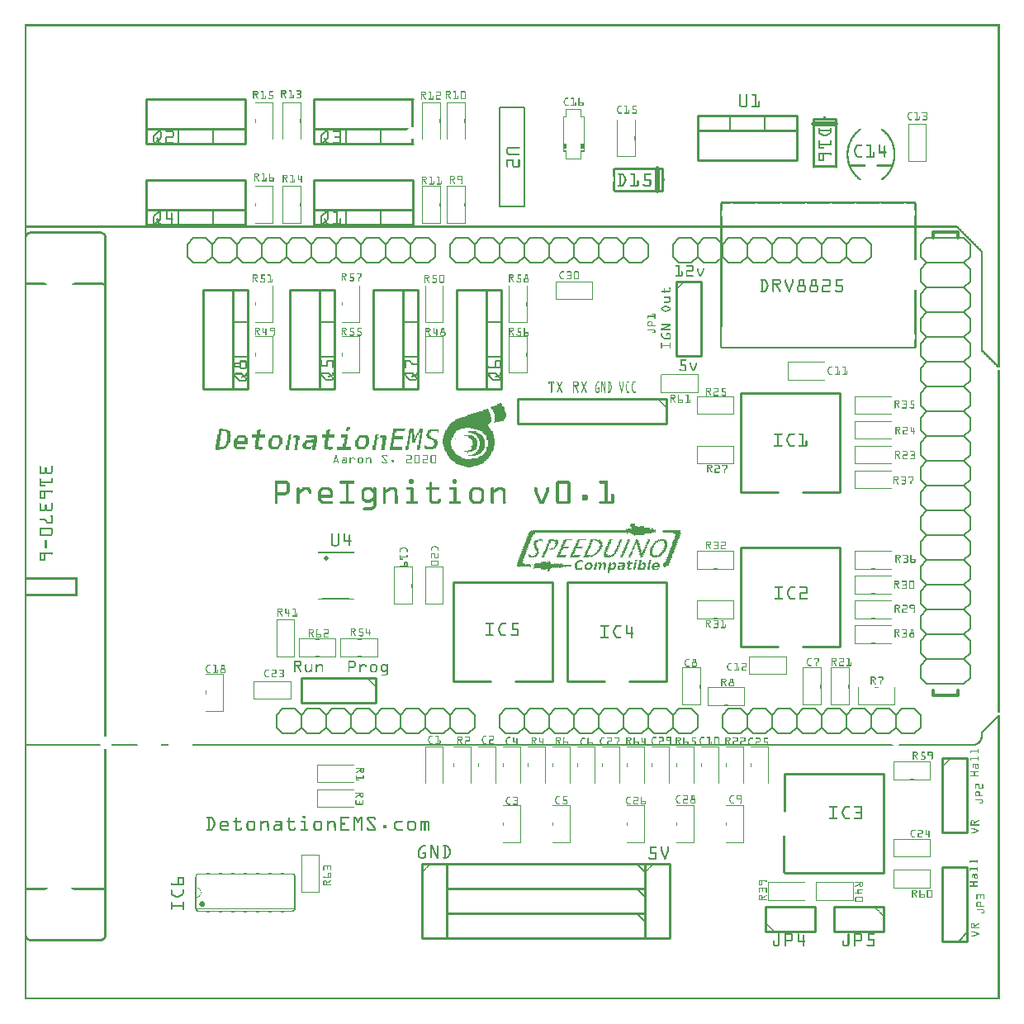
<source format=gto>
G04 MADE WITH FRITZING*
G04 WWW.FRITZING.ORG*
G04 DOUBLE SIDED*
G04 HOLES PLATED*
G04 CONTOUR ON CENTER OF CONTOUR VECTOR*
%ASAXBY*%
%FSLAX23Y23*%
%MOIN*%
%OFA0B0*%
%SFA1.0B1.0*%
%ADD10C,0.019307X0.00330709*%
%ADD11C,0.010000*%
%ADD12C,0.005000*%
%ADD13C,0.006000*%
%ADD14C,0.002000*%
%ADD15C,0.012000*%
%ADD16C,0.020000*%
%ADD17R,0.001000X0.001000*%
%LNSILK1*%
G90*
G70*
G54D10*
X1219Y1782D03*
G54D11*
X2592Y2424D02*
X1992Y2424D01*
D02*
X1992Y2424D02*
X1992Y2324D01*
D02*
X1992Y2324D02*
X2592Y2324D01*
D02*
X2592Y2324D02*
X2592Y2424D01*
D02*
X2130Y1286D02*
X2130Y1686D01*
D02*
X2130Y1686D02*
X1730Y1686D01*
D02*
X1730Y1686D02*
X1730Y1286D01*
D02*
X2130Y1286D02*
X1980Y1286D01*
D02*
X1880Y1286D02*
X1730Y1286D01*
D02*
X2592Y1286D02*
X2592Y1686D01*
D02*
X2592Y1686D02*
X2192Y1686D01*
D02*
X2192Y1686D02*
X2192Y1286D01*
D02*
X2592Y1286D02*
X2442Y1286D01*
D02*
X2342Y1286D02*
X2192Y1286D01*
D02*
X2717Y3569D02*
X3117Y3569D01*
D02*
X3117Y3569D02*
X3117Y3389D01*
D02*
X3117Y3389D02*
X2717Y3389D01*
D02*
X2717Y3389D02*
X2717Y3569D01*
D02*
X2717Y3569D02*
X3117Y3569D01*
D02*
X3117Y3569D02*
X3117Y3509D01*
D02*
X3117Y3509D02*
X2717Y3509D01*
D02*
X2717Y3509D02*
X2717Y3569D01*
G54D12*
D02*
X2847Y3569D02*
X2847Y3509D01*
D02*
X2987Y3569D02*
X2987Y3509D01*
G54D11*
D02*
X3292Y1424D02*
X3292Y1824D01*
D02*
X3292Y1824D02*
X2892Y1824D01*
D02*
X2892Y1824D02*
X2892Y1424D01*
D02*
X3292Y1424D02*
X3142Y1424D01*
D02*
X3042Y1424D02*
X2892Y1424D01*
D02*
X3292Y2049D02*
X3292Y2449D01*
D02*
X3292Y2449D02*
X2892Y2449D01*
D02*
X2892Y2449D02*
X2892Y2049D01*
D02*
X3292Y2049D02*
X3142Y2049D01*
D02*
X3042Y2049D02*
X2892Y2049D01*
D02*
X2505Y349D02*
X1705Y349D01*
D02*
X1705Y349D02*
X1705Y249D01*
D02*
X1705Y249D02*
X2505Y249D01*
D02*
X2505Y249D02*
X2505Y349D01*
G54D12*
D02*
X2470Y349D02*
X2505Y314D01*
G54D11*
D02*
X2505Y449D02*
X1705Y449D01*
D02*
X1705Y449D02*
X1705Y349D01*
D02*
X1705Y349D02*
X2505Y349D01*
D02*
X2505Y349D02*
X2505Y449D01*
G54D12*
D02*
X2470Y449D02*
X2505Y414D01*
G54D11*
D02*
X2505Y549D02*
X1705Y549D01*
D02*
X1705Y549D02*
X1705Y449D01*
D02*
X1705Y449D02*
X2505Y449D01*
D02*
X2505Y449D02*
X2505Y549D01*
G54D12*
D02*
X2470Y549D02*
X2505Y514D01*
G54D11*
D02*
X1605Y549D02*
X1605Y249D01*
D02*
X1605Y249D02*
X1705Y249D01*
D02*
X1705Y249D02*
X1705Y549D01*
D02*
X1705Y549D02*
X1605Y549D01*
D02*
X2505Y549D02*
X2505Y249D01*
D02*
X2505Y249D02*
X2605Y249D01*
D02*
X2605Y249D02*
X2605Y549D01*
D02*
X2605Y549D02*
X2505Y549D01*
G54D13*
D02*
X1092Y370D02*
X1092Y494D01*
D02*
X692Y494D02*
X692Y370D01*
G54D14*
D02*
X692Y369D02*
X1092Y369D01*
G54D11*
D02*
X1417Y1299D02*
X1117Y1299D01*
D02*
X1117Y1299D02*
X1117Y1199D01*
D02*
X1117Y1199D02*
X1417Y1199D01*
D02*
X1417Y1199D02*
X1417Y1299D01*
D02*
X3067Y511D02*
X3467Y511D01*
D02*
X3467Y511D02*
X3467Y911D01*
D02*
X3467Y911D02*
X3067Y911D01*
D02*
X3067Y761D02*
X3067Y911D01*
G54D15*
D02*
X3667Y1249D02*
X3667Y1229D01*
D02*
X3667Y1229D02*
X3767Y1229D01*
D02*
X3767Y1229D02*
X3767Y1249D01*
D02*
X3667Y3074D02*
X3667Y3099D01*
D02*
X3667Y3099D02*
X3767Y3099D01*
D02*
X3767Y3099D02*
X3767Y3074D01*
G54D13*
D02*
X3442Y1174D02*
X3492Y1174D01*
D02*
X3492Y1174D02*
X3517Y1149D01*
D02*
X3517Y1149D02*
X3517Y1099D01*
D02*
X3517Y1099D02*
X3492Y1074D01*
D02*
X3317Y1149D02*
X3342Y1174D01*
D02*
X3342Y1174D02*
X3392Y1174D01*
D02*
X3392Y1174D02*
X3417Y1149D01*
D02*
X3417Y1149D02*
X3417Y1099D01*
D02*
X3417Y1099D02*
X3392Y1074D01*
D02*
X3392Y1074D02*
X3342Y1074D01*
D02*
X3342Y1074D02*
X3317Y1099D01*
D02*
X3442Y1174D02*
X3417Y1149D01*
D02*
X3417Y1099D02*
X3442Y1074D01*
D02*
X3492Y1074D02*
X3442Y1074D01*
D02*
X3142Y1174D02*
X3192Y1174D01*
D02*
X3192Y1174D02*
X3217Y1149D01*
D02*
X3217Y1149D02*
X3217Y1099D01*
D02*
X3217Y1099D02*
X3192Y1074D01*
D02*
X3217Y1149D02*
X3242Y1174D01*
D02*
X3242Y1174D02*
X3292Y1174D01*
D02*
X3292Y1174D02*
X3317Y1149D01*
D02*
X3317Y1149D02*
X3317Y1099D01*
D02*
X3317Y1099D02*
X3292Y1074D01*
D02*
X3292Y1074D02*
X3242Y1074D01*
D02*
X3242Y1074D02*
X3217Y1099D01*
D02*
X3017Y1149D02*
X3042Y1174D01*
D02*
X3042Y1174D02*
X3092Y1174D01*
D02*
X3092Y1174D02*
X3117Y1149D01*
D02*
X3117Y1149D02*
X3117Y1099D01*
D02*
X3117Y1099D02*
X3092Y1074D01*
D02*
X3092Y1074D02*
X3042Y1074D01*
D02*
X3042Y1074D02*
X3017Y1099D01*
D02*
X3142Y1174D02*
X3117Y1149D01*
D02*
X3117Y1099D02*
X3142Y1074D01*
D02*
X3192Y1074D02*
X3142Y1074D01*
D02*
X2842Y1174D02*
X2892Y1174D01*
D02*
X2892Y1174D02*
X2917Y1149D01*
D02*
X2917Y1149D02*
X2917Y1099D01*
D02*
X2917Y1099D02*
X2892Y1074D01*
D02*
X2917Y1149D02*
X2942Y1174D01*
D02*
X2942Y1174D02*
X2992Y1174D01*
D02*
X2992Y1174D02*
X3017Y1149D01*
D02*
X3017Y1149D02*
X3017Y1099D01*
D02*
X3017Y1099D02*
X2992Y1074D01*
D02*
X2992Y1074D02*
X2942Y1074D01*
D02*
X2942Y1074D02*
X2917Y1099D01*
D02*
X2817Y1149D02*
X2817Y1099D01*
D02*
X2842Y1174D02*
X2817Y1149D01*
D02*
X2817Y1099D02*
X2842Y1074D01*
D02*
X2892Y1074D02*
X2842Y1074D01*
D02*
X3542Y1174D02*
X3592Y1174D01*
D02*
X3592Y1174D02*
X3617Y1149D01*
D02*
X3617Y1149D02*
X3617Y1099D01*
D02*
X3617Y1099D02*
X3592Y1074D01*
D02*
X3542Y1174D02*
X3517Y1149D01*
D02*
X3517Y1099D02*
X3542Y1074D01*
D02*
X3592Y1074D02*
X3542Y1074D01*
D02*
X2542Y1174D02*
X2592Y1174D01*
D02*
X2592Y1174D02*
X2617Y1149D01*
D02*
X2617Y1149D02*
X2617Y1099D01*
D02*
X2617Y1099D02*
X2592Y1074D01*
D02*
X2417Y1149D02*
X2442Y1174D01*
D02*
X2442Y1174D02*
X2492Y1174D01*
D02*
X2492Y1174D02*
X2517Y1149D01*
D02*
X2517Y1149D02*
X2517Y1099D01*
D02*
X2517Y1099D02*
X2492Y1074D01*
D02*
X2492Y1074D02*
X2442Y1074D01*
D02*
X2442Y1074D02*
X2417Y1099D01*
D02*
X2542Y1174D02*
X2517Y1149D01*
D02*
X2517Y1099D02*
X2542Y1074D01*
D02*
X2592Y1074D02*
X2542Y1074D01*
D02*
X2242Y1174D02*
X2292Y1174D01*
D02*
X2292Y1174D02*
X2317Y1149D01*
D02*
X2317Y1149D02*
X2317Y1099D01*
D02*
X2317Y1099D02*
X2292Y1074D01*
D02*
X2317Y1149D02*
X2342Y1174D01*
D02*
X2342Y1174D02*
X2392Y1174D01*
D02*
X2392Y1174D02*
X2417Y1149D01*
D02*
X2417Y1149D02*
X2417Y1099D01*
D02*
X2417Y1099D02*
X2392Y1074D01*
D02*
X2392Y1074D02*
X2342Y1074D01*
D02*
X2342Y1074D02*
X2317Y1099D01*
D02*
X2117Y1149D02*
X2142Y1174D01*
D02*
X2142Y1174D02*
X2192Y1174D01*
D02*
X2192Y1174D02*
X2217Y1149D01*
D02*
X2217Y1149D02*
X2217Y1099D01*
D02*
X2217Y1099D02*
X2192Y1074D01*
D02*
X2192Y1074D02*
X2142Y1074D01*
D02*
X2142Y1074D02*
X2117Y1099D01*
D02*
X2242Y1174D02*
X2217Y1149D01*
D02*
X2217Y1099D02*
X2242Y1074D01*
D02*
X2292Y1074D02*
X2242Y1074D01*
D02*
X1942Y1174D02*
X1992Y1174D01*
D02*
X1992Y1174D02*
X2017Y1149D01*
D02*
X2017Y1149D02*
X2017Y1099D01*
D02*
X2017Y1099D02*
X1992Y1074D01*
D02*
X2017Y1149D02*
X2042Y1174D01*
D02*
X2042Y1174D02*
X2092Y1174D01*
D02*
X2092Y1174D02*
X2117Y1149D01*
D02*
X2117Y1149D02*
X2117Y1099D01*
D02*
X2117Y1099D02*
X2092Y1074D01*
D02*
X2092Y1074D02*
X2042Y1074D01*
D02*
X2042Y1074D02*
X2017Y1099D01*
D02*
X1917Y1149D02*
X1917Y1099D01*
D02*
X1942Y1174D02*
X1917Y1149D01*
D02*
X1917Y1099D02*
X1942Y1074D01*
D02*
X1992Y1074D02*
X1942Y1074D01*
D02*
X2642Y1174D02*
X2692Y1174D01*
D02*
X2692Y1174D02*
X2717Y1149D01*
D02*
X2717Y1149D02*
X2717Y1099D01*
D02*
X2717Y1099D02*
X2692Y1074D01*
D02*
X2642Y1174D02*
X2617Y1149D01*
D02*
X2617Y1099D02*
X2642Y1074D01*
D02*
X2692Y1074D02*
X2642Y1074D01*
D02*
X2792Y2974D02*
X2742Y2974D01*
D02*
X2742Y2974D02*
X2717Y2999D01*
D02*
X2717Y2999D02*
X2717Y3049D01*
D02*
X2717Y3049D02*
X2742Y3074D01*
D02*
X2917Y2999D02*
X2892Y2974D01*
D02*
X2892Y2974D02*
X2842Y2974D01*
D02*
X2842Y2974D02*
X2817Y2999D01*
D02*
X2817Y2999D02*
X2817Y3049D01*
D02*
X2817Y3049D02*
X2842Y3074D01*
D02*
X2842Y3074D02*
X2892Y3074D01*
D02*
X2892Y3074D02*
X2917Y3049D01*
D02*
X2792Y2974D02*
X2817Y2999D01*
D02*
X2817Y3049D02*
X2792Y3074D01*
D02*
X2742Y3074D02*
X2792Y3074D01*
D02*
X3092Y2974D02*
X3042Y2974D01*
D02*
X3042Y2974D02*
X3017Y2999D01*
D02*
X3017Y2999D02*
X3017Y3049D01*
D02*
X3017Y3049D02*
X3042Y3074D01*
D02*
X3017Y2999D02*
X2992Y2974D01*
D02*
X2992Y2974D02*
X2942Y2974D01*
D02*
X2942Y2974D02*
X2917Y2999D01*
D02*
X2917Y2999D02*
X2917Y3049D01*
D02*
X2917Y3049D02*
X2942Y3074D01*
D02*
X2942Y3074D02*
X2992Y3074D01*
D02*
X2992Y3074D02*
X3017Y3049D01*
D02*
X3217Y2999D02*
X3192Y2974D01*
D02*
X3192Y2974D02*
X3142Y2974D01*
D02*
X3142Y2974D02*
X3117Y2999D01*
D02*
X3117Y2999D02*
X3117Y3049D01*
D02*
X3117Y3049D02*
X3142Y3074D01*
D02*
X3142Y3074D02*
X3192Y3074D01*
D02*
X3192Y3074D02*
X3217Y3049D01*
D02*
X3092Y2974D02*
X3117Y2999D01*
D02*
X3117Y3049D02*
X3092Y3074D01*
D02*
X3042Y3074D02*
X3092Y3074D01*
D02*
X3392Y2974D02*
X3342Y2974D01*
D02*
X3342Y2974D02*
X3317Y2999D01*
D02*
X3317Y2999D02*
X3317Y3049D01*
D02*
X3317Y3049D02*
X3342Y3074D01*
D02*
X3317Y2999D02*
X3292Y2974D01*
D02*
X3292Y2974D02*
X3242Y2974D01*
D02*
X3242Y2974D02*
X3217Y2999D01*
D02*
X3217Y2999D02*
X3217Y3049D01*
D02*
X3217Y3049D02*
X3242Y3074D01*
D02*
X3242Y3074D02*
X3292Y3074D01*
D02*
X3292Y3074D02*
X3317Y3049D01*
D02*
X3417Y2999D02*
X3417Y3049D01*
D02*
X3392Y2974D02*
X3417Y2999D01*
D02*
X3417Y3049D02*
X3392Y3074D01*
D02*
X3342Y3074D02*
X3392Y3074D01*
D02*
X2692Y2974D02*
X2642Y2974D01*
D02*
X2642Y2974D02*
X2617Y2999D01*
D02*
X2617Y2999D02*
X2617Y3049D01*
D02*
X2617Y3049D02*
X2642Y3074D01*
D02*
X2692Y2974D02*
X2717Y2999D01*
D02*
X2717Y3049D02*
X2692Y3074D01*
D02*
X2642Y3074D02*
X2692Y3074D01*
D02*
X1457Y3049D02*
X1482Y3074D01*
D02*
X1482Y3074D02*
X1532Y3074D01*
D02*
X1532Y3074D02*
X1557Y3049D01*
D02*
X1557Y3049D02*
X1557Y2999D01*
D02*
X1557Y2999D02*
X1532Y2974D01*
D02*
X1532Y2974D02*
X1482Y2974D01*
D02*
X1482Y2974D02*
X1457Y2999D01*
D02*
X1282Y3074D02*
X1332Y3074D01*
D02*
X1332Y3074D02*
X1357Y3049D01*
D02*
X1357Y3049D02*
X1357Y2999D01*
D02*
X1357Y2999D02*
X1332Y2974D01*
D02*
X1357Y3049D02*
X1382Y3074D01*
D02*
X1382Y3074D02*
X1432Y3074D01*
D02*
X1432Y3074D02*
X1457Y3049D01*
D02*
X1457Y3049D02*
X1457Y2999D01*
D02*
X1457Y2999D02*
X1432Y2974D01*
D02*
X1432Y2974D02*
X1382Y2974D01*
D02*
X1382Y2974D02*
X1357Y2999D01*
D02*
X1157Y3049D02*
X1182Y3074D01*
D02*
X1182Y3074D02*
X1232Y3074D01*
D02*
X1232Y3074D02*
X1257Y3049D01*
D02*
X1257Y3049D02*
X1257Y2999D01*
D02*
X1257Y2999D02*
X1232Y2974D01*
D02*
X1232Y2974D02*
X1182Y2974D01*
D02*
X1182Y2974D02*
X1157Y2999D01*
D02*
X1282Y3074D02*
X1257Y3049D01*
D02*
X1257Y2999D02*
X1282Y2974D01*
D02*
X1332Y2974D02*
X1282Y2974D01*
D02*
X982Y3074D02*
X1032Y3074D01*
D02*
X1032Y3074D02*
X1057Y3049D01*
D02*
X1057Y3049D02*
X1057Y2999D01*
D02*
X1057Y2999D02*
X1032Y2974D01*
D02*
X1057Y3049D02*
X1082Y3074D01*
D02*
X1082Y3074D02*
X1132Y3074D01*
D02*
X1132Y3074D02*
X1157Y3049D01*
D02*
X1157Y3049D02*
X1157Y2999D01*
D02*
X1157Y2999D02*
X1132Y2974D01*
D02*
X1132Y2974D02*
X1082Y2974D01*
D02*
X1082Y2974D02*
X1057Y2999D01*
D02*
X857Y3049D02*
X882Y3074D01*
D02*
X882Y3074D02*
X932Y3074D01*
D02*
X932Y3074D02*
X957Y3049D01*
D02*
X957Y3049D02*
X957Y2999D01*
D02*
X957Y2999D02*
X932Y2974D01*
D02*
X932Y2974D02*
X882Y2974D01*
D02*
X882Y2974D02*
X857Y2999D01*
D02*
X982Y3074D02*
X957Y3049D01*
D02*
X957Y2999D02*
X982Y2974D01*
D02*
X1032Y2974D02*
X982Y2974D01*
D02*
X682Y3074D02*
X732Y3074D01*
D02*
X732Y3074D02*
X757Y3049D01*
D02*
X757Y3049D02*
X757Y2999D01*
D02*
X757Y2999D02*
X732Y2974D01*
D02*
X757Y3049D02*
X782Y3074D01*
D02*
X782Y3074D02*
X832Y3074D01*
D02*
X832Y3074D02*
X857Y3049D01*
D02*
X857Y3049D02*
X857Y2999D01*
D02*
X857Y2999D02*
X832Y2974D01*
D02*
X832Y2974D02*
X782Y2974D01*
D02*
X782Y2974D02*
X757Y2999D01*
D02*
X657Y3049D02*
X657Y2999D01*
D02*
X682Y3074D02*
X657Y3049D01*
D02*
X657Y2999D02*
X682Y2974D01*
D02*
X732Y2974D02*
X682Y2974D01*
D02*
X1582Y3074D02*
X1632Y3074D01*
D02*
X1632Y3074D02*
X1657Y3049D01*
D02*
X1657Y3049D02*
X1657Y2999D01*
D02*
X1657Y2999D02*
X1632Y2974D01*
D02*
X1582Y3074D02*
X1557Y3049D01*
D02*
X1557Y2999D02*
X1582Y2974D01*
D02*
X1632Y2974D02*
X1582Y2974D01*
D02*
X1642Y1174D02*
X1692Y1174D01*
D02*
X1692Y1174D02*
X1717Y1149D01*
D02*
X1717Y1149D02*
X1717Y1099D01*
D02*
X1717Y1099D02*
X1692Y1074D01*
D02*
X1517Y1149D02*
X1542Y1174D01*
D02*
X1542Y1174D02*
X1592Y1174D01*
D02*
X1592Y1174D02*
X1617Y1149D01*
D02*
X1617Y1149D02*
X1617Y1099D01*
D02*
X1617Y1099D02*
X1592Y1074D01*
D02*
X1592Y1074D02*
X1542Y1074D01*
D02*
X1542Y1074D02*
X1517Y1099D01*
D02*
X1642Y1174D02*
X1617Y1149D01*
D02*
X1617Y1099D02*
X1642Y1074D01*
D02*
X1692Y1074D02*
X1642Y1074D01*
D02*
X1342Y1174D02*
X1392Y1174D01*
D02*
X1392Y1174D02*
X1417Y1149D01*
D02*
X1417Y1149D02*
X1417Y1099D01*
D02*
X1417Y1099D02*
X1392Y1074D01*
D02*
X1417Y1149D02*
X1442Y1174D01*
D02*
X1442Y1174D02*
X1492Y1174D01*
D02*
X1492Y1174D02*
X1517Y1149D01*
D02*
X1517Y1149D02*
X1517Y1099D01*
D02*
X1517Y1099D02*
X1492Y1074D01*
D02*
X1492Y1074D02*
X1442Y1074D01*
D02*
X1442Y1074D02*
X1417Y1099D01*
D02*
X1217Y1149D02*
X1242Y1174D01*
D02*
X1242Y1174D02*
X1292Y1174D01*
D02*
X1292Y1174D02*
X1317Y1149D01*
D02*
X1317Y1149D02*
X1317Y1099D01*
D02*
X1317Y1099D02*
X1292Y1074D01*
D02*
X1292Y1074D02*
X1242Y1074D01*
D02*
X1242Y1074D02*
X1217Y1099D01*
D02*
X1342Y1174D02*
X1317Y1149D01*
D02*
X1317Y1099D02*
X1342Y1074D01*
D02*
X1392Y1074D02*
X1342Y1074D01*
D02*
X1042Y1174D02*
X1092Y1174D01*
D02*
X1092Y1174D02*
X1117Y1149D01*
D02*
X1117Y1149D02*
X1117Y1099D01*
D02*
X1117Y1099D02*
X1092Y1074D01*
D02*
X1117Y1149D02*
X1142Y1174D01*
D02*
X1142Y1174D02*
X1192Y1174D01*
D02*
X1192Y1174D02*
X1217Y1149D01*
D02*
X1217Y1149D02*
X1217Y1099D01*
D02*
X1217Y1099D02*
X1192Y1074D01*
D02*
X1192Y1074D02*
X1142Y1074D01*
D02*
X1142Y1074D02*
X1117Y1099D01*
D02*
X1017Y1149D02*
X1017Y1099D01*
D02*
X1042Y1174D02*
X1017Y1149D01*
D02*
X1017Y1099D02*
X1042Y1074D01*
D02*
X1092Y1074D02*
X1042Y1074D01*
D02*
X1742Y1174D02*
X1792Y1174D01*
D02*
X1792Y1174D02*
X1817Y1149D01*
D02*
X1817Y1149D02*
X1817Y1099D01*
D02*
X1817Y1099D02*
X1792Y1074D01*
D02*
X1742Y1174D02*
X1717Y1149D01*
D02*
X1717Y1099D02*
X1742Y1074D01*
D02*
X1792Y1074D02*
X1742Y1074D01*
D02*
X1892Y2974D02*
X1842Y2974D01*
D02*
X1842Y2974D02*
X1817Y2999D01*
D02*
X1817Y2999D02*
X1817Y3049D01*
D02*
X1817Y3049D02*
X1842Y3074D01*
D02*
X2017Y2999D02*
X1992Y2974D01*
D02*
X1992Y2974D02*
X1942Y2974D01*
D02*
X1942Y2974D02*
X1917Y2999D01*
D02*
X1917Y2999D02*
X1917Y3049D01*
D02*
X1917Y3049D02*
X1942Y3074D01*
D02*
X1942Y3074D02*
X1992Y3074D01*
D02*
X1992Y3074D02*
X2017Y3049D01*
D02*
X1892Y2974D02*
X1917Y2999D01*
D02*
X1917Y3049D02*
X1892Y3074D01*
D02*
X1842Y3074D02*
X1892Y3074D01*
D02*
X2192Y2974D02*
X2142Y2974D01*
D02*
X2142Y2974D02*
X2117Y2999D01*
D02*
X2117Y2999D02*
X2117Y3049D01*
D02*
X2117Y3049D02*
X2142Y3074D01*
D02*
X2117Y2999D02*
X2092Y2974D01*
D02*
X2092Y2974D02*
X2042Y2974D01*
D02*
X2042Y2974D02*
X2017Y2999D01*
D02*
X2017Y2999D02*
X2017Y3049D01*
D02*
X2017Y3049D02*
X2042Y3074D01*
D02*
X2042Y3074D02*
X2092Y3074D01*
D02*
X2092Y3074D02*
X2117Y3049D01*
D02*
X2317Y2999D02*
X2292Y2974D01*
D02*
X2292Y2974D02*
X2242Y2974D01*
D02*
X2242Y2974D02*
X2217Y2999D01*
D02*
X2217Y2999D02*
X2217Y3049D01*
D02*
X2217Y3049D02*
X2242Y3074D01*
D02*
X2242Y3074D02*
X2292Y3074D01*
D02*
X2292Y3074D02*
X2317Y3049D01*
D02*
X2192Y2974D02*
X2217Y2999D01*
D02*
X2217Y3049D02*
X2192Y3074D01*
D02*
X2142Y3074D02*
X2192Y3074D01*
D02*
X2492Y2974D02*
X2442Y2974D01*
D02*
X2442Y2974D02*
X2417Y2999D01*
D02*
X2417Y2999D02*
X2417Y3049D01*
D02*
X2417Y3049D02*
X2442Y3074D01*
D02*
X2417Y2999D02*
X2392Y2974D01*
D02*
X2392Y2974D02*
X2342Y2974D01*
D02*
X2342Y2974D02*
X2317Y2999D01*
D02*
X2317Y2999D02*
X2317Y3049D01*
D02*
X2317Y3049D02*
X2342Y3074D01*
D02*
X2342Y3074D02*
X2392Y3074D01*
D02*
X2392Y3074D02*
X2417Y3049D01*
D02*
X2517Y2999D02*
X2517Y3049D01*
D02*
X2492Y2974D02*
X2517Y2999D01*
D02*
X2517Y3049D02*
X2492Y3074D01*
D02*
X2442Y3074D02*
X2492Y3074D01*
D02*
X1792Y2974D02*
X1742Y2974D01*
D02*
X1742Y2974D02*
X1717Y2999D01*
D02*
X1717Y2999D02*
X1717Y3049D01*
D02*
X1717Y3049D02*
X1742Y3074D01*
D02*
X1792Y2974D02*
X1817Y2999D01*
D02*
X1817Y3049D02*
X1792Y3074D01*
D02*
X1742Y3074D02*
X1792Y3074D01*
D02*
X3642Y3074D02*
X3617Y3049D01*
D02*
X3617Y3049D02*
X3617Y2999D01*
D02*
X3617Y2999D02*
X3642Y2974D01*
D02*
X3642Y2974D02*
X3617Y2949D01*
D02*
X3617Y2949D02*
X3617Y2899D01*
D02*
X3617Y2899D02*
X3642Y2874D01*
D02*
X3642Y2874D02*
X3617Y2849D01*
D02*
X3617Y2849D02*
X3617Y2799D01*
D02*
X3617Y2799D02*
X3642Y2774D01*
D02*
X3642Y2774D02*
X3617Y2749D01*
D02*
X3617Y2749D02*
X3617Y2699D01*
D02*
X3617Y2699D02*
X3642Y2674D01*
D02*
X3642Y2674D02*
X3617Y2649D01*
D02*
X3617Y2649D02*
X3617Y2599D01*
D02*
X3617Y2599D02*
X3642Y2574D01*
D02*
X3642Y2574D02*
X3617Y2549D01*
D02*
X3617Y2549D02*
X3617Y2499D01*
D02*
X3617Y2499D02*
X3642Y2474D01*
D02*
X3642Y3074D02*
X3792Y3074D01*
D02*
X3792Y3074D02*
X3817Y3049D01*
D02*
X3817Y3049D02*
X3817Y2999D01*
D02*
X3817Y2999D02*
X3792Y2974D01*
D02*
X3792Y2974D02*
X3817Y2949D01*
D02*
X3817Y2949D02*
X3817Y2899D01*
D02*
X3817Y2899D02*
X3792Y2874D01*
D02*
X3792Y2874D02*
X3817Y2849D01*
D02*
X3817Y2849D02*
X3817Y2799D01*
D02*
X3817Y2799D02*
X3792Y2774D01*
D02*
X3792Y2774D02*
X3817Y2749D01*
D02*
X3817Y2749D02*
X3817Y2699D01*
D02*
X3817Y2699D02*
X3792Y2674D01*
D02*
X3792Y2674D02*
X3817Y2649D01*
D02*
X3817Y2649D02*
X3817Y2599D01*
D02*
X3817Y2599D02*
X3792Y2574D01*
D02*
X3792Y2574D02*
X3817Y2549D01*
D02*
X3817Y2549D02*
X3817Y2499D01*
D02*
X3817Y2499D02*
X3792Y2474D01*
D02*
X3792Y2474D02*
X3817Y2449D01*
D02*
X3817Y2449D02*
X3817Y2399D01*
D02*
X3817Y2399D02*
X3792Y2374D01*
D02*
X3792Y2374D02*
X3817Y2349D01*
D02*
X3817Y2349D02*
X3817Y2299D01*
D02*
X3817Y2299D02*
X3792Y2274D01*
D02*
X3792Y2274D02*
X3817Y2249D01*
D02*
X3817Y2249D02*
X3817Y2199D01*
D02*
X3817Y2199D02*
X3792Y2174D01*
D02*
X3792Y2174D02*
X3817Y2149D01*
D02*
X3817Y2149D02*
X3817Y2099D01*
D02*
X3817Y2099D02*
X3792Y2074D01*
D02*
X3792Y2074D02*
X3817Y2049D01*
D02*
X3817Y2049D02*
X3817Y1999D01*
D02*
X3817Y1999D02*
X3792Y1974D01*
D02*
X3792Y1974D02*
X3817Y1949D01*
D02*
X3817Y1949D02*
X3817Y1899D01*
D02*
X3792Y1874D02*
X3817Y1899D01*
D02*
X3792Y1874D02*
X3817Y1849D01*
D02*
X3817Y1799D02*
X3817Y1849D01*
D02*
X3817Y1799D02*
X3792Y1774D01*
D02*
X3792Y1774D02*
X3817Y1749D01*
D02*
X3817Y1699D02*
X3817Y1749D01*
D02*
X3817Y1699D02*
X3792Y1674D01*
D02*
X3792Y1674D02*
X3817Y1649D01*
D02*
X3817Y1599D02*
X3817Y1649D01*
D02*
X3817Y1599D02*
X3792Y1574D01*
D02*
X3792Y1574D02*
X3817Y1549D01*
D02*
X3817Y1499D02*
X3817Y1549D01*
D02*
X3817Y1499D02*
X3792Y1474D01*
D02*
X3792Y1474D02*
X3817Y1449D01*
D02*
X3817Y1399D02*
X3817Y1449D01*
D02*
X3817Y1399D02*
X3792Y1374D01*
D02*
X3792Y1374D02*
X3817Y1349D01*
D02*
X3817Y1299D02*
X3817Y1349D01*
D02*
X3817Y1299D02*
X3792Y1274D01*
D02*
X3642Y1274D02*
X3617Y1299D01*
D02*
X3617Y1299D02*
X3617Y1349D01*
D02*
X3642Y1374D02*
X3617Y1349D01*
D02*
X3642Y1374D02*
X3617Y1399D01*
D02*
X3617Y1399D02*
X3617Y1449D01*
D02*
X3642Y1474D02*
X3617Y1449D01*
D02*
X3642Y1474D02*
X3617Y1499D01*
D02*
X3617Y1549D02*
X3617Y1499D01*
D02*
X3617Y1549D02*
X3642Y1574D01*
D02*
X3642Y1574D02*
X3617Y1599D01*
D02*
X3617Y1649D02*
X3617Y1599D01*
D02*
X3617Y1649D02*
X3642Y1674D01*
D02*
X3642Y1674D02*
X3617Y1699D01*
D02*
X3617Y1699D02*
X3617Y1749D01*
D02*
X3642Y1774D02*
X3617Y1749D01*
D02*
X3642Y1774D02*
X3617Y1799D01*
D02*
X3617Y1799D02*
X3617Y1849D01*
D02*
X3642Y1874D02*
X3617Y1849D01*
D02*
X3642Y1874D02*
X3617Y1899D01*
D02*
X3617Y1899D02*
X3617Y1949D01*
D02*
X3642Y1974D02*
X3617Y1949D01*
D02*
X3642Y1974D02*
X3617Y1999D01*
D02*
X3617Y1999D02*
X3617Y2049D01*
D02*
X3642Y2074D02*
X3617Y2049D01*
D02*
X3642Y2074D02*
X3617Y2099D01*
D02*
X3617Y2099D02*
X3617Y2149D01*
D02*
X3642Y2174D02*
X3617Y2149D01*
D02*
X3642Y2174D02*
X3617Y2199D01*
D02*
X3617Y2199D02*
X3617Y2249D01*
D02*
X3642Y2274D02*
X3617Y2249D01*
D02*
X3642Y2274D02*
X3617Y2299D01*
D02*
X3617Y2299D02*
X3617Y2349D01*
D02*
X3642Y2374D02*
X3617Y2349D01*
D02*
X3642Y2374D02*
X3617Y2399D01*
D02*
X3617Y2399D02*
X3617Y2449D01*
D02*
X3642Y2474D02*
X3617Y2449D01*
D02*
X3792Y2974D02*
X3642Y2974D01*
D02*
X3792Y2874D02*
X3642Y2874D01*
D02*
X3792Y2774D02*
X3642Y2774D01*
D02*
X3792Y2674D02*
X3642Y2674D01*
D02*
X3792Y2574D02*
X3642Y2574D01*
D02*
X3792Y2474D02*
X3642Y2474D01*
D02*
X3792Y2374D02*
X3642Y2374D01*
D02*
X3792Y2274D02*
X3642Y2274D01*
D02*
X3792Y2174D02*
X3642Y2174D01*
D02*
X3792Y2074D02*
X3642Y2074D01*
D02*
X3792Y1974D02*
X3642Y1974D01*
D02*
X3792Y1874D02*
X3642Y1874D01*
D02*
X3792Y1774D02*
X3642Y1774D01*
D02*
X3792Y1674D02*
X3642Y1674D01*
D02*
X3792Y1574D02*
X3642Y1574D01*
D02*
X3792Y1474D02*
X3642Y1474D01*
D02*
X3792Y1374D02*
X3642Y1374D01*
D02*
X3792Y1274D02*
X3642Y1274D01*
G54D11*
D02*
X1250Y2867D02*
X1250Y2467D01*
D02*
X1250Y2467D02*
X1070Y2467D01*
D02*
X1070Y2467D02*
X1070Y2867D01*
D02*
X1070Y2867D02*
X1250Y2867D01*
D02*
X1250Y2867D02*
X1250Y2467D01*
D02*
X1250Y2467D02*
X1190Y2467D01*
D02*
X1190Y2467D02*
X1190Y2867D01*
D02*
X1190Y2867D02*
X1250Y2867D01*
G54D12*
D02*
X1250Y2737D02*
X1190Y2737D01*
D02*
X1250Y2597D02*
X1190Y2597D01*
G54D11*
D02*
X1925Y2867D02*
X1925Y2467D01*
D02*
X1925Y2467D02*
X1745Y2467D01*
D02*
X1745Y2467D02*
X1745Y2867D01*
D02*
X1745Y2867D02*
X1925Y2867D01*
D02*
X1925Y2867D02*
X1925Y2467D01*
D02*
X1925Y2467D02*
X1865Y2467D01*
D02*
X1865Y2467D02*
X1865Y2867D01*
D02*
X1865Y2867D02*
X1925Y2867D01*
G54D12*
D02*
X1925Y2737D02*
X1865Y2737D01*
D02*
X1925Y2597D02*
X1865Y2597D01*
G54D11*
D02*
X1587Y2867D02*
X1587Y2467D01*
D02*
X1587Y2467D02*
X1407Y2467D01*
D02*
X1407Y2467D02*
X1407Y2867D01*
D02*
X1407Y2867D02*
X1587Y2867D01*
D02*
X1587Y2867D02*
X1587Y2467D01*
D02*
X1587Y2467D02*
X1527Y2467D01*
D02*
X1527Y2467D02*
X1527Y2867D01*
D02*
X1527Y2867D02*
X1587Y2867D01*
G54D12*
D02*
X1587Y2737D02*
X1527Y2737D01*
D02*
X1587Y2597D02*
X1527Y2597D01*
G54D11*
D02*
X900Y2867D02*
X900Y2467D01*
D02*
X900Y2467D02*
X720Y2467D01*
D02*
X720Y2467D02*
X720Y2867D01*
D02*
X720Y2867D02*
X900Y2867D01*
D02*
X900Y2867D02*
X900Y2467D01*
D02*
X900Y2467D02*
X840Y2467D01*
D02*
X840Y2467D02*
X840Y2867D01*
D02*
X840Y2867D02*
X900Y2867D01*
G54D12*
D02*
X900Y2737D02*
X840Y2737D01*
D02*
X900Y2597D02*
X840Y2597D01*
G54D11*
D02*
X3805Y236D02*
X3805Y536D01*
D02*
X3805Y536D02*
X3705Y536D01*
D02*
X3705Y536D02*
X3705Y236D01*
D02*
X3705Y236D02*
X3805Y236D01*
G54D12*
D02*
X3805Y271D02*
X3770Y236D01*
G54D11*
D02*
X3705Y974D02*
X3705Y674D01*
D02*
X3705Y674D02*
X3805Y674D01*
D02*
X3805Y674D02*
X3805Y974D01*
D02*
X3805Y974D02*
X3705Y974D01*
D02*
X2630Y2899D02*
X2630Y2599D01*
D02*
X2630Y2599D02*
X2730Y2599D01*
D02*
X2730Y2599D02*
X2730Y2899D01*
D02*
X2730Y2899D02*
X2630Y2899D01*
D02*
X2992Y274D02*
X3192Y274D01*
D02*
X3192Y274D02*
X3192Y374D01*
D02*
X3192Y374D02*
X2992Y374D01*
D02*
X2992Y374D02*
X2992Y274D01*
D02*
X3467Y374D02*
X3267Y374D01*
D02*
X3267Y374D02*
X3267Y274D01*
D02*
X3267Y274D02*
X3467Y274D01*
D02*
X3467Y274D02*
X3467Y374D01*
D02*
X3275Y3557D02*
X3275Y3362D01*
D02*
X3185Y3362D02*
X3185Y3557D01*
D02*
X3185Y3557D02*
X3275Y3557D01*
G54D16*
D02*
X3185Y3537D02*
X3275Y3537D01*
G54D11*
D02*
X2576Y3266D02*
X2381Y3266D01*
D02*
X2381Y3356D02*
X2576Y3356D01*
D02*
X2576Y3356D02*
X2576Y3266D01*
G54D16*
D02*
X2556Y3356D02*
X2556Y3266D01*
G54D12*
D02*
X1917Y3203D02*
X2017Y3203D01*
D02*
X2017Y3203D02*
X2017Y3603D01*
D02*
X2017Y3603D02*
X1917Y3603D01*
D02*
X1917Y3603D02*
X1917Y3203D01*
G54D11*
D02*
X892Y3129D02*
X492Y3129D01*
D02*
X492Y3129D02*
X492Y3309D01*
D02*
X492Y3309D02*
X892Y3309D01*
D02*
X892Y3309D02*
X892Y3129D01*
D02*
X892Y3129D02*
X492Y3129D01*
D02*
X492Y3129D02*
X492Y3189D01*
D02*
X492Y3189D02*
X892Y3189D01*
D02*
X892Y3189D02*
X892Y3129D01*
G54D12*
D02*
X762Y3129D02*
X762Y3189D01*
D02*
X622Y3129D02*
X622Y3189D01*
G54D11*
D02*
X1567Y3454D02*
X1167Y3454D01*
D02*
X1167Y3454D02*
X1167Y3634D01*
D02*
X1167Y3634D02*
X1567Y3634D01*
D02*
X1567Y3454D02*
X1167Y3454D01*
D02*
X1167Y3454D02*
X1167Y3514D01*
G54D12*
D02*
X1437Y3454D02*
X1437Y3514D01*
D02*
X1297Y3454D02*
X1297Y3514D01*
G54D11*
D02*
X892Y3454D02*
X492Y3454D01*
D02*
X492Y3454D02*
X492Y3634D01*
D02*
X492Y3634D02*
X892Y3634D01*
D02*
X892Y3634D02*
X892Y3454D01*
D02*
X892Y3454D02*
X492Y3454D01*
D02*
X492Y3454D02*
X492Y3514D01*
D02*
X492Y3514D02*
X892Y3514D01*
D02*
X892Y3514D02*
X892Y3454D01*
G54D12*
D02*
X762Y3454D02*
X762Y3514D01*
D02*
X622Y3454D02*
X622Y3514D01*
G54D11*
D02*
X1567Y3129D02*
X1167Y3129D01*
D02*
X1167Y3129D02*
X1167Y3309D01*
D02*
X1167Y3309D02*
X1567Y3309D01*
D02*
X1567Y3309D02*
X1567Y3129D01*
D02*
X1567Y3129D02*
X1167Y3129D01*
D02*
X1167Y3129D02*
X1167Y3189D01*
D02*
X1167Y3189D02*
X1567Y3189D01*
D02*
X1567Y3189D02*
X1567Y3129D01*
G54D12*
D02*
X1437Y3129D02*
X1437Y3189D01*
D02*
X1297Y3129D02*
X1297Y3189D01*
G36*
X1917Y2408D02*
X1917Y2404D01*
X1909Y2404D01*
X1909Y2400D01*
X1898Y2400D01*
X1898Y2396D01*
X1886Y2396D01*
X1886Y2393D01*
X1882Y2393D01*
X1882Y2389D01*
X1886Y2389D01*
X1886Y2381D01*
X1890Y2381D01*
X1890Y2373D01*
X1894Y2373D01*
X1894Y2365D01*
X1898Y2365D01*
X1898Y2333D01*
X1894Y2333D01*
X1894Y2329D01*
X1902Y2329D01*
X1902Y2333D01*
X1917Y2333D01*
X1917Y2337D01*
X1933Y2337D01*
X1933Y2341D01*
X1937Y2341D01*
X1937Y2345D01*
X1941Y2345D01*
X1941Y2353D01*
X1944Y2353D01*
X1944Y2369D01*
X1941Y2369D01*
X1941Y2377D01*
X1937Y2377D01*
X1937Y2393D01*
X1933Y2393D01*
X1933Y2396D01*
X1929Y2396D01*
X1929Y2404D01*
X1925Y2404D01*
X1925Y2408D01*
X1917Y2408D01*
G37*
D02*
G36*
X1863Y2385D02*
X1863Y2381D01*
X1851Y2381D01*
X1851Y2377D01*
X1835Y2377D01*
X1835Y2373D01*
X1824Y2373D01*
X1824Y2369D01*
X1812Y2369D01*
X1812Y2365D01*
X1800Y2365D01*
X1800Y2361D01*
X1789Y2361D01*
X1789Y2357D01*
X1777Y2357D01*
X1777Y2353D01*
X1765Y2353D01*
X1765Y2349D01*
X1753Y2349D01*
X1753Y2345D01*
X1746Y2345D01*
X1746Y2341D01*
X1738Y2341D01*
X1738Y2337D01*
X1730Y2337D01*
X1730Y2333D01*
X1726Y2333D01*
X1726Y2329D01*
X1722Y2329D01*
X1722Y2325D01*
X1718Y2325D01*
X1718Y2321D01*
X1714Y2321D01*
X1714Y2317D01*
X1711Y2317D01*
X1711Y2313D01*
X1707Y2313D01*
X1707Y2310D01*
X1800Y2310D01*
X1800Y2306D01*
X1816Y2306D01*
X1816Y2302D01*
X1827Y2302D01*
X1827Y2298D01*
X1839Y2298D01*
X1839Y2294D01*
X1847Y2294D01*
X1847Y2290D01*
X1851Y2290D01*
X1851Y2286D01*
X1855Y2286D01*
X1855Y2282D01*
X1859Y2282D01*
X1859Y2278D01*
X1863Y2278D01*
X1863Y2270D01*
X1866Y2270D01*
X1866Y2258D01*
X1870Y2258D01*
X1870Y2231D01*
X1866Y2231D01*
X1866Y2219D01*
X1863Y2219D01*
X1863Y2211D01*
X1859Y2211D01*
X1859Y2207D01*
X1855Y2207D01*
X1855Y2203D01*
X1851Y2203D01*
X1851Y2199D01*
X1847Y2199D01*
X1847Y2195D01*
X1839Y2195D01*
X1839Y2191D01*
X1831Y2191D01*
X1831Y2187D01*
X1804Y2187D01*
X1804Y2183D01*
X1870Y2183D01*
X1870Y2187D01*
X1874Y2187D01*
X1874Y2191D01*
X1878Y2191D01*
X1878Y2195D01*
X1882Y2195D01*
X1882Y2203D01*
X1886Y2203D01*
X1886Y2211D01*
X1890Y2211D01*
X1890Y2219D01*
X1894Y2219D01*
X1894Y2234D01*
X1898Y2234D01*
X1898Y2266D01*
X1894Y2266D01*
X1894Y2282D01*
X1890Y2282D01*
X1890Y2294D01*
X1886Y2294D01*
X1886Y2298D01*
X1882Y2298D01*
X1882Y2306D01*
X1878Y2306D01*
X1878Y2310D01*
X1874Y2310D01*
X1874Y2317D01*
X1870Y2317D01*
X1870Y2321D01*
X1874Y2321D01*
X1874Y2325D01*
X1878Y2325D01*
X1878Y2329D01*
X1882Y2329D01*
X1882Y2333D01*
X1886Y2333D01*
X1886Y2353D01*
X1882Y2353D01*
X1882Y2365D01*
X1878Y2365D01*
X1878Y2373D01*
X1874Y2373D01*
X1874Y2381D01*
X1870Y2381D01*
X1870Y2385D01*
X1863Y2385D01*
G37*
D02*
G36*
X1707Y2310D02*
X1707Y2306D01*
X1703Y2306D01*
X1703Y2298D01*
X1699Y2298D01*
X1699Y2290D01*
X1695Y2290D01*
X1695Y2278D01*
X1691Y2278D01*
X1691Y2266D01*
X1687Y2266D01*
X1687Y2242D01*
X1691Y2242D01*
X1691Y2231D01*
X1695Y2231D01*
X1695Y2219D01*
X1699Y2219D01*
X1699Y2211D01*
X1703Y2211D01*
X1703Y2203D01*
X1707Y2203D01*
X1707Y2195D01*
X1711Y2195D01*
X1711Y2191D01*
X1714Y2191D01*
X1714Y2187D01*
X1718Y2187D01*
X1718Y2183D01*
X1777Y2183D01*
X1777Y2187D01*
X1765Y2187D01*
X1765Y2191D01*
X1757Y2191D01*
X1757Y2195D01*
X1750Y2195D01*
X1750Y2199D01*
X1746Y2199D01*
X1746Y2203D01*
X1742Y2203D01*
X1742Y2207D01*
X1738Y2207D01*
X1738Y2211D01*
X1734Y2211D01*
X1734Y2215D01*
X1730Y2215D01*
X1730Y2223D01*
X1726Y2223D01*
X1726Y2234D01*
X1722Y2234D01*
X1722Y2258D01*
X1726Y2258D01*
X1726Y2270D01*
X1730Y2270D01*
X1730Y2278D01*
X1734Y2278D01*
X1734Y2286D01*
X1738Y2286D01*
X1738Y2290D01*
X1742Y2290D01*
X1742Y2294D01*
X1746Y2294D01*
X1746Y2298D01*
X1753Y2298D01*
X1753Y2302D01*
X1761Y2302D01*
X1761Y2306D01*
X1777Y2306D01*
X1777Y2310D01*
X1707Y2310D01*
G37*
D02*
G36*
X1722Y2183D02*
X1722Y2179D01*
X1866Y2179D01*
X1866Y2183D01*
X1722Y2183D01*
G37*
D02*
G36*
X1722Y2183D02*
X1722Y2179D01*
X1866Y2179D01*
X1866Y2183D01*
X1722Y2183D01*
G37*
D02*
G36*
X1726Y2179D02*
X1726Y2175D01*
X1730Y2175D01*
X1730Y2171D01*
X1738Y2171D01*
X1738Y2167D01*
X1742Y2167D01*
X1742Y2163D01*
X1750Y2163D01*
X1750Y2159D01*
X1761Y2159D01*
X1761Y2155D01*
X1773Y2155D01*
X1773Y2151D01*
X1785Y2151D01*
X1785Y2148D01*
X1804Y2148D01*
X1804Y2151D01*
X1816Y2151D01*
X1816Y2155D01*
X1831Y2155D01*
X1831Y2159D01*
X1839Y2159D01*
X1839Y2163D01*
X1847Y2163D01*
X1847Y2167D01*
X1855Y2167D01*
X1855Y2171D01*
X1859Y2171D01*
X1859Y2175D01*
X1863Y2175D01*
X1863Y2179D01*
X1726Y2179D01*
G37*
D02*
G36*
X1301Y2313D02*
X1301Y2306D01*
X1297Y2306D01*
X1297Y2294D01*
X1309Y2294D01*
X1309Y2302D01*
X1313Y2302D01*
X1313Y2313D01*
X1301Y2313D01*
G37*
D02*
G36*
X787Y2306D02*
X787Y2302D01*
X783Y2302D01*
X783Y2294D01*
X814Y2294D01*
X814Y2290D01*
X818Y2290D01*
X818Y2254D01*
X814Y2254D01*
X814Y2242D01*
X810Y2242D01*
X810Y2234D01*
X806Y2234D01*
X806Y2231D01*
X818Y2231D01*
X818Y2234D01*
X822Y2234D01*
X822Y2242D01*
X826Y2242D01*
X826Y2250D01*
X830Y2250D01*
X830Y2274D01*
X833Y2274D01*
X833Y2278D01*
X830Y2278D01*
X830Y2294D01*
X826Y2294D01*
X826Y2298D01*
X818Y2298D01*
X818Y2302D01*
X802Y2302D01*
X802Y2306D01*
X787Y2306D01*
G37*
D02*
G36*
X783Y2294D02*
X783Y2282D01*
X779Y2282D01*
X779Y2262D01*
X775Y2262D01*
X775Y2242D01*
X771Y2242D01*
X771Y2231D01*
X783Y2231D01*
X783Y2234D01*
X787Y2234D01*
X787Y2254D01*
X791Y2254D01*
X791Y2278D01*
X795Y2278D01*
X795Y2294D01*
X783Y2294D01*
G37*
D02*
G36*
X771Y2231D02*
X771Y2227D01*
X814Y2227D01*
X814Y2231D01*
X771Y2231D01*
G37*
D02*
G36*
X771Y2231D02*
X771Y2227D01*
X814Y2227D01*
X814Y2231D01*
X771Y2231D01*
G37*
D02*
G36*
X771Y2227D02*
X771Y2219D01*
X787Y2219D01*
X787Y2223D01*
X806Y2223D01*
X806Y2227D01*
X771Y2227D01*
G37*
D02*
G36*
X1488Y2306D02*
X1488Y2290D01*
X1484Y2290D01*
X1484Y2270D01*
X1481Y2270D01*
X1481Y2250D01*
X1477Y2250D01*
X1477Y2231D01*
X1473Y2231D01*
X1473Y2219D01*
X1523Y2219D01*
X1523Y2231D01*
X1488Y2231D01*
X1488Y2246D01*
X1492Y2246D01*
X1492Y2262D01*
X1527Y2262D01*
X1527Y2274D01*
X1496Y2274D01*
X1496Y2290D01*
X1500Y2290D01*
X1500Y2294D01*
X1535Y2294D01*
X1535Y2302D01*
X1539Y2302D01*
X1539Y2306D01*
X1488Y2306D01*
G37*
D02*
G36*
X1555Y2306D02*
X1555Y2298D01*
X1551Y2298D01*
X1551Y2290D01*
X1566Y2290D01*
X1566Y2266D01*
X1574Y2266D01*
X1574Y2282D01*
X1570Y2282D01*
X1570Y2306D01*
X1555Y2306D01*
G37*
D02*
G36*
X1594Y2306D02*
X1594Y2298D01*
X1590Y2298D01*
X1590Y2290D01*
X1598Y2290D01*
X1598Y2278D01*
X1594Y2278D01*
X1594Y2258D01*
X1590Y2258D01*
X1590Y2238D01*
X1586Y2238D01*
X1586Y2219D01*
X1594Y2219D01*
X1594Y2227D01*
X1598Y2227D01*
X1598Y2246D01*
X1601Y2246D01*
X1601Y2266D01*
X1605Y2266D01*
X1605Y2290D01*
X1609Y2290D01*
X1609Y2306D01*
X1594Y2306D01*
G37*
D02*
G36*
X1551Y2290D02*
X1551Y2274D01*
X1547Y2274D01*
X1547Y2254D01*
X1543Y2254D01*
X1543Y2234D01*
X1539Y2234D01*
X1539Y2219D01*
X1547Y2219D01*
X1547Y2223D01*
X1551Y2223D01*
X1551Y2242D01*
X1555Y2242D01*
X1555Y2266D01*
X1559Y2266D01*
X1559Y2286D01*
X1562Y2286D01*
X1562Y2290D01*
X1551Y2290D01*
G37*
D02*
G36*
X1586Y2290D02*
X1586Y2282D01*
X1582Y2282D01*
X1582Y2274D01*
X1578Y2274D01*
X1578Y2266D01*
X1582Y2266D01*
X1582Y2270D01*
X1586Y2270D01*
X1586Y2278D01*
X1590Y2278D01*
X1590Y2286D01*
X1594Y2286D01*
X1594Y2290D01*
X1586Y2290D01*
G37*
D02*
G36*
X1566Y2266D02*
X1566Y2262D01*
X1582Y2262D01*
X1582Y2266D01*
X1566Y2266D01*
G37*
D02*
G36*
X1566Y2266D02*
X1566Y2262D01*
X1582Y2262D01*
X1582Y2266D01*
X1566Y2266D01*
G37*
D02*
G36*
X1566Y2262D02*
X1566Y2250D01*
X1578Y2250D01*
X1578Y2258D01*
X1582Y2258D01*
X1582Y2262D01*
X1566Y2262D01*
G37*
D02*
G36*
X943Y2302D02*
X943Y2298D01*
X939Y2298D01*
X939Y2282D01*
X919Y2282D01*
X919Y2270D01*
X935Y2270D01*
X935Y2258D01*
X931Y2258D01*
X931Y2234D01*
X927Y2234D01*
X927Y2231D01*
X931Y2231D01*
X931Y2223D01*
X947Y2223D01*
X947Y2219D01*
X958Y2219D01*
X958Y2223D01*
X962Y2223D01*
X962Y2231D01*
X943Y2231D01*
X943Y2254D01*
X947Y2254D01*
X947Y2270D01*
X970Y2270D01*
X970Y2282D01*
X950Y2282D01*
X950Y2294D01*
X954Y2294D01*
X954Y2302D01*
X943Y2302D01*
G37*
D02*
G36*
X1223Y2302D02*
X1223Y2298D01*
X1219Y2298D01*
X1219Y2282D01*
X1200Y2282D01*
X1200Y2270D01*
X1215Y2270D01*
X1215Y2258D01*
X1212Y2258D01*
X1212Y2234D01*
X1208Y2234D01*
X1208Y2231D01*
X1212Y2231D01*
X1212Y2223D01*
X1227Y2223D01*
X1227Y2219D01*
X1239Y2219D01*
X1239Y2223D01*
X1243Y2223D01*
X1243Y2231D01*
X1223Y2231D01*
X1223Y2254D01*
X1227Y2254D01*
X1227Y2270D01*
X1251Y2270D01*
X1251Y2282D01*
X1231Y2282D01*
X1231Y2294D01*
X1235Y2294D01*
X1235Y2302D01*
X1223Y2302D01*
G37*
D02*
G36*
X1792Y2294D02*
X1792Y2290D01*
X1804Y2290D01*
X1804Y2286D01*
X1816Y2286D01*
X1816Y2282D01*
X1820Y2282D01*
X1820Y2278D01*
X1824Y2278D01*
X1824Y2274D01*
X1827Y2274D01*
X1827Y2270D01*
X1831Y2270D01*
X1831Y2266D01*
X1835Y2266D01*
X1835Y2254D01*
X1839Y2254D01*
X1839Y2234D01*
X1835Y2234D01*
X1835Y2223D01*
X1831Y2223D01*
X1831Y2219D01*
X1827Y2219D01*
X1827Y2211D01*
X1820Y2211D01*
X1820Y2207D01*
X1816Y2207D01*
X1816Y2203D01*
X1808Y2203D01*
X1808Y2199D01*
X1792Y2199D01*
X1792Y2195D01*
X1820Y2195D01*
X1820Y2199D01*
X1831Y2199D01*
X1831Y2203D01*
X1839Y2203D01*
X1839Y2207D01*
X1843Y2207D01*
X1843Y2211D01*
X1847Y2211D01*
X1847Y2215D01*
X1851Y2215D01*
X1851Y2219D01*
X1855Y2219D01*
X1855Y2227D01*
X1859Y2227D01*
X1859Y2262D01*
X1855Y2262D01*
X1855Y2270D01*
X1851Y2270D01*
X1851Y2274D01*
X1847Y2274D01*
X1847Y2278D01*
X1843Y2278D01*
X1843Y2282D01*
X1839Y2282D01*
X1839Y2286D01*
X1831Y2286D01*
X1831Y2290D01*
X1824Y2290D01*
X1824Y2294D01*
X1792Y2294D01*
G37*
D02*
G36*
X1067Y2282D02*
X1067Y2278D01*
X1063Y2278D01*
X1063Y2258D01*
X1060Y2258D01*
X1060Y2238D01*
X1056Y2238D01*
X1056Y2219D01*
X1067Y2219D01*
X1067Y2238D01*
X1071Y2238D01*
X1071Y2258D01*
X1075Y2258D01*
X1075Y2266D01*
X1079Y2266D01*
X1079Y2270D01*
X1075Y2270D01*
X1075Y2278D01*
X1079Y2278D01*
X1079Y2282D01*
X1067Y2282D01*
G37*
D02*
G36*
X1278Y2282D02*
X1278Y2270D01*
X1293Y2270D01*
X1293Y2266D01*
X1290Y2266D01*
X1290Y2246D01*
X1286Y2246D01*
X1286Y2231D01*
X1262Y2231D01*
X1262Y2219D01*
X1317Y2219D01*
X1317Y2231D01*
X1297Y2231D01*
X1297Y2242D01*
X1301Y2242D01*
X1301Y2262D01*
X1305Y2262D01*
X1305Y2282D01*
X1278Y2282D01*
G37*
D02*
G36*
X1418Y2282D02*
X1418Y2278D01*
X1414Y2278D01*
X1414Y2258D01*
X1410Y2258D01*
X1410Y2238D01*
X1406Y2238D01*
X1406Y2219D01*
X1418Y2219D01*
X1418Y2238D01*
X1422Y2238D01*
X1422Y2258D01*
X1426Y2258D01*
X1426Y2266D01*
X1430Y2266D01*
X1430Y2270D01*
X1426Y2270D01*
X1426Y2278D01*
X1430Y2278D01*
X1430Y2282D01*
X1418Y2282D01*
G37*
D02*
G36*
X861Y2278D02*
X861Y2274D01*
X857Y2274D01*
X857Y2270D01*
X888Y2270D01*
X888Y2254D01*
X900Y2254D01*
X900Y2270D01*
X896Y2270D01*
X896Y2274D01*
X892Y2274D01*
X892Y2278D01*
X861Y2278D01*
G37*
D02*
G36*
X853Y2270D02*
X853Y2266D01*
X849Y2266D01*
X849Y2258D01*
X845Y2258D01*
X845Y2254D01*
X861Y2254D01*
X861Y2266D01*
X865Y2266D01*
X865Y2270D01*
X853Y2270D01*
G37*
D02*
G36*
X845Y2254D02*
X845Y2250D01*
X900Y2250D01*
X900Y2254D01*
X845Y2254D01*
G37*
D02*
G36*
X845Y2254D02*
X845Y2250D01*
X900Y2250D01*
X900Y2254D01*
X845Y2254D01*
G37*
D02*
G36*
X845Y2250D02*
X845Y2231D01*
X849Y2231D01*
X849Y2227D01*
X853Y2227D01*
X853Y2223D01*
X892Y2223D01*
X892Y2231D01*
X857Y2231D01*
X857Y2242D01*
X900Y2242D01*
X900Y2250D01*
X845Y2250D01*
G37*
D02*
G36*
X1001Y2278D02*
X1001Y2274D01*
X997Y2274D01*
X997Y2270D01*
X1024Y2270D01*
X1024Y2266D01*
X1028Y2266D01*
X1028Y2242D01*
X1024Y2242D01*
X1024Y2234D01*
X1021Y2234D01*
X1021Y2231D01*
X1032Y2231D01*
X1032Y2234D01*
X1036Y2234D01*
X1036Y2242D01*
X1040Y2242D01*
X1040Y2270D01*
X1036Y2270D01*
X1036Y2274D01*
X1032Y2274D01*
X1032Y2278D01*
X1001Y2278D01*
G37*
D02*
G36*
X993Y2270D02*
X993Y2266D01*
X989Y2266D01*
X989Y2258D01*
X986Y2258D01*
X986Y2231D01*
X1001Y2231D01*
X1001Y2234D01*
X997Y2234D01*
X997Y2254D01*
X1001Y2254D01*
X1001Y2266D01*
X1005Y2266D01*
X1005Y2270D01*
X993Y2270D01*
G37*
D02*
G36*
X989Y2231D02*
X989Y2227D01*
X1028Y2227D01*
X1028Y2231D01*
X989Y2231D01*
G37*
D02*
G36*
X989Y2231D02*
X989Y2227D01*
X1028Y2227D01*
X1028Y2231D01*
X989Y2231D01*
G37*
D02*
G36*
X993Y2227D02*
X993Y2223D01*
X1024Y2223D01*
X1024Y2227D01*
X993Y2227D01*
G37*
D02*
G36*
X1087Y2278D02*
X1087Y2274D01*
X1083Y2274D01*
X1083Y2270D01*
X1095Y2270D01*
X1095Y2242D01*
X1091Y2242D01*
X1091Y2223D01*
X1087Y2223D01*
X1087Y2219D01*
X1102Y2219D01*
X1102Y2238D01*
X1106Y2238D01*
X1106Y2258D01*
X1110Y2258D01*
X1110Y2274D01*
X1106Y2274D01*
X1106Y2278D01*
X1087Y2278D01*
G37*
D02*
G36*
X1138Y2278D02*
X1138Y2270D01*
X1169Y2270D01*
X1169Y2262D01*
X1157Y2262D01*
X1157Y2258D01*
X1134Y2258D01*
X1134Y2254D01*
X1130Y2254D01*
X1130Y2250D01*
X1165Y2250D01*
X1165Y2238D01*
X1161Y2238D01*
X1161Y2234D01*
X1157Y2234D01*
X1157Y2231D01*
X1161Y2231D01*
X1161Y2219D01*
X1173Y2219D01*
X1173Y2231D01*
X1177Y2231D01*
X1177Y2250D01*
X1180Y2250D01*
X1180Y2274D01*
X1177Y2274D01*
X1177Y2278D01*
X1138Y2278D01*
G37*
D02*
G36*
X1126Y2250D02*
X1126Y2242D01*
X1122Y2242D01*
X1122Y2231D01*
X1138Y2231D01*
X1138Y2246D01*
X1141Y2246D01*
X1141Y2250D01*
X1126Y2250D01*
G37*
D02*
G36*
X1126Y2231D02*
X1126Y2227D01*
X1130Y2227D01*
X1130Y2223D01*
X1153Y2223D01*
X1153Y2227D01*
X1157Y2227D01*
X1157Y2231D01*
X1126Y2231D01*
G37*
D02*
G36*
X1352Y2278D02*
X1352Y2274D01*
X1348Y2274D01*
X1348Y2270D01*
X1375Y2270D01*
X1375Y2266D01*
X1379Y2266D01*
X1379Y2242D01*
X1375Y2242D01*
X1375Y2234D01*
X1371Y2234D01*
X1371Y2231D01*
X1383Y2231D01*
X1383Y2234D01*
X1387Y2234D01*
X1387Y2242D01*
X1391Y2242D01*
X1391Y2270D01*
X1387Y2270D01*
X1387Y2274D01*
X1383Y2274D01*
X1383Y2278D01*
X1352Y2278D01*
G37*
D02*
G36*
X1344Y2270D02*
X1344Y2266D01*
X1340Y2266D01*
X1340Y2258D01*
X1336Y2258D01*
X1336Y2231D01*
X1352Y2231D01*
X1352Y2234D01*
X1348Y2234D01*
X1348Y2254D01*
X1352Y2254D01*
X1352Y2266D01*
X1356Y2266D01*
X1356Y2270D01*
X1344Y2270D01*
G37*
D02*
G36*
X1340Y2231D02*
X1340Y2227D01*
X1379Y2227D01*
X1379Y2231D01*
X1340Y2231D01*
G37*
D02*
G36*
X1340Y2231D02*
X1340Y2227D01*
X1379Y2227D01*
X1379Y2231D01*
X1340Y2231D01*
G37*
D02*
G36*
X1344Y2227D02*
X1344Y2223D01*
X1375Y2223D01*
X1375Y2227D01*
X1344Y2227D01*
G37*
D02*
G36*
X1438Y2278D02*
X1438Y2274D01*
X1434Y2274D01*
X1434Y2270D01*
X1445Y2270D01*
X1445Y2242D01*
X1442Y2242D01*
X1442Y2223D01*
X1438Y2223D01*
X1438Y2219D01*
X1453Y2219D01*
X1453Y2238D01*
X1457Y2238D01*
X1457Y2258D01*
X1461Y2258D01*
X1461Y2274D01*
X1457Y2274D01*
X1457Y2278D01*
X1438Y2278D01*
G37*
D02*
G36*
X1773Y2278D02*
X1773Y2274D01*
X1792Y2274D01*
X1792Y2270D01*
X1796Y2270D01*
X1796Y2266D01*
X1800Y2266D01*
X1800Y2262D01*
X1804Y2262D01*
X1804Y2258D01*
X1808Y2258D01*
X1808Y2246D01*
X1812Y2246D01*
X1812Y2242D01*
X1808Y2242D01*
X1808Y2234D01*
X1800Y2234D01*
X1800Y2231D01*
X1804Y2231D01*
X1804Y2223D01*
X1800Y2223D01*
X1800Y2219D01*
X1792Y2219D01*
X1792Y2215D01*
X1773Y2215D01*
X1773Y2211D01*
X1789Y2211D01*
X1789Y2207D01*
X1792Y2207D01*
X1792Y2211D01*
X1808Y2211D01*
X1808Y2215D01*
X1816Y2215D01*
X1816Y2219D01*
X1820Y2219D01*
X1820Y2223D01*
X1824Y2223D01*
X1824Y2231D01*
X1827Y2231D01*
X1827Y2258D01*
X1824Y2258D01*
X1824Y2266D01*
X1820Y2266D01*
X1820Y2270D01*
X1816Y2270D01*
X1816Y2274D01*
X1808Y2274D01*
X1808Y2278D01*
X1773Y2278D01*
G37*
D02*
G36*
X1738Y2266D02*
X1738Y2262D01*
X1742Y2262D01*
X1742Y2266D01*
X1738Y2266D01*
G37*
D02*
G36*
X1636Y2302D02*
X1636Y2298D01*
X1629Y2298D01*
X1629Y2294D01*
X1668Y2294D01*
X1668Y2290D01*
X1672Y2290D01*
X1672Y2302D01*
X1636Y2302D01*
G37*
D02*
G36*
X1629Y2294D02*
X1629Y2290D01*
X1625Y2290D01*
X1625Y2282D01*
X1621Y2282D01*
X1621Y2274D01*
X1625Y2274D01*
X1625Y2270D01*
X1629Y2270D01*
X1629Y2266D01*
X1633Y2266D01*
X1633Y2262D01*
X1644Y2262D01*
X1644Y2258D01*
X1652Y2258D01*
X1652Y2250D01*
X1656Y2250D01*
X1656Y2238D01*
X1652Y2238D01*
X1652Y2234D01*
X1648Y2234D01*
X1648Y2231D01*
X1664Y2231D01*
X1664Y2238D01*
X1668Y2238D01*
X1668Y2254D01*
X1664Y2254D01*
X1664Y2262D01*
X1656Y2262D01*
X1656Y2266D01*
X1648Y2266D01*
X1648Y2270D01*
X1640Y2270D01*
X1640Y2274D01*
X1636Y2274D01*
X1636Y2278D01*
X1633Y2278D01*
X1633Y2286D01*
X1636Y2286D01*
X1636Y2290D01*
X1640Y2290D01*
X1640Y2294D01*
X1629Y2294D01*
G37*
D02*
G36*
X1613Y2238D02*
X1613Y2231D01*
X1625Y2231D01*
X1625Y2234D01*
X1617Y2234D01*
X1617Y2238D01*
X1613Y2238D01*
G37*
D02*
G36*
X1613Y2231D02*
X1613Y2227D01*
X1660Y2227D01*
X1660Y2231D01*
X1613Y2231D01*
G37*
D02*
G36*
X1613Y2231D02*
X1613Y2227D01*
X1660Y2227D01*
X1660Y2231D01*
X1613Y2231D01*
G37*
D02*
G36*
X1617Y2227D02*
X1617Y2223D01*
X1652Y2223D01*
X1652Y2227D01*
X1617Y2227D01*
G37*
D02*
G36*
X2453Y1926D02*
X2453Y1925D01*
X2454Y1925D01*
X2454Y1926D01*
X2453Y1926D01*
G37*
D02*
G36*
X2452Y1925D02*
X2452Y1924D01*
X2453Y1924D01*
X2453Y1925D01*
X2452Y1925D01*
G37*
D02*
G36*
X2454Y1925D02*
X2454Y1924D01*
X2455Y1924D01*
X2455Y1925D01*
X2454Y1925D01*
G37*
D02*
G36*
X2451Y1924D02*
X2451Y1923D01*
X2452Y1923D01*
X2452Y1924D01*
X2451Y1924D01*
G37*
D02*
G36*
X2455Y1924D02*
X2455Y1923D01*
X2456Y1923D01*
X2456Y1924D01*
X2455Y1924D01*
G37*
D02*
G36*
X2450Y1923D02*
X2450Y1922D01*
X2451Y1922D01*
X2451Y1923D01*
X2450Y1923D01*
G37*
D02*
G36*
X2456Y1923D02*
X2456Y1922D01*
X2460Y1922D01*
X2460Y1922D01*
X2460Y1922D01*
X2460Y1923D01*
X2456Y1923D01*
G37*
D02*
G36*
X2449Y1922D02*
X2449Y1922D01*
X2450Y1922D01*
X2450Y1922D01*
X2449Y1922D01*
G37*
D02*
G36*
X2448Y1922D02*
X2448Y1921D01*
X2449Y1921D01*
X2449Y1922D01*
X2448Y1922D01*
G37*
D02*
G36*
X2460Y1922D02*
X2460Y1921D01*
X2461Y1921D01*
X2461Y1920D01*
X2462Y1920D01*
X2462Y1919D01*
X2463Y1919D01*
X2463Y1918D01*
X2464Y1918D01*
X2464Y1912D01*
X2465Y1912D01*
X2465Y1919D01*
X2464Y1919D01*
X2464Y1920D01*
X2463Y1920D01*
X2463Y1921D01*
X2462Y1921D01*
X2462Y1922D01*
X2460Y1922D01*
G37*
D02*
G36*
X2447Y1921D02*
X2447Y1920D01*
X2448Y1920D01*
X2448Y1921D01*
X2447Y1921D01*
G37*
D02*
G36*
X2446Y1920D02*
X2446Y1919D01*
X2447Y1919D01*
X2447Y1920D01*
X2446Y1920D01*
G37*
D02*
G36*
X2446Y1919D02*
X2446Y1918D01*
X2446Y1918D01*
X2446Y1919D01*
X2446Y1919D01*
G37*
D02*
G36*
X2445Y1918D02*
X2445Y1917D01*
X2446Y1917D01*
X2446Y1918D01*
X2445Y1918D01*
G37*
D02*
G36*
X2443Y1917D02*
X2443Y1916D01*
X2442Y1916D01*
X2442Y1915D01*
X2441Y1915D01*
X2441Y1913D01*
X2442Y1913D01*
X2442Y1915D01*
X2443Y1915D01*
X2443Y1915D01*
X2444Y1915D01*
X2444Y1916D01*
X2445Y1916D01*
X2445Y1917D01*
X2443Y1917D01*
G37*
D02*
G36*
X2442Y1913D02*
X2442Y1912D01*
X2443Y1912D01*
X2443Y1913D01*
X2442Y1913D01*
G37*
D02*
G36*
X2443Y1912D02*
X2443Y1911D01*
X2444Y1911D01*
X2444Y1912D01*
X2443Y1912D01*
G37*
D02*
G36*
X2465Y1912D02*
X2465Y1911D01*
X2466Y1911D01*
X2466Y1912D01*
X2465Y1912D01*
G37*
D02*
G36*
X2444Y1911D02*
X2444Y1910D01*
X2445Y1910D01*
X2445Y1911D01*
X2444Y1911D01*
G37*
D02*
G36*
X2466Y1911D02*
X2466Y1910D01*
X2475Y1910D01*
X2475Y1911D01*
X2466Y1911D01*
G37*
D02*
G36*
X2486Y1911D02*
X2486Y1910D01*
X2500Y1910D01*
X2500Y1911D01*
X2486Y1911D01*
G37*
D02*
G36*
X2445Y1910D02*
X2445Y1909D01*
X2446Y1909D01*
X2446Y1910D01*
X2445Y1910D01*
G37*
D02*
G36*
X2475Y1910D02*
X2475Y1909D01*
X2476Y1909D01*
X2476Y1910D01*
X2475Y1910D01*
G37*
D02*
G36*
X2485Y1910D02*
X2485Y1909D01*
X2486Y1909D01*
X2486Y1910D01*
X2485Y1910D01*
G37*
D02*
G36*
X2500Y1910D02*
X2500Y1909D01*
X2501Y1909D01*
X2501Y1910D01*
X2500Y1910D01*
G37*
D02*
G36*
X2446Y1909D02*
X2446Y1908D01*
X2446Y1908D01*
X2446Y1909D01*
X2446Y1909D01*
G37*
D02*
G36*
X2476Y1909D02*
X2476Y1908D01*
X2485Y1908D01*
X2485Y1909D01*
X2476Y1909D01*
G37*
D02*
G36*
X2501Y1909D02*
X2501Y1908D01*
X2502Y1908D01*
X2502Y1909D01*
X2501Y1909D01*
G37*
D02*
G36*
X2446Y1908D02*
X2446Y1908D01*
X2447Y1908D01*
X2447Y1908D01*
X2446Y1908D01*
G37*
D02*
G36*
X2502Y1908D02*
X2502Y1908D01*
X2503Y1908D01*
X2503Y1908D01*
X2502Y1908D01*
G37*
D02*
G36*
X2447Y1908D02*
X2447Y1907D01*
X2448Y1907D01*
X2448Y1908D01*
X2447Y1908D01*
G37*
D02*
G36*
X2503Y1908D02*
X2503Y1907D01*
X2503Y1907D01*
X2503Y1908D01*
X2503Y1908D01*
G37*
D02*
G36*
X2448Y1907D02*
X2448Y1906D01*
X2449Y1906D01*
X2449Y1907D01*
X2448Y1907D01*
G37*
D02*
G36*
X2503Y1907D02*
X2503Y1906D01*
X2504Y1906D01*
X2504Y1907D01*
X2503Y1907D01*
G37*
D02*
G36*
X2449Y1906D02*
X2449Y1902D01*
X2448Y1902D01*
X2448Y1901D01*
X2450Y1901D01*
X2450Y1903D01*
X2451Y1903D01*
X2451Y1905D01*
X2450Y1905D01*
X2450Y1906D01*
X2449Y1906D01*
G37*
D02*
G36*
X2504Y1906D02*
X2504Y1905D01*
X2505Y1905D01*
X2505Y1906D01*
X2504Y1906D01*
G37*
D02*
G36*
X2505Y1905D02*
X2505Y1904D01*
X2506Y1904D01*
X2506Y1903D01*
X2521Y1903D01*
X2521Y1904D01*
X2522Y1904D01*
X2522Y1905D01*
X2505Y1905D01*
G37*
D02*
G36*
X2533Y1905D02*
X2533Y1904D01*
X2532Y1904D01*
X2532Y1903D01*
X2534Y1903D01*
X2534Y1904D01*
X2535Y1904D01*
X2535Y1905D01*
X2533Y1905D01*
G37*
D02*
G36*
X2522Y1904D02*
X2522Y1903D01*
X2523Y1903D01*
X2523Y1902D01*
X2524Y1902D01*
X2524Y1903D01*
X2524Y1903D01*
X2524Y1904D01*
X2522Y1904D01*
G37*
D02*
G36*
X2535Y1904D02*
X2535Y1903D01*
X2536Y1903D01*
X2536Y1904D01*
X2535Y1904D01*
G37*
D02*
G36*
X2531Y1903D02*
X2531Y1902D01*
X2532Y1902D01*
X2532Y1903D01*
X2531Y1903D01*
G37*
D02*
G36*
X2536Y1903D02*
X2536Y1902D01*
X2537Y1902D01*
X2537Y1903D01*
X2536Y1903D01*
G37*
D02*
G36*
X2430Y1902D02*
X2430Y1901D01*
X2434Y1901D01*
X2434Y1902D01*
X2430Y1902D01*
G37*
D02*
G36*
X2524Y1902D02*
X2524Y1901D01*
X2531Y1901D01*
X2531Y1902D01*
X2524Y1902D01*
G37*
D02*
G36*
X2537Y1902D02*
X2537Y1901D01*
X2538Y1901D01*
X2538Y1902D01*
X2537Y1902D01*
G37*
D02*
G36*
X2429Y1901D02*
X2429Y1900D01*
X2430Y1900D01*
X2430Y1901D01*
X2429Y1901D01*
G37*
D02*
G36*
X2434Y1901D02*
X2434Y1900D01*
X2448Y1900D01*
X2448Y1901D01*
X2434Y1901D01*
G37*
D02*
G36*
X2538Y1901D02*
X2538Y1900D01*
X2538Y1900D01*
X2538Y1901D01*
X2538Y1901D01*
G37*
D02*
G36*
X2428Y1900D02*
X2428Y1900D01*
X2429Y1900D01*
X2429Y1900D01*
X2428Y1900D01*
G37*
D02*
G36*
X2453Y1923D02*
X2453Y1922D01*
X2452Y1922D01*
X2452Y1922D01*
X2451Y1922D01*
X2451Y1921D01*
X2449Y1921D01*
X2449Y1920D01*
X2448Y1920D01*
X2448Y1919D01*
X2447Y1919D01*
X2447Y1918D01*
X2446Y1918D01*
X2446Y1917D01*
X2446Y1917D01*
X2446Y1916D01*
X2445Y1916D01*
X2445Y1915D01*
X2444Y1915D01*
X2444Y1915D01*
X2443Y1915D01*
X2443Y1914D01*
X2444Y1914D01*
X2444Y1913D01*
X2445Y1913D01*
X2445Y1912D01*
X2446Y1912D01*
X2446Y1911D01*
X2446Y1911D01*
X2446Y1910D01*
X2447Y1910D01*
X2447Y1909D01*
X2448Y1909D01*
X2448Y1908D01*
X2449Y1908D01*
X2449Y1908D01*
X2476Y1908D01*
X2476Y1908D01*
X2474Y1908D01*
X2474Y1909D01*
X2466Y1909D01*
X2466Y1910D01*
X2465Y1910D01*
X2465Y1911D01*
X2464Y1911D01*
X2464Y1912D01*
X2463Y1912D01*
X2463Y1918D01*
X2462Y1918D01*
X2462Y1919D01*
X2461Y1919D01*
X2461Y1920D01*
X2460Y1920D01*
X2460Y1921D01*
X2460Y1921D01*
X2460Y1922D01*
X2456Y1922D01*
X2456Y1922D01*
X2454Y1922D01*
X2454Y1923D01*
X2453Y1923D01*
G37*
D02*
G36*
X2487Y1909D02*
X2487Y1908D01*
X2485Y1908D01*
X2485Y1908D01*
X2501Y1908D01*
X2501Y1908D01*
X2500Y1908D01*
X2500Y1909D01*
X2487Y1909D01*
G37*
D02*
G36*
X2450Y1908D02*
X2450Y1907D01*
X2501Y1907D01*
X2501Y1908D01*
X2450Y1908D01*
G37*
D02*
G36*
X2450Y1908D02*
X2450Y1907D01*
X2501Y1907D01*
X2501Y1908D01*
X2450Y1908D01*
G37*
D02*
G36*
X2450Y1907D02*
X2450Y1906D01*
X2451Y1906D01*
X2451Y1905D01*
X2452Y1905D01*
X2452Y1903D01*
X2451Y1903D01*
X2451Y1901D01*
X2450Y1901D01*
X2450Y1900D01*
X2524Y1900D01*
X2524Y1901D01*
X2523Y1901D01*
X2523Y1902D01*
X2505Y1902D01*
X2505Y1903D01*
X2504Y1903D01*
X2504Y1904D01*
X2503Y1904D01*
X2503Y1905D01*
X2503Y1905D01*
X2503Y1906D01*
X2502Y1906D01*
X2502Y1907D01*
X2450Y1907D01*
G37*
D02*
G36*
X2532Y1902D02*
X2532Y1901D01*
X2531Y1901D01*
X2531Y1900D01*
X2537Y1900D01*
X2537Y1901D01*
X2536Y1901D01*
X2536Y1902D01*
X2532Y1902D01*
G37*
D02*
G36*
X2431Y1900D02*
X2431Y1900D01*
X2434Y1900D01*
X2434Y1900D01*
X2431Y1900D01*
G37*
D02*
G36*
X2449Y1900D02*
X2449Y1900D01*
X2538Y1900D01*
X2538Y1900D01*
X2449Y1900D01*
G37*
D02*
G36*
X2449Y1900D02*
X2449Y1900D01*
X2538Y1900D01*
X2538Y1900D01*
X2449Y1900D01*
G37*
D02*
G36*
X2430Y1900D02*
X2430Y1899D01*
X2538Y1899D01*
X2538Y1900D01*
X2430Y1900D01*
G37*
D02*
G36*
X2430Y1900D02*
X2430Y1899D01*
X2538Y1899D01*
X2538Y1900D01*
X2430Y1900D01*
G37*
D02*
G36*
X2429Y1899D02*
X2429Y1898D01*
X2540Y1898D01*
X2540Y1899D01*
X2429Y1899D01*
G37*
D02*
G36*
X2542Y1899D02*
X2542Y1898D01*
X2545Y1898D01*
X2545Y1897D01*
X2546Y1897D01*
X2546Y1896D01*
X2545Y1896D01*
X2545Y1893D01*
X2547Y1893D01*
X2547Y1899D01*
X2542Y1899D01*
G37*
D02*
G36*
X2428Y1898D02*
X2428Y1897D01*
X2427Y1897D01*
X2427Y1896D01*
X2426Y1896D01*
X2426Y1895D01*
X2057Y1895D01*
X2057Y1894D01*
X2052Y1894D01*
X2052Y1893D01*
X2545Y1893D01*
X2545Y1896D01*
X2544Y1896D01*
X2544Y1897D01*
X2542Y1897D01*
X2542Y1898D01*
X2428Y1898D01*
G37*
D02*
G36*
X2048Y1893D02*
X2048Y1893D01*
X2547Y1893D01*
X2547Y1893D01*
X2048Y1893D01*
G37*
D02*
G36*
X2048Y1893D02*
X2048Y1893D01*
X2547Y1893D01*
X2547Y1893D01*
X2048Y1893D01*
G37*
D02*
G36*
X2046Y1893D02*
X2046Y1892D01*
X2044Y1892D01*
X2044Y1891D01*
X2545Y1891D01*
X2545Y1888D01*
X2546Y1888D01*
X2546Y1887D01*
X2547Y1887D01*
X2547Y1893D01*
X2046Y1893D01*
G37*
D02*
G36*
X2042Y1891D02*
X2042Y1890D01*
X2041Y1890D01*
X2041Y1889D01*
X2040Y1889D01*
X2040Y1888D01*
X2039Y1888D01*
X2039Y1887D01*
X2426Y1887D01*
X2426Y1886D01*
X2427Y1886D01*
X2427Y1886D01*
X2428Y1886D01*
X2428Y1885D01*
X2531Y1885D01*
X2531Y1884D01*
X2533Y1884D01*
X2533Y1883D01*
X2534Y1883D01*
X2534Y1882D01*
X2535Y1882D01*
X2535Y1883D01*
X2536Y1883D01*
X2536Y1884D01*
X2537Y1884D01*
X2537Y1885D01*
X2538Y1885D01*
X2538Y1886D01*
X2538Y1886D01*
X2538Y1886D01*
X2540Y1886D01*
X2540Y1887D01*
X2541Y1887D01*
X2541Y1888D01*
X2545Y1888D01*
X2545Y1891D01*
X2042Y1891D01*
G37*
D02*
G36*
X2039Y1887D02*
X2039Y1886D01*
X2038Y1886D01*
X2038Y1886D01*
X2037Y1886D01*
X2037Y1884D01*
X2036Y1884D01*
X2036Y1881D01*
X2035Y1881D01*
X2035Y1879D01*
X2034Y1879D01*
X2034Y1878D01*
X2033Y1878D01*
X2033Y1875D01*
X2033Y1875D01*
X2033Y1872D01*
X2032Y1872D01*
X2032Y1871D01*
X2031Y1871D01*
X2031Y1869D01*
X2030Y1869D01*
X2030Y1866D01*
X2029Y1866D01*
X2029Y1864D01*
X2028Y1864D01*
X2028Y1861D01*
X2027Y1861D01*
X2027Y1859D01*
X2026Y1859D01*
X2026Y1857D01*
X2026Y1857D01*
X2026Y1854D01*
X2025Y1854D01*
X2025Y1852D01*
X2024Y1852D01*
X2024Y1850D01*
X2023Y1850D01*
X2023Y1848D01*
X2022Y1848D01*
X2022Y1845D01*
X2021Y1845D01*
X2021Y1843D01*
X2020Y1843D01*
X2020Y1841D01*
X2019Y1841D01*
X2019Y1838D01*
X2019Y1838D01*
X2019Y1836D01*
X2018Y1836D01*
X2018Y1834D01*
X2017Y1834D01*
X2017Y1831D01*
X2016Y1831D01*
X2016Y1829D01*
X2015Y1829D01*
X2015Y1827D01*
X2014Y1827D01*
X2014Y1824D01*
X2013Y1824D01*
X2013Y1822D01*
X2012Y1822D01*
X2012Y1820D01*
X2012Y1820D01*
X2012Y1817D01*
X2011Y1817D01*
X2011Y1815D01*
X2010Y1815D01*
X2010Y1813D01*
X2009Y1813D01*
X2009Y1811D01*
X2008Y1811D01*
X2008Y1808D01*
X2007Y1808D01*
X2007Y1806D01*
X2006Y1806D01*
X2006Y1804D01*
X2005Y1804D01*
X2005Y1801D01*
X2005Y1801D01*
X2005Y1799D01*
X2004Y1799D01*
X2004Y1797D01*
X2003Y1797D01*
X2003Y1794D01*
X2002Y1794D01*
X2002Y1792D01*
X2001Y1792D01*
X2001Y1790D01*
X2000Y1790D01*
X2000Y1787D01*
X1999Y1787D01*
X1999Y1786D01*
X1998Y1786D01*
X1998Y1783D01*
X1998Y1783D01*
X1998Y1780D01*
X1997Y1780D01*
X1997Y1778D01*
X1996Y1778D01*
X1996Y1776D01*
X1995Y1776D01*
X1995Y1773D01*
X1994Y1773D01*
X1994Y1771D01*
X1993Y1771D01*
X1993Y1769D01*
X1992Y1769D01*
X1992Y1766D01*
X1991Y1766D01*
X1991Y1765D01*
X1991Y1765D01*
X1991Y1761D01*
X1990Y1761D01*
X1990Y1758D01*
X1989Y1758D01*
X1989Y1752D01*
X1990Y1752D01*
X1990Y1751D01*
X1991Y1751D01*
X1991Y1751D01*
X1991Y1751D01*
X1991Y1750D01*
X1994Y1750D01*
X1994Y1749D01*
X2000Y1749D01*
X2000Y1748D01*
X2041Y1748D01*
X2041Y1752D01*
X2042Y1752D01*
X2042Y1753D01*
X2043Y1753D01*
X2043Y1755D01*
X2030Y1755D01*
X2030Y1756D01*
X2024Y1756D01*
X2024Y1757D01*
X2020Y1757D01*
X2020Y1758D01*
X2018Y1758D01*
X2018Y1758D01*
X2017Y1758D01*
X2017Y1759D01*
X2015Y1759D01*
X2015Y1760D01*
X2014Y1760D01*
X2014Y1761D01*
X2013Y1761D01*
X2013Y1762D01*
X2012Y1762D01*
X2012Y1764D01*
X2012Y1764D01*
X2012Y1765D01*
X2011Y1765D01*
X2011Y1773D01*
X2012Y1773D01*
X2012Y1775D01*
X2012Y1775D01*
X2012Y1778D01*
X2013Y1778D01*
X2013Y1780D01*
X2014Y1780D01*
X2014Y1783D01*
X2015Y1783D01*
X2015Y1785D01*
X2016Y1785D01*
X2016Y1787D01*
X2017Y1787D01*
X2017Y1790D01*
X2018Y1790D01*
X2018Y1792D01*
X2019Y1792D01*
X2019Y1794D01*
X2019Y1794D01*
X2019Y1796D01*
X2020Y1796D01*
X2020Y1799D01*
X2021Y1799D01*
X2021Y1801D01*
X2022Y1801D01*
X2022Y1803D01*
X2023Y1803D01*
X2023Y1806D01*
X2024Y1806D01*
X2024Y1808D01*
X2025Y1808D01*
X2025Y1810D01*
X2026Y1810D01*
X2026Y1813D01*
X2026Y1813D01*
X2026Y1815D01*
X2027Y1815D01*
X2027Y1817D01*
X2028Y1817D01*
X2028Y1820D01*
X2029Y1820D01*
X2029Y1822D01*
X2030Y1822D01*
X2030Y1824D01*
X2031Y1824D01*
X2031Y1827D01*
X2032Y1827D01*
X2032Y1829D01*
X2033Y1829D01*
X2033Y1831D01*
X2033Y1831D01*
X2033Y1833D01*
X2034Y1833D01*
X2034Y1836D01*
X2035Y1836D01*
X2035Y1838D01*
X2036Y1838D01*
X2036Y1840D01*
X2037Y1840D01*
X2037Y1843D01*
X2038Y1843D01*
X2038Y1845D01*
X2039Y1845D01*
X2039Y1847D01*
X2040Y1847D01*
X2040Y1850D01*
X2041Y1850D01*
X2041Y1851D01*
X2041Y1851D01*
X2041Y1854D01*
X2042Y1854D01*
X2042Y1857D01*
X2043Y1857D01*
X2043Y1858D01*
X2044Y1858D01*
X2044Y1861D01*
X2045Y1861D01*
X2045Y1864D01*
X2046Y1864D01*
X2046Y1865D01*
X2047Y1865D01*
X2047Y1868D01*
X2048Y1868D01*
X2048Y1870D01*
X2048Y1870D01*
X2048Y1872D01*
X2049Y1872D01*
X2049Y1873D01*
X2050Y1873D01*
X2050Y1874D01*
X2051Y1874D01*
X2051Y1875D01*
X2052Y1875D01*
X2052Y1877D01*
X2053Y1877D01*
X2053Y1878D01*
X2054Y1878D01*
X2054Y1879D01*
X2055Y1879D01*
X2055Y1879D01*
X2055Y1879D01*
X2055Y1880D01*
X2057Y1880D01*
X2057Y1881D01*
X2058Y1881D01*
X2058Y1882D01*
X2060Y1882D01*
X2060Y1883D01*
X2061Y1883D01*
X2061Y1884D01*
X2062Y1884D01*
X2062Y1885D01*
X2065Y1885D01*
X2065Y1886D01*
X2068Y1886D01*
X2068Y1886D01*
X2074Y1886D01*
X2074Y1887D01*
X2039Y1887D01*
G37*
D02*
G36*
X2541Y1887D02*
X2541Y1886D01*
X2547Y1886D01*
X2547Y1887D01*
X2541Y1887D01*
G37*
D02*
G36*
X2540Y1886D02*
X2540Y1885D01*
X2541Y1885D01*
X2541Y1886D01*
X2542Y1886D01*
X2542Y1886D01*
X2540Y1886D01*
G37*
D02*
G36*
X2429Y1885D02*
X2429Y1884D01*
X2446Y1884D01*
X2446Y1883D01*
X2448Y1883D01*
X2448Y1882D01*
X2522Y1882D01*
X2522Y1881D01*
X2523Y1881D01*
X2523Y1882D01*
X2524Y1882D01*
X2524Y1883D01*
X2524Y1883D01*
X2524Y1884D01*
X2525Y1884D01*
X2525Y1885D01*
X2429Y1885D01*
G37*
D02*
G36*
X2430Y1884D02*
X2430Y1883D01*
X2431Y1883D01*
X2431Y1882D01*
X2432Y1882D01*
X2432Y1883D01*
X2435Y1883D01*
X2435Y1884D01*
X2430Y1884D01*
G37*
D02*
G36*
X2450Y1882D02*
X2450Y1881D01*
X2453Y1881D01*
X2453Y1880D01*
X2505Y1880D01*
X2505Y1881D01*
X2507Y1881D01*
X2507Y1882D01*
X2450Y1882D01*
G37*
D02*
G36*
X2508Y1882D02*
X2508Y1881D01*
X2509Y1881D01*
X2509Y1882D01*
X2508Y1882D01*
G37*
D02*
G36*
X2510Y1882D02*
X2510Y1881D01*
X2510Y1881D01*
X2510Y1882D01*
X2510Y1882D01*
G37*
D02*
G36*
X2518Y1882D02*
X2518Y1881D01*
X2519Y1881D01*
X2519Y1882D01*
X2518Y1882D01*
G37*
D02*
G36*
X2451Y1881D02*
X2451Y1880D01*
X2453Y1880D01*
X2453Y1881D01*
X2451Y1881D01*
G37*
D02*
G36*
X2453Y1880D02*
X2453Y1879D01*
X2454Y1879D01*
X2454Y1879D01*
X2456Y1879D01*
X2456Y1878D01*
X2457Y1878D01*
X2457Y1877D01*
X2458Y1877D01*
X2458Y1875D01*
X2473Y1875D01*
X2473Y1874D01*
X2474Y1874D01*
X2474Y1875D01*
X2475Y1875D01*
X2475Y1876D01*
X2476Y1876D01*
X2476Y1877D01*
X2502Y1877D01*
X2502Y1878D01*
X2503Y1878D01*
X2503Y1879D01*
X2503Y1879D01*
X2503Y1879D01*
X2504Y1879D01*
X2504Y1880D01*
X2453Y1880D01*
G37*
D02*
G36*
X2459Y1875D02*
X2459Y1874D01*
X2460Y1874D01*
X2460Y1873D01*
X2464Y1873D01*
X2464Y1874D01*
X2467Y1874D01*
X2467Y1875D01*
X2459Y1875D01*
G37*
D02*
G36*
X2538Y1900D02*
X2538Y1900D01*
X2541Y1900D01*
X2541Y1900D01*
X2538Y1900D01*
G37*
D02*
G36*
X2427Y1900D02*
X2427Y1899D01*
X2428Y1899D01*
X2428Y1900D01*
X2427Y1900D01*
G37*
D02*
G36*
X2541Y1900D02*
X2541Y1899D01*
X2542Y1899D01*
X2542Y1900D01*
X2541Y1900D01*
G37*
D02*
G36*
X2426Y1899D02*
X2426Y1898D01*
X2427Y1898D01*
X2427Y1899D01*
X2426Y1899D01*
G37*
D02*
G36*
X2425Y1898D02*
X2425Y1897D01*
X2426Y1897D01*
X2426Y1898D01*
X2425Y1898D01*
G37*
D02*
G36*
X2055Y1897D02*
X2055Y1896D01*
X2051Y1896D01*
X2051Y1895D01*
X2056Y1895D01*
X2056Y1896D01*
X2425Y1896D01*
X2425Y1897D01*
X2055Y1897D01*
G37*
D02*
G36*
X2578Y1897D02*
X2578Y1896D01*
X2638Y1896D01*
X2638Y1895D01*
X2644Y1895D01*
X2644Y1896D01*
X2639Y1896D01*
X2639Y1897D01*
X2578Y1897D01*
G37*
D02*
G36*
X2578Y1896D02*
X2578Y1895D01*
X2577Y1895D01*
X2577Y1893D01*
X2578Y1893D01*
X2578Y1894D01*
X2579Y1894D01*
X2579Y1896D01*
X2578Y1896D01*
G37*
D02*
G36*
X2048Y1895D02*
X2048Y1894D01*
X2051Y1894D01*
X2051Y1895D01*
X2048Y1895D01*
G37*
D02*
G36*
X2580Y1895D02*
X2580Y1894D01*
X2579Y1894D01*
X2579Y1892D01*
X2578Y1892D01*
X2578Y1890D01*
X2577Y1890D01*
X2577Y1887D01*
X2611Y1887D01*
X2611Y1886D01*
X2616Y1886D01*
X2616Y1886D01*
X2619Y1886D01*
X2619Y1885D01*
X2621Y1885D01*
X2621Y1884D01*
X2622Y1884D01*
X2622Y1883D01*
X2623Y1883D01*
X2623Y1882D01*
X2623Y1882D01*
X2623Y1881D01*
X2624Y1881D01*
X2624Y1880D01*
X2625Y1880D01*
X2625Y1879D01*
X2626Y1879D01*
X2626Y1878D01*
X2627Y1878D01*
X2627Y1871D01*
X2626Y1871D01*
X2626Y1867D01*
X2625Y1867D01*
X2625Y1865D01*
X2624Y1865D01*
X2624Y1863D01*
X2623Y1863D01*
X2623Y1860D01*
X2623Y1860D01*
X2623Y1858D01*
X2622Y1858D01*
X2622Y1855D01*
X2621Y1855D01*
X2621Y1853D01*
X2620Y1853D01*
X2620Y1851D01*
X2619Y1851D01*
X2619Y1848D01*
X2618Y1848D01*
X2618Y1846D01*
X2617Y1846D01*
X2617Y1844D01*
X2616Y1844D01*
X2616Y1842D01*
X2616Y1842D01*
X2616Y1839D01*
X2615Y1839D01*
X2615Y1837D01*
X2614Y1837D01*
X2614Y1835D01*
X2613Y1835D01*
X2613Y1832D01*
X2612Y1832D01*
X2612Y1829D01*
X2611Y1829D01*
X2611Y1828D01*
X2610Y1828D01*
X2610Y1825D01*
X2609Y1825D01*
X2609Y1823D01*
X2609Y1823D01*
X2609Y1821D01*
X2608Y1821D01*
X2608Y1818D01*
X2607Y1818D01*
X2607Y1816D01*
X2606Y1816D01*
X2606Y1814D01*
X2605Y1814D01*
X2605Y1811D01*
X2604Y1811D01*
X2604Y1809D01*
X2603Y1809D01*
X2603Y1807D01*
X2602Y1807D01*
X2602Y1805D01*
X2602Y1805D01*
X2602Y1801D01*
X2601Y1801D01*
X2601Y1800D01*
X2600Y1800D01*
X2600Y1798D01*
X2599Y1798D01*
X2599Y1795D01*
X2598Y1795D01*
X2598Y1793D01*
X2597Y1793D01*
X2597Y1790D01*
X2596Y1790D01*
X2596Y1788D01*
X2595Y1788D01*
X2595Y1787D01*
X2595Y1787D01*
X2595Y1784D01*
X2594Y1784D01*
X2594Y1781D01*
X2593Y1781D01*
X2593Y1780D01*
X2592Y1780D01*
X2592Y1777D01*
X2591Y1777D01*
X2591Y1775D01*
X2590Y1775D01*
X2590Y1773D01*
X2589Y1773D01*
X2589Y1771D01*
X2588Y1771D01*
X2588Y1770D01*
X2588Y1770D01*
X2588Y1768D01*
X2587Y1768D01*
X2587Y1767D01*
X2586Y1767D01*
X2586Y1766D01*
X2585Y1766D01*
X2585Y1765D01*
X2584Y1765D01*
X2584Y1765D01*
X2583Y1765D01*
X2583Y1764D01*
X2582Y1764D01*
X2582Y1763D01*
X2581Y1763D01*
X2581Y1762D01*
X2581Y1762D01*
X2581Y1761D01*
X2579Y1761D01*
X2579Y1748D01*
X2580Y1748D01*
X2580Y1749D01*
X2588Y1749D01*
X2588Y1750D01*
X2590Y1750D01*
X2590Y1751D01*
X2592Y1751D01*
X2592Y1751D01*
X2595Y1751D01*
X2595Y1752D01*
X2596Y1752D01*
X2596Y1753D01*
X2597Y1753D01*
X2597Y1754D01*
X2598Y1754D01*
X2598Y1755D01*
X2599Y1755D01*
X2599Y1756D01*
X2600Y1756D01*
X2600Y1758D01*
X2601Y1758D01*
X2601Y1759D01*
X2602Y1759D01*
X2602Y1760D01*
X2602Y1760D01*
X2602Y1763D01*
X2603Y1763D01*
X2603Y1765D01*
X2604Y1765D01*
X2604Y1767D01*
X2605Y1767D01*
X2605Y1769D01*
X2606Y1769D01*
X2606Y1772D01*
X2607Y1772D01*
X2607Y1774D01*
X2608Y1774D01*
X2608Y1777D01*
X2609Y1777D01*
X2609Y1779D01*
X2609Y1779D01*
X2609Y1781D01*
X2610Y1781D01*
X2610Y1784D01*
X2611Y1784D01*
X2611Y1786D01*
X2612Y1786D01*
X2612Y1787D01*
X2613Y1787D01*
X2613Y1790D01*
X2614Y1790D01*
X2614Y1793D01*
X2615Y1793D01*
X2615Y1795D01*
X2616Y1795D01*
X2616Y1797D01*
X2616Y1797D01*
X2616Y1800D01*
X2617Y1800D01*
X2617Y1802D01*
X2618Y1802D01*
X2618Y1804D01*
X2619Y1804D01*
X2619Y1807D01*
X2620Y1807D01*
X2620Y1808D01*
X2621Y1808D01*
X2621Y1811D01*
X2622Y1811D01*
X2622Y1814D01*
X2623Y1814D01*
X2623Y1815D01*
X2623Y1815D01*
X2623Y1818D01*
X2624Y1818D01*
X2624Y1821D01*
X2625Y1821D01*
X2625Y1822D01*
X2626Y1822D01*
X2626Y1825D01*
X2627Y1825D01*
X2627Y1827D01*
X2628Y1827D01*
X2628Y1830D01*
X2629Y1830D01*
X2629Y1832D01*
X2630Y1832D01*
X2630Y1834D01*
X2630Y1834D01*
X2630Y1837D01*
X2631Y1837D01*
X2631Y1839D01*
X2632Y1839D01*
X2632Y1842D01*
X2633Y1842D01*
X2633Y1844D01*
X2634Y1844D01*
X2634Y1845D01*
X2635Y1845D01*
X2635Y1849D01*
X2636Y1849D01*
X2636Y1851D01*
X2637Y1851D01*
X2637Y1852D01*
X2638Y1852D01*
X2638Y1855D01*
X2638Y1855D01*
X2638Y1858D01*
X2639Y1858D01*
X2639Y1860D01*
X2640Y1860D01*
X2640Y1862D01*
X2641Y1862D01*
X2641Y1865D01*
X2642Y1865D01*
X2642Y1867D01*
X2643Y1867D01*
X2643Y1869D01*
X2644Y1869D01*
X2644Y1872D01*
X2645Y1872D01*
X2645Y1873D01*
X2645Y1873D01*
X2645Y1876D01*
X2646Y1876D01*
X2646Y1879D01*
X2647Y1879D01*
X2647Y1880D01*
X2648Y1880D01*
X2648Y1884D01*
X2649Y1884D01*
X2649Y1891D01*
X2648Y1891D01*
X2648Y1892D01*
X2647Y1892D01*
X2647Y1893D01*
X2645Y1893D01*
X2645Y1893D01*
X2643Y1893D01*
X2643Y1894D01*
X2638Y1894D01*
X2638Y1895D01*
X2580Y1895D01*
G37*
D02*
G36*
X2644Y1895D02*
X2644Y1894D01*
X2646Y1894D01*
X2646Y1895D01*
X2644Y1895D01*
G37*
D02*
G36*
X2045Y1894D02*
X2045Y1893D01*
X2043Y1893D01*
X2043Y1893D01*
X2042Y1893D01*
X2042Y1892D01*
X2044Y1892D01*
X2044Y1893D01*
X2046Y1893D01*
X2046Y1893D01*
X2048Y1893D01*
X2048Y1894D01*
X2045Y1894D01*
G37*
D02*
G36*
X2646Y1894D02*
X2646Y1893D01*
X2648Y1893D01*
X2648Y1894D01*
X2646Y1894D01*
G37*
D02*
G36*
X2648Y1893D02*
X2648Y1893D01*
X2649Y1893D01*
X2649Y1893D01*
X2648Y1893D01*
G37*
D02*
G36*
X2576Y1893D02*
X2576Y1891D01*
X2575Y1891D01*
X2575Y1888D01*
X2576Y1888D01*
X2576Y1890D01*
X2577Y1890D01*
X2577Y1893D01*
X2576Y1893D01*
G37*
D02*
G36*
X2649Y1893D02*
X2649Y1892D01*
X2650Y1892D01*
X2650Y1893D01*
X2649Y1893D01*
G37*
D02*
G36*
X2041Y1892D02*
X2041Y1891D01*
X2042Y1891D01*
X2042Y1892D01*
X2041Y1892D01*
G37*
D02*
G36*
X2650Y1892D02*
X2650Y1883D01*
X2651Y1883D01*
X2651Y1886D01*
X2652Y1886D01*
X2652Y1889D01*
X2651Y1889D01*
X2651Y1892D01*
X2650Y1892D01*
G37*
D02*
G36*
X2040Y1891D02*
X2040Y1890D01*
X2041Y1890D01*
X2041Y1891D01*
X2040Y1891D01*
G37*
D02*
G36*
X2039Y1890D02*
X2039Y1889D01*
X2040Y1889D01*
X2040Y1890D01*
X2039Y1890D01*
G37*
D02*
G36*
X2038Y1889D02*
X2038Y1888D01*
X2039Y1888D01*
X2039Y1889D01*
X2038Y1889D01*
G37*
D02*
G36*
X2037Y1888D02*
X2037Y1887D01*
X2038Y1887D01*
X2038Y1888D01*
X2037Y1888D01*
G37*
D02*
G36*
X2574Y1888D02*
X2574Y1886D01*
X2574Y1886D01*
X2574Y1886D01*
X2610Y1886D01*
X2610Y1886D01*
X2575Y1886D01*
X2575Y1888D01*
X2574Y1888D01*
G37*
D02*
G36*
X2036Y1887D02*
X2036Y1886D01*
X2037Y1886D01*
X2037Y1887D01*
X2036Y1887D01*
G37*
D02*
G36*
X2075Y1886D02*
X2075Y1886D01*
X2069Y1886D01*
X2069Y1885D01*
X2065Y1885D01*
X2065Y1884D01*
X2063Y1884D01*
X2063Y1883D01*
X2066Y1883D01*
X2066Y1884D01*
X2069Y1884D01*
X2069Y1885D01*
X2076Y1885D01*
X2076Y1886D01*
X2425Y1886D01*
X2425Y1886D01*
X2075Y1886D01*
G37*
D02*
G36*
X2035Y1886D02*
X2035Y1884D01*
X2036Y1884D01*
X2036Y1886D01*
X2035Y1886D01*
G37*
D02*
G36*
X2425Y1886D02*
X2425Y1885D01*
X2427Y1885D01*
X2427Y1886D01*
X2425Y1886D01*
G37*
D02*
G36*
X2610Y1886D02*
X2610Y1885D01*
X2616Y1885D01*
X2616Y1884D01*
X2618Y1884D01*
X2618Y1883D01*
X2620Y1883D01*
X2620Y1882D01*
X2622Y1882D01*
X2622Y1883D01*
X2621Y1883D01*
X2621Y1884D01*
X2619Y1884D01*
X2619Y1885D01*
X2616Y1885D01*
X2616Y1886D01*
X2610Y1886D01*
G37*
D02*
G36*
X2427Y1885D02*
X2427Y1884D01*
X2428Y1884D01*
X2428Y1885D01*
X2427Y1885D01*
G37*
D02*
G36*
X2538Y1885D02*
X2538Y1884D01*
X2540Y1884D01*
X2540Y1885D01*
X2538Y1885D01*
G37*
D02*
G36*
X2034Y1884D02*
X2034Y1882D01*
X2035Y1882D01*
X2035Y1884D01*
X2034Y1884D01*
G37*
D02*
G36*
X2428Y1884D02*
X2428Y1882D01*
X2430Y1882D01*
X2430Y1883D01*
X2429Y1883D01*
X2429Y1884D01*
X2428Y1884D01*
G37*
D02*
G36*
X2526Y1884D02*
X2526Y1883D01*
X2531Y1883D01*
X2531Y1884D01*
X2526Y1884D01*
G37*
D02*
G36*
X2537Y1884D02*
X2537Y1883D01*
X2538Y1883D01*
X2538Y1884D01*
X2537Y1884D01*
G37*
D02*
G36*
X2062Y1883D02*
X2062Y1882D01*
X2063Y1882D01*
X2063Y1883D01*
X2062Y1883D01*
G37*
D02*
G36*
X2435Y1883D02*
X2435Y1882D01*
X2433Y1882D01*
X2433Y1881D01*
X2431Y1881D01*
X2431Y1880D01*
X2434Y1880D01*
X2434Y1881D01*
X2436Y1881D01*
X2436Y1882D01*
X2446Y1882D01*
X2446Y1883D01*
X2435Y1883D01*
G37*
D02*
G36*
X2524Y1883D02*
X2524Y1882D01*
X2524Y1882D01*
X2524Y1881D01*
X2523Y1881D01*
X2523Y1880D01*
X2505Y1880D01*
X2505Y1879D01*
X2524Y1879D01*
X2524Y1880D01*
X2524Y1880D01*
X2524Y1881D01*
X2525Y1881D01*
X2525Y1882D01*
X2526Y1882D01*
X2526Y1883D01*
X2524Y1883D01*
G37*
D02*
G36*
X2531Y1883D02*
X2531Y1882D01*
X2532Y1882D01*
X2532Y1883D01*
X2531Y1883D01*
G37*
D02*
G36*
X2536Y1883D02*
X2536Y1882D01*
X2537Y1882D01*
X2537Y1883D01*
X2536Y1883D01*
G37*
D02*
G36*
X2649Y1883D02*
X2649Y1880D01*
X2650Y1880D01*
X2650Y1883D01*
X2649Y1883D01*
G37*
D02*
G36*
X2033Y1882D02*
X2033Y1880D01*
X2034Y1880D01*
X2034Y1882D01*
X2033Y1882D01*
G37*
D02*
G36*
X2060Y1882D02*
X2060Y1881D01*
X2062Y1881D01*
X2062Y1882D01*
X2060Y1882D01*
G37*
D02*
G36*
X2430Y1882D02*
X2430Y1881D01*
X2431Y1881D01*
X2431Y1882D01*
X2430Y1882D01*
G37*
D02*
G36*
X2446Y1882D02*
X2446Y1881D01*
X2447Y1881D01*
X2447Y1880D01*
X2449Y1880D01*
X2449Y1881D01*
X2448Y1881D01*
X2448Y1882D01*
X2446Y1882D01*
G37*
D02*
G36*
X2532Y1882D02*
X2532Y1881D01*
X2534Y1881D01*
X2534Y1882D01*
X2532Y1882D01*
G37*
D02*
G36*
X2535Y1882D02*
X2535Y1881D01*
X2536Y1881D01*
X2536Y1882D01*
X2535Y1882D01*
G37*
D02*
G36*
X2622Y1882D02*
X2622Y1881D01*
X2623Y1881D01*
X2623Y1882D01*
X2622Y1882D01*
G37*
D02*
G36*
X2058Y1881D02*
X2058Y1880D01*
X2057Y1880D01*
X2057Y1879D01*
X2059Y1879D01*
X2059Y1880D01*
X2060Y1880D01*
X2060Y1881D01*
X2058Y1881D01*
G37*
D02*
G36*
X2534Y1881D02*
X2534Y1880D01*
X2535Y1880D01*
X2535Y1881D01*
X2534Y1881D01*
G37*
D02*
G36*
X2623Y1881D02*
X2623Y1880D01*
X2623Y1880D01*
X2623Y1881D01*
X2623Y1881D01*
G37*
D02*
G36*
X2033Y1880D02*
X2033Y1879D01*
X2032Y1879D01*
X2032Y1876D01*
X2033Y1876D01*
X2033Y1878D01*
X2033Y1878D01*
X2033Y1880D01*
X2033Y1880D01*
G37*
D02*
G36*
X2449Y1880D02*
X2449Y1879D01*
X2451Y1879D01*
X2451Y1880D01*
X2449Y1880D01*
G37*
D02*
G36*
X2623Y1880D02*
X2623Y1879D01*
X2624Y1879D01*
X2624Y1880D01*
X2623Y1880D01*
G37*
D02*
G36*
X2648Y1880D02*
X2648Y1878D01*
X2649Y1878D01*
X2649Y1880D01*
X2648Y1880D01*
G37*
D02*
G36*
X2056Y1879D02*
X2056Y1879D01*
X2057Y1879D01*
X2057Y1879D01*
X2056Y1879D01*
G37*
D02*
G36*
X2451Y1879D02*
X2451Y1879D01*
X2452Y1879D01*
X2452Y1878D01*
X2453Y1878D01*
X2453Y1877D01*
X2455Y1877D01*
X2455Y1878D01*
X2454Y1878D01*
X2454Y1879D01*
X2453Y1879D01*
X2453Y1879D01*
X2451Y1879D01*
G37*
D02*
G36*
X2504Y1879D02*
X2504Y1879D01*
X2505Y1879D01*
X2505Y1879D01*
X2504Y1879D01*
G37*
D02*
G36*
X2624Y1879D02*
X2624Y1878D01*
X2625Y1878D01*
X2625Y1879D01*
X2624Y1879D01*
G37*
D02*
G36*
X2055Y1879D02*
X2055Y1878D01*
X2056Y1878D01*
X2056Y1879D01*
X2055Y1879D01*
G37*
D02*
G36*
X2503Y1879D02*
X2503Y1878D01*
X2503Y1878D01*
X2503Y1877D01*
X2503Y1877D01*
X2503Y1876D01*
X2476Y1876D01*
X2476Y1875D01*
X2504Y1875D01*
X2504Y1879D01*
X2503Y1879D01*
G37*
D02*
G36*
X2054Y1878D02*
X2054Y1876D01*
X2055Y1876D01*
X2055Y1877D01*
X2055Y1877D01*
X2055Y1878D01*
X2054Y1878D01*
G37*
D02*
G36*
X2625Y1878D02*
X2625Y1872D01*
X2624Y1872D01*
X2624Y1868D01*
X2625Y1868D01*
X2625Y1871D01*
X2626Y1871D01*
X2626Y1878D01*
X2625Y1878D01*
G37*
D02*
G36*
X2647Y1878D02*
X2647Y1875D01*
X2648Y1875D01*
X2648Y1878D01*
X2647Y1878D01*
G37*
D02*
G36*
X2455Y1877D02*
X2455Y1876D01*
X2456Y1876D01*
X2456Y1877D01*
X2455Y1877D01*
G37*
D02*
G36*
X2031Y1876D02*
X2031Y1874D01*
X2030Y1874D01*
X2030Y1872D01*
X2031Y1872D01*
X2031Y1873D01*
X2032Y1873D01*
X2032Y1876D01*
X2031Y1876D01*
G37*
D02*
G36*
X2053Y1876D02*
X2053Y1875D01*
X2054Y1875D01*
X2054Y1876D01*
X2053Y1876D01*
G37*
D02*
G36*
X2456Y1876D02*
X2456Y1875D01*
X2457Y1875D01*
X2457Y1876D01*
X2456Y1876D01*
G37*
D02*
G36*
X2052Y1875D02*
X2052Y1874D01*
X2053Y1874D01*
X2053Y1875D01*
X2052Y1875D01*
G37*
D02*
G36*
X2457Y1875D02*
X2457Y1874D01*
X2458Y1874D01*
X2458Y1875D01*
X2457Y1875D01*
G37*
D02*
G36*
X2475Y1875D02*
X2475Y1874D01*
X2476Y1874D01*
X2476Y1875D01*
X2475Y1875D01*
G37*
D02*
G36*
X2646Y1875D02*
X2646Y1873D01*
X2645Y1873D01*
X2645Y1871D01*
X2646Y1871D01*
X2646Y1872D01*
X2647Y1872D01*
X2647Y1875D01*
X2646Y1875D01*
G37*
D02*
G36*
X2051Y1874D02*
X2051Y1872D01*
X2052Y1872D01*
X2052Y1874D01*
X2051Y1874D01*
G37*
D02*
G36*
X2458Y1874D02*
X2458Y1872D01*
X2459Y1872D01*
X2459Y1874D01*
X2458Y1874D01*
G37*
D02*
G36*
X2474Y1874D02*
X2474Y1873D01*
X2475Y1873D01*
X2475Y1874D01*
X2474Y1874D01*
G37*
D02*
G36*
X2465Y1873D02*
X2465Y1872D01*
X2474Y1872D01*
X2474Y1873D01*
X2465Y1873D01*
G37*
D02*
G36*
X2050Y1872D02*
X2050Y1871D01*
X2051Y1871D01*
X2051Y1872D01*
X2050Y1872D01*
G37*
D02*
G36*
X2459Y1872D02*
X2459Y1872D01*
X2465Y1872D01*
X2465Y1872D01*
X2459Y1872D01*
G37*
D02*
G36*
X2029Y1872D02*
X2029Y1869D01*
X2030Y1869D01*
X2030Y1872D01*
X2029Y1872D01*
G37*
D02*
G36*
X2049Y1871D02*
X2049Y1869D01*
X2050Y1869D01*
X2050Y1871D01*
X2049Y1871D01*
G37*
D02*
G36*
X2645Y1871D02*
X2645Y1869D01*
X2644Y1869D01*
X2644Y1866D01*
X2643Y1866D01*
X2643Y1864D01*
X2644Y1864D01*
X2644Y1865D01*
X2645Y1865D01*
X2645Y1868D01*
X2645Y1868D01*
X2645Y1871D01*
X2645Y1871D01*
G37*
D02*
G36*
X2028Y1869D02*
X2028Y1867D01*
X2027Y1867D01*
X2027Y1865D01*
X2028Y1865D01*
X2028Y1866D01*
X2029Y1866D01*
X2029Y1869D01*
X2028Y1869D01*
G37*
D02*
G36*
X2048Y1869D02*
X2048Y1867D01*
X2049Y1867D01*
X2049Y1869D01*
X2048Y1869D01*
G37*
D02*
G36*
X2623Y1868D02*
X2623Y1865D01*
X2624Y1865D01*
X2624Y1868D01*
X2623Y1868D01*
G37*
D02*
G36*
X2048Y1867D02*
X2048Y1865D01*
X2048Y1865D01*
X2048Y1867D01*
X2048Y1867D01*
G37*
D02*
G36*
X2047Y1865D02*
X2047Y1863D01*
X2048Y1863D01*
X2048Y1865D01*
X2047Y1865D01*
G37*
D02*
G36*
X2623Y1865D02*
X2623Y1863D01*
X2623Y1863D01*
X2623Y1865D01*
X2623Y1865D01*
G37*
D02*
G36*
X2026Y1865D02*
X2026Y1862D01*
X2027Y1862D01*
X2027Y1865D01*
X2026Y1865D01*
G37*
D02*
G36*
X2642Y1864D02*
X2642Y1862D01*
X2641Y1862D01*
X2641Y1859D01*
X2642Y1859D01*
X2642Y1861D01*
X2643Y1861D01*
X2643Y1864D01*
X2642Y1864D01*
G37*
D02*
G36*
X2046Y1863D02*
X2046Y1860D01*
X2047Y1860D01*
X2047Y1863D01*
X2046Y1863D01*
G37*
D02*
G36*
X2622Y1863D02*
X2622Y1861D01*
X2623Y1861D01*
X2623Y1863D01*
X2622Y1863D01*
G37*
D02*
G36*
X2026Y1862D02*
X2026Y1860D01*
X2026Y1860D01*
X2026Y1862D01*
X2026Y1862D01*
G37*
D02*
G36*
X2081Y1861D02*
X2081Y1860D01*
X2075Y1860D01*
X2075Y1859D01*
X2089Y1859D01*
X2089Y1860D01*
X2083Y1860D01*
X2083Y1861D01*
X2081Y1861D01*
G37*
D02*
G36*
X2574Y1861D02*
X2574Y1860D01*
X2567Y1860D01*
X2567Y1859D01*
X2581Y1859D01*
X2581Y1858D01*
X2585Y1858D01*
X2585Y1859D01*
X2582Y1859D01*
X2582Y1860D01*
X2576Y1860D01*
X2576Y1861D01*
X2574Y1861D01*
G37*
D02*
G36*
X2621Y1861D02*
X2621Y1858D01*
X2622Y1858D01*
X2622Y1861D01*
X2621Y1861D01*
G37*
D02*
G36*
X2025Y1860D02*
X2025Y1858D01*
X2026Y1858D01*
X2026Y1860D01*
X2025Y1860D01*
G37*
D02*
G36*
X2045Y1860D02*
X2045Y1858D01*
X2046Y1858D01*
X2046Y1860D01*
X2045Y1860D01*
G37*
D02*
G36*
X2071Y1859D02*
X2071Y1858D01*
X2069Y1858D01*
X2069Y1858D01*
X2067Y1858D01*
X2067Y1857D01*
X2066Y1857D01*
X2066Y1856D01*
X2068Y1856D01*
X2068Y1857D01*
X2069Y1857D01*
X2069Y1858D01*
X2072Y1858D01*
X2072Y1858D01*
X2075Y1858D01*
X2075Y1859D01*
X2071Y1859D01*
G37*
D02*
G36*
X2089Y1859D02*
X2089Y1858D01*
X2091Y1858D01*
X2091Y1859D01*
X2089Y1859D01*
G37*
D02*
G36*
X2118Y1859D02*
X2118Y1858D01*
X2140Y1858D01*
X2140Y1858D01*
X2146Y1858D01*
X2146Y1858D01*
X2141Y1858D01*
X2141Y1859D01*
X2118Y1859D01*
G37*
D02*
G36*
X2118Y1858D02*
X2118Y1858D01*
X2119Y1858D01*
X2119Y1858D01*
X2118Y1858D01*
G37*
D02*
G36*
X2178Y1859D02*
X2178Y1858D01*
X2211Y1858D01*
X2211Y1856D01*
X2212Y1856D01*
X2212Y1858D01*
X2213Y1858D01*
X2213Y1859D01*
X2178Y1859D01*
G37*
D02*
G36*
X2178Y1858D02*
X2178Y1858D01*
X2177Y1858D01*
X2177Y1855D01*
X2178Y1855D01*
X2178Y1857D01*
X2179Y1857D01*
X2179Y1858D01*
X2178Y1858D01*
G37*
D02*
G36*
X2232Y1859D02*
X2232Y1858D01*
X2266Y1858D01*
X2266Y1857D01*
X2267Y1857D01*
X2267Y1858D01*
X2268Y1858D01*
X2268Y1859D01*
X2232Y1859D01*
G37*
D02*
G36*
X2287Y1859D02*
X2287Y1858D01*
X2313Y1858D01*
X2313Y1858D01*
X2320Y1858D01*
X2320Y1858D01*
X2315Y1858D01*
X2315Y1859D01*
X2287Y1859D01*
G37*
D02*
G36*
X2361Y1859D02*
X2361Y1858D01*
X2372Y1858D01*
X2372Y1857D01*
X2373Y1857D01*
X2373Y1858D01*
X2374Y1858D01*
X2374Y1859D01*
X2361Y1859D01*
G37*
D02*
G36*
X2403Y1859D02*
X2403Y1858D01*
X2413Y1858D01*
X2413Y1857D01*
X2414Y1857D01*
X2414Y1858D01*
X2415Y1858D01*
X2415Y1859D01*
X2403Y1859D01*
G37*
D02*
G36*
X2403Y1858D02*
X2403Y1858D01*
X2403Y1858D01*
X2403Y1855D01*
X2403Y1855D01*
X2403Y1857D01*
X2404Y1857D01*
X2404Y1858D01*
X2403Y1858D01*
G37*
D02*
G36*
X2434Y1859D02*
X2434Y1858D01*
X2446Y1858D01*
X2446Y1858D01*
X2445Y1858D01*
X2445Y1855D01*
X2446Y1855D01*
X2446Y1857D01*
X2446Y1857D01*
X2446Y1858D01*
X2447Y1858D01*
X2447Y1859D01*
X2434Y1859D01*
G37*
D02*
G36*
X2434Y1858D02*
X2434Y1857D01*
X2435Y1857D01*
X2435Y1858D01*
X2434Y1858D01*
G37*
D02*
G36*
X2468Y1859D02*
X2468Y1858D01*
X2477Y1858D01*
X2477Y1856D01*
X2478Y1856D01*
X2478Y1859D01*
X2468Y1859D01*
G37*
D02*
G36*
X2468Y1858D02*
X2468Y1858D01*
X2469Y1858D01*
X2469Y1858D01*
X2468Y1858D01*
G37*
D02*
G36*
X2517Y1859D02*
X2517Y1858D01*
X2525Y1858D01*
X2525Y1857D01*
X2526Y1857D01*
X2526Y1858D01*
X2527Y1858D01*
X2527Y1859D01*
X2517Y1859D01*
G37*
D02*
G36*
X2517Y1858D02*
X2517Y1858D01*
X2517Y1858D01*
X2517Y1858D01*
X2517Y1858D01*
G37*
D02*
G36*
X2563Y1859D02*
X2563Y1858D01*
X2567Y1858D01*
X2567Y1859D01*
X2563Y1859D01*
G37*
D02*
G36*
X2640Y1859D02*
X2640Y1857D01*
X2641Y1857D01*
X2641Y1859D01*
X2640Y1859D01*
G37*
D02*
G36*
X2044Y1858D02*
X2044Y1856D01*
X2045Y1856D01*
X2045Y1858D01*
X2044Y1858D01*
G37*
D02*
G36*
X2091Y1858D02*
X2091Y1858D01*
X2093Y1858D01*
X2093Y1858D01*
X2091Y1858D01*
G37*
D02*
G36*
X2286Y1858D02*
X2286Y1857D01*
X2287Y1857D01*
X2287Y1858D01*
X2286Y1858D01*
G37*
D02*
G36*
X2360Y1858D02*
X2360Y1857D01*
X2360Y1857D01*
X2360Y1854D01*
X2360Y1854D01*
X2360Y1856D01*
X2361Y1856D01*
X2361Y1858D01*
X2360Y1858D01*
G37*
D02*
G36*
X2560Y1858D02*
X2560Y1858D01*
X2563Y1858D01*
X2563Y1858D01*
X2560Y1858D01*
G37*
D02*
G36*
X2568Y1858D02*
X2568Y1858D01*
X2564Y1858D01*
X2564Y1857D01*
X2560Y1857D01*
X2560Y1856D01*
X2559Y1856D01*
X2559Y1855D01*
X2557Y1855D01*
X2557Y1854D01*
X2555Y1854D01*
X2555Y1853D01*
X2575Y1853D01*
X2575Y1852D01*
X2577Y1852D01*
X2577Y1851D01*
X2579Y1851D01*
X2579Y1851D01*
X2580Y1851D01*
X2580Y1850D01*
X2581Y1850D01*
X2581Y1849D01*
X2581Y1849D01*
X2581Y1848D01*
X2582Y1848D01*
X2582Y1847D01*
X2583Y1847D01*
X2583Y1846D01*
X2584Y1846D01*
X2584Y1844D01*
X2585Y1844D01*
X2585Y1839D01*
X2586Y1839D01*
X2586Y1838D01*
X2585Y1838D01*
X2585Y1831D01*
X2584Y1831D01*
X2584Y1827D01*
X2583Y1827D01*
X2583Y1824D01*
X2582Y1824D01*
X2582Y1822D01*
X2581Y1822D01*
X2581Y1820D01*
X2581Y1820D01*
X2581Y1818D01*
X2580Y1818D01*
X2580Y1815D01*
X2579Y1815D01*
X2579Y1814D01*
X2578Y1814D01*
X2578Y1813D01*
X2577Y1813D01*
X2577Y1811D01*
X2576Y1811D01*
X2576Y1809D01*
X2575Y1809D01*
X2575Y1808D01*
X2574Y1808D01*
X2574Y1808D01*
X2574Y1808D01*
X2574Y1806D01*
X2573Y1806D01*
X2573Y1805D01*
X2572Y1805D01*
X2572Y1804D01*
X2571Y1804D01*
X2571Y1803D01*
X2570Y1803D01*
X2570Y1802D01*
X2569Y1802D01*
X2569Y1801D01*
X2568Y1801D01*
X2568Y1801D01*
X2567Y1801D01*
X2567Y1800D01*
X2567Y1800D01*
X2567Y1799D01*
X2566Y1799D01*
X2566Y1798D01*
X2565Y1798D01*
X2565Y1797D01*
X2564Y1797D01*
X2564Y1796D01*
X2562Y1796D01*
X2562Y1795D01*
X2561Y1795D01*
X2561Y1794D01*
X2559Y1794D01*
X2559Y1794D01*
X2558Y1794D01*
X2558Y1793D01*
X2554Y1793D01*
X2554Y1792D01*
X2567Y1792D01*
X2567Y1793D01*
X2567Y1793D01*
X2567Y1794D01*
X2569Y1794D01*
X2569Y1794D01*
X2570Y1794D01*
X2570Y1795D01*
X2572Y1795D01*
X2572Y1796D01*
X2573Y1796D01*
X2573Y1797D01*
X2574Y1797D01*
X2574Y1798D01*
X2574Y1798D01*
X2574Y1799D01*
X2575Y1799D01*
X2575Y1800D01*
X2576Y1800D01*
X2576Y1801D01*
X2577Y1801D01*
X2577Y1801D01*
X2578Y1801D01*
X2578Y1802D01*
X2579Y1802D01*
X2579Y1803D01*
X2580Y1803D01*
X2580Y1804D01*
X2581Y1804D01*
X2581Y1805D01*
X2581Y1805D01*
X2581Y1806D01*
X2582Y1806D01*
X2582Y1808D01*
X2583Y1808D01*
X2583Y1808D01*
X2584Y1808D01*
X2584Y1809D01*
X2585Y1809D01*
X2585Y1811D01*
X2586Y1811D01*
X2586Y1813D01*
X2587Y1813D01*
X2587Y1814D01*
X2588Y1814D01*
X2588Y1815D01*
X2588Y1815D01*
X2588Y1817D01*
X2589Y1817D01*
X2589Y1820D01*
X2590Y1820D01*
X2590Y1822D01*
X2591Y1822D01*
X2591Y1823D01*
X2592Y1823D01*
X2592Y1827D01*
X2593Y1827D01*
X2593Y1830D01*
X2594Y1830D01*
X2594Y1835D01*
X2595Y1835D01*
X2595Y1844D01*
X2594Y1844D01*
X2594Y1847D01*
X2593Y1847D01*
X2593Y1850D01*
X2592Y1850D01*
X2592Y1851D01*
X2591Y1851D01*
X2591Y1852D01*
X2590Y1852D01*
X2590Y1854D01*
X2589Y1854D01*
X2589Y1855D01*
X2588Y1855D01*
X2588Y1856D01*
X2587Y1856D01*
X2587Y1857D01*
X2584Y1857D01*
X2584Y1858D01*
X2581Y1858D01*
X2581Y1858D01*
X2568Y1858D01*
G37*
D02*
G36*
X2553Y1853D02*
X2553Y1852D01*
X2552Y1852D01*
X2552Y1851D01*
X2550Y1851D01*
X2550Y1851D01*
X2549Y1851D01*
X2549Y1850D01*
X2548Y1850D01*
X2548Y1849D01*
X2546Y1849D01*
X2546Y1848D01*
X2545Y1848D01*
X2545Y1847D01*
X2545Y1847D01*
X2545Y1846D01*
X2544Y1846D01*
X2544Y1845D01*
X2543Y1845D01*
X2543Y1844D01*
X2542Y1844D01*
X2542Y1844D01*
X2541Y1844D01*
X2541Y1843D01*
X2540Y1843D01*
X2540Y1842D01*
X2539Y1842D01*
X2539Y1841D01*
X2538Y1841D01*
X2538Y1840D01*
X2538Y1840D01*
X2538Y1839D01*
X2537Y1839D01*
X2537Y1837D01*
X2536Y1837D01*
X2536Y1837D01*
X2535Y1837D01*
X2535Y1836D01*
X2534Y1836D01*
X2534Y1834D01*
X2533Y1834D01*
X2533Y1832D01*
X2532Y1832D01*
X2532Y1831D01*
X2531Y1831D01*
X2531Y1829D01*
X2531Y1829D01*
X2531Y1828D01*
X2530Y1828D01*
X2530Y1826D01*
X2529Y1826D01*
X2529Y1824D01*
X2528Y1824D01*
X2528Y1822D01*
X2527Y1822D01*
X2527Y1819D01*
X2526Y1819D01*
X2526Y1816D01*
X2525Y1816D01*
X2525Y1813D01*
X2524Y1813D01*
X2524Y1801D01*
X2525Y1801D01*
X2525Y1798D01*
X2526Y1798D01*
X2526Y1796D01*
X2527Y1796D01*
X2527Y1794D01*
X2528Y1794D01*
X2528Y1793D01*
X2529Y1793D01*
X2529Y1792D01*
X2545Y1792D01*
X2545Y1793D01*
X2542Y1793D01*
X2542Y1794D01*
X2541Y1794D01*
X2541Y1794D01*
X2539Y1794D01*
X2539Y1795D01*
X2538Y1795D01*
X2538Y1796D01*
X2538Y1796D01*
X2538Y1798D01*
X2537Y1798D01*
X2537Y1799D01*
X2536Y1799D01*
X2536Y1801D01*
X2535Y1801D01*
X2535Y1802D01*
X2534Y1802D01*
X2534Y1806D01*
X2533Y1806D01*
X2533Y1811D01*
X2534Y1811D01*
X2534Y1816D01*
X2535Y1816D01*
X2535Y1819D01*
X2536Y1819D01*
X2536Y1822D01*
X2537Y1822D01*
X2537Y1825D01*
X2538Y1825D01*
X2538Y1827D01*
X2538Y1827D01*
X2538Y1829D01*
X2539Y1829D01*
X2539Y1830D01*
X2540Y1830D01*
X2540Y1832D01*
X2541Y1832D01*
X2541Y1834D01*
X2542Y1834D01*
X2542Y1835D01*
X2543Y1835D01*
X2543Y1836D01*
X2544Y1836D01*
X2544Y1837D01*
X2545Y1837D01*
X2545Y1838D01*
X2545Y1838D01*
X2545Y1839D01*
X2546Y1839D01*
X2546Y1840D01*
X2547Y1840D01*
X2547Y1842D01*
X2548Y1842D01*
X2548Y1843D01*
X2549Y1843D01*
X2549Y1844D01*
X2550Y1844D01*
X2550Y1844D01*
X2551Y1844D01*
X2551Y1845D01*
X2552Y1845D01*
X2552Y1846D01*
X2553Y1846D01*
X2553Y1847D01*
X2554Y1847D01*
X2554Y1848D01*
X2556Y1848D01*
X2556Y1849D01*
X2557Y1849D01*
X2557Y1850D01*
X2559Y1850D01*
X2559Y1851D01*
X2560Y1851D01*
X2560Y1851D01*
X2562Y1851D01*
X2562Y1852D01*
X2565Y1852D01*
X2565Y1853D01*
X2553Y1853D01*
G37*
D02*
G36*
X2530Y1792D02*
X2530Y1791D01*
X2565Y1791D01*
X2565Y1792D01*
X2530Y1792D01*
G37*
D02*
G36*
X2530Y1792D02*
X2530Y1791D01*
X2565Y1791D01*
X2565Y1792D01*
X2530Y1792D01*
G37*
D02*
G36*
X2531Y1791D02*
X2531Y1790D01*
X2531Y1790D01*
X2531Y1789D01*
X2533Y1789D01*
X2533Y1788D01*
X2535Y1788D01*
X2535Y1787D01*
X2539Y1787D01*
X2539Y1787D01*
X2552Y1787D01*
X2552Y1787D01*
X2556Y1787D01*
X2556Y1788D01*
X2559Y1788D01*
X2559Y1789D01*
X2560Y1789D01*
X2560Y1790D01*
X2563Y1790D01*
X2563Y1791D01*
X2531Y1791D01*
G37*
D02*
G36*
X2585Y1858D02*
X2585Y1858D01*
X2587Y1858D01*
X2587Y1858D01*
X2585Y1858D01*
G37*
D02*
G36*
X2620Y1858D02*
X2620Y1856D01*
X2621Y1856D01*
X2621Y1858D01*
X2620Y1858D01*
G37*
D02*
G36*
X2024Y1858D02*
X2024Y1855D01*
X2025Y1855D01*
X2025Y1858D01*
X2024Y1858D01*
G37*
D02*
G36*
X2093Y1858D02*
X2093Y1857D01*
X2095Y1857D01*
X2095Y1858D01*
X2093Y1858D01*
G37*
D02*
G36*
X2117Y1858D02*
X2117Y1856D01*
X2116Y1856D01*
X2116Y1853D01*
X2117Y1853D01*
X2117Y1855D01*
X2118Y1855D01*
X2118Y1858D01*
X2117Y1858D01*
G37*
D02*
G36*
X2119Y1858D02*
X2119Y1857D01*
X2119Y1857D01*
X2119Y1855D01*
X2118Y1855D01*
X2118Y1853D01*
X2137Y1853D01*
X2137Y1852D01*
X2139Y1852D01*
X2139Y1851D01*
X2140Y1851D01*
X2140Y1851D01*
X2140Y1851D01*
X2140Y1850D01*
X2141Y1850D01*
X2141Y1849D01*
X2142Y1849D01*
X2142Y1848D01*
X2143Y1848D01*
X2143Y1847D01*
X2144Y1847D01*
X2144Y1838D01*
X2143Y1838D01*
X2143Y1836D01*
X2142Y1836D01*
X2142Y1834D01*
X2141Y1834D01*
X2141Y1832D01*
X2140Y1832D01*
X2140Y1831D01*
X2140Y1831D01*
X2140Y1829D01*
X2139Y1829D01*
X2139Y1829D01*
X2138Y1829D01*
X2138Y1828D01*
X2137Y1828D01*
X2137Y1827D01*
X2136Y1827D01*
X2136Y1826D01*
X2135Y1826D01*
X2135Y1825D01*
X2134Y1825D01*
X2134Y1824D01*
X2133Y1824D01*
X2133Y1823D01*
X2132Y1823D01*
X2132Y1822D01*
X2130Y1822D01*
X2130Y1822D01*
X2127Y1822D01*
X2127Y1821D01*
X2123Y1821D01*
X2123Y1820D01*
X2121Y1820D01*
X2121Y1819D01*
X2120Y1819D01*
X2120Y1816D01*
X2122Y1816D01*
X2122Y1817D01*
X2127Y1817D01*
X2127Y1818D01*
X2130Y1818D01*
X2130Y1819D01*
X2133Y1819D01*
X2133Y1820D01*
X2135Y1820D01*
X2135Y1821D01*
X2137Y1821D01*
X2137Y1822D01*
X2139Y1822D01*
X2139Y1822D01*
X2140Y1822D01*
X2140Y1823D01*
X2141Y1823D01*
X2141Y1824D01*
X2143Y1824D01*
X2143Y1825D01*
X2144Y1825D01*
X2144Y1826D01*
X2145Y1826D01*
X2145Y1827D01*
X2146Y1827D01*
X2146Y1828D01*
X2147Y1828D01*
X2147Y1829D01*
X2147Y1829D01*
X2147Y1829D01*
X2148Y1829D01*
X2148Y1831D01*
X2149Y1831D01*
X2149Y1832D01*
X2150Y1832D01*
X2150Y1834D01*
X2151Y1834D01*
X2151Y1837D01*
X2152Y1837D01*
X2152Y1839D01*
X2153Y1839D01*
X2153Y1843D01*
X2154Y1843D01*
X2154Y1848D01*
X2153Y1848D01*
X2153Y1851D01*
X2152Y1851D01*
X2152Y1852D01*
X2151Y1852D01*
X2151Y1854D01*
X2149Y1854D01*
X2149Y1855D01*
X2147Y1855D01*
X2147Y1856D01*
X2145Y1856D01*
X2145Y1857D01*
X2138Y1857D01*
X2138Y1858D01*
X2119Y1858D01*
G37*
D02*
G36*
X2117Y1853D02*
X2117Y1851D01*
X2116Y1851D01*
X2116Y1849D01*
X2115Y1849D01*
X2115Y1847D01*
X2114Y1847D01*
X2114Y1845D01*
X2113Y1845D01*
X2113Y1843D01*
X2112Y1843D01*
X2112Y1841D01*
X2112Y1841D01*
X2112Y1839D01*
X2111Y1839D01*
X2111Y1837D01*
X2110Y1837D01*
X2110Y1835D01*
X2109Y1835D01*
X2109Y1832D01*
X2108Y1832D01*
X2108Y1830D01*
X2107Y1830D01*
X2107Y1829D01*
X2106Y1829D01*
X2106Y1826D01*
X2105Y1826D01*
X2105Y1824D01*
X2105Y1824D01*
X2105Y1822D01*
X2104Y1822D01*
X2104Y1821D01*
X2103Y1821D01*
X2103Y1818D01*
X2102Y1818D01*
X2102Y1816D01*
X2101Y1816D01*
X2101Y1815D01*
X2100Y1815D01*
X2100Y1813D01*
X2099Y1813D01*
X2099Y1810D01*
X2098Y1810D01*
X2098Y1808D01*
X2097Y1808D01*
X2097Y1806D01*
X2097Y1806D01*
X2097Y1804D01*
X2096Y1804D01*
X2096Y1801D01*
X2095Y1801D01*
X2095Y1800D01*
X2094Y1800D01*
X2094Y1798D01*
X2093Y1798D01*
X2093Y1796D01*
X2092Y1796D01*
X2092Y1794D01*
X2091Y1794D01*
X2091Y1792D01*
X2090Y1792D01*
X2090Y1790D01*
X2090Y1790D01*
X2090Y1788D01*
X2089Y1788D01*
X2089Y1787D01*
X2097Y1787D01*
X2097Y1790D01*
X2098Y1790D01*
X2098Y1792D01*
X2099Y1792D01*
X2099Y1794D01*
X2100Y1794D01*
X2100Y1795D01*
X2101Y1795D01*
X2101Y1798D01*
X2102Y1798D01*
X2102Y1800D01*
X2103Y1800D01*
X2103Y1801D01*
X2104Y1801D01*
X2104Y1803D01*
X2105Y1803D01*
X2105Y1806D01*
X2105Y1806D01*
X2105Y1808D01*
X2106Y1808D01*
X2106Y1809D01*
X2107Y1809D01*
X2107Y1812D01*
X2108Y1812D01*
X2108Y1814D01*
X2109Y1814D01*
X2109Y1816D01*
X2110Y1816D01*
X2110Y1818D01*
X2111Y1818D01*
X2111Y1820D01*
X2112Y1820D01*
X2112Y1822D01*
X2112Y1822D01*
X2112Y1824D01*
X2113Y1824D01*
X2113Y1826D01*
X2114Y1826D01*
X2114Y1828D01*
X2115Y1828D01*
X2115Y1830D01*
X2116Y1830D01*
X2116Y1832D01*
X2117Y1832D01*
X2117Y1834D01*
X2118Y1834D01*
X2118Y1836D01*
X2119Y1836D01*
X2119Y1838D01*
X2119Y1838D01*
X2119Y1841D01*
X2120Y1841D01*
X2120Y1843D01*
X2121Y1843D01*
X2121Y1844D01*
X2122Y1844D01*
X2122Y1846D01*
X2123Y1846D01*
X2123Y1849D01*
X2124Y1849D01*
X2124Y1851D01*
X2125Y1851D01*
X2125Y1851D01*
X2126Y1851D01*
X2126Y1852D01*
X2126Y1852D01*
X2126Y1853D01*
X2117Y1853D01*
G37*
D02*
G36*
X2146Y1858D02*
X2146Y1857D01*
X2148Y1857D01*
X2148Y1858D01*
X2146Y1858D01*
G37*
D02*
G36*
X2180Y1858D02*
X2180Y1857D01*
X2179Y1857D01*
X2179Y1855D01*
X2178Y1855D01*
X2178Y1854D01*
X2208Y1854D01*
X2208Y1853D01*
X2209Y1853D01*
X2209Y1854D01*
X2210Y1854D01*
X2210Y1857D01*
X2211Y1857D01*
X2211Y1858D01*
X2180Y1858D01*
G37*
D02*
G36*
X2178Y1854D02*
X2178Y1853D01*
X2177Y1853D01*
X2177Y1851D01*
X2176Y1851D01*
X2176Y1848D01*
X2176Y1848D01*
X2176Y1846D01*
X2175Y1846D01*
X2175Y1844D01*
X2174Y1844D01*
X2174Y1843D01*
X2173Y1843D01*
X2173Y1840D01*
X2172Y1840D01*
X2172Y1838D01*
X2171Y1838D01*
X2171Y1837D01*
X2170Y1837D01*
X2170Y1835D01*
X2169Y1835D01*
X2169Y1832D01*
X2168Y1832D01*
X2168Y1830D01*
X2168Y1830D01*
X2168Y1829D01*
X2176Y1829D01*
X2176Y1830D01*
X2176Y1830D01*
X2176Y1832D01*
X2177Y1832D01*
X2177Y1834D01*
X2178Y1834D01*
X2178Y1836D01*
X2179Y1836D01*
X2179Y1838D01*
X2180Y1838D01*
X2180Y1840D01*
X2181Y1840D01*
X2181Y1842D01*
X2182Y1842D01*
X2182Y1844D01*
X2183Y1844D01*
X2183Y1846D01*
X2183Y1846D01*
X2183Y1848D01*
X2184Y1848D01*
X2184Y1851D01*
X2185Y1851D01*
X2185Y1851D01*
X2186Y1851D01*
X2186Y1852D01*
X2187Y1852D01*
X2187Y1853D01*
X2188Y1853D01*
X2188Y1854D01*
X2178Y1854D01*
G37*
D02*
G36*
X2177Y1831D02*
X2177Y1829D01*
X2176Y1829D01*
X2176Y1829D01*
X2178Y1829D01*
X2178Y1828D01*
X2199Y1828D01*
X2199Y1829D01*
X2178Y1829D01*
X2178Y1831D01*
X2177Y1831D01*
G37*
D02*
G36*
X2167Y1829D02*
X2167Y1828D01*
X2177Y1828D01*
X2177Y1829D01*
X2167Y1829D01*
G37*
D02*
G36*
X2167Y1829D02*
X2167Y1828D01*
X2177Y1828D01*
X2177Y1829D01*
X2167Y1829D01*
G37*
D02*
G36*
X2167Y1828D02*
X2167Y1827D01*
X2199Y1827D01*
X2199Y1828D01*
X2167Y1828D01*
G37*
D02*
G36*
X2167Y1828D02*
X2167Y1827D01*
X2199Y1827D01*
X2199Y1828D01*
X2167Y1828D01*
G37*
D02*
G36*
X2166Y1827D02*
X2166Y1824D01*
X2165Y1824D01*
X2165Y1822D01*
X2164Y1822D01*
X2164Y1821D01*
X2173Y1821D01*
X2173Y1822D01*
X2174Y1822D01*
X2174Y1822D01*
X2195Y1822D01*
X2195Y1823D01*
X2196Y1823D01*
X2196Y1825D01*
X2197Y1825D01*
X2197Y1826D01*
X2178Y1826D01*
X2178Y1827D01*
X2166Y1827D01*
G37*
D02*
G36*
X2197Y1827D02*
X2197Y1825D01*
X2198Y1825D01*
X2198Y1827D01*
X2197Y1827D01*
G37*
D02*
G36*
X2197Y1825D02*
X2197Y1823D01*
X2197Y1823D01*
X2197Y1825D01*
X2197Y1825D01*
G37*
D02*
G36*
X2196Y1823D02*
X2196Y1822D01*
X2197Y1822D01*
X2197Y1822D01*
X2197Y1822D01*
X2197Y1823D01*
X2196Y1823D01*
G37*
D02*
G36*
X2174Y1822D02*
X2174Y1821D01*
X2195Y1821D01*
X2195Y1820D01*
X2196Y1820D01*
X2196Y1821D01*
X2197Y1821D01*
X2197Y1822D01*
X2174Y1822D01*
G37*
D02*
G36*
X2163Y1821D02*
X2163Y1820D01*
X2175Y1820D01*
X2175Y1821D01*
X2163Y1821D01*
G37*
D02*
G36*
X2163Y1821D02*
X2163Y1820D01*
X2175Y1820D01*
X2175Y1821D01*
X2163Y1821D01*
G37*
D02*
G36*
X2163Y1820D02*
X2163Y1818D01*
X2162Y1818D01*
X2162Y1816D01*
X2161Y1816D01*
X2161Y1814D01*
X2161Y1814D01*
X2161Y1812D01*
X2160Y1812D01*
X2160Y1810D01*
X2159Y1810D01*
X2159Y1808D01*
X2158Y1808D01*
X2158Y1806D01*
X2157Y1806D01*
X2157Y1804D01*
X2156Y1804D01*
X2156Y1802D01*
X2155Y1802D01*
X2155Y1800D01*
X2154Y1800D01*
X2154Y1798D01*
X2154Y1798D01*
X2154Y1796D01*
X2153Y1796D01*
X2153Y1794D01*
X2152Y1794D01*
X2152Y1793D01*
X2161Y1793D01*
X2161Y1794D01*
X2161Y1794D01*
X2161Y1795D01*
X2161Y1795D01*
X2161Y1798D01*
X2162Y1798D01*
X2162Y1800D01*
X2163Y1800D01*
X2163Y1801D01*
X2164Y1801D01*
X2164Y1803D01*
X2165Y1803D01*
X2165Y1806D01*
X2166Y1806D01*
X2166Y1808D01*
X2167Y1808D01*
X2167Y1809D01*
X2168Y1809D01*
X2168Y1812D01*
X2168Y1812D01*
X2168Y1814D01*
X2169Y1814D01*
X2169Y1815D01*
X2170Y1815D01*
X2170Y1817D01*
X2171Y1817D01*
X2171Y1820D01*
X2163Y1820D01*
G37*
D02*
G36*
X2173Y1820D02*
X2173Y1819D01*
X2174Y1819D01*
X2174Y1820D01*
X2173Y1820D01*
G37*
D02*
G36*
X2162Y1794D02*
X2162Y1793D01*
X2188Y1793D01*
X2188Y1792D01*
X2189Y1792D01*
X2189Y1794D01*
X2162Y1794D01*
G37*
D02*
G36*
X2152Y1793D02*
X2152Y1792D01*
X2163Y1792D01*
X2163Y1793D01*
X2152Y1793D01*
G37*
D02*
G36*
X2152Y1793D02*
X2152Y1792D01*
X2163Y1792D01*
X2163Y1793D01*
X2152Y1793D01*
G37*
D02*
G36*
X2151Y1792D02*
X2151Y1790D01*
X2150Y1790D01*
X2150Y1788D01*
X2149Y1788D01*
X2149Y1787D01*
X2184Y1787D01*
X2184Y1788D01*
X2185Y1788D01*
X2185Y1791D01*
X2186Y1791D01*
X2186Y1792D01*
X2151Y1792D01*
G37*
D02*
G36*
X2232Y1858D02*
X2232Y1856D01*
X2232Y1856D01*
X2232Y1858D01*
X2232Y1858D01*
G37*
D02*
G36*
X2233Y1858D02*
X2233Y1856D01*
X2232Y1856D01*
X2232Y1853D01*
X2232Y1853D01*
X2232Y1851D01*
X2231Y1851D01*
X2231Y1850D01*
X2230Y1850D01*
X2230Y1847D01*
X2229Y1847D01*
X2229Y1845D01*
X2228Y1845D01*
X2228Y1843D01*
X2227Y1843D01*
X2227Y1841D01*
X2226Y1841D01*
X2226Y1839D01*
X2225Y1839D01*
X2225Y1837D01*
X2225Y1837D01*
X2225Y1835D01*
X2224Y1835D01*
X2224Y1833D01*
X2223Y1833D01*
X2223Y1832D01*
X2232Y1832D01*
X2232Y1830D01*
X2232Y1830D01*
X2232Y1832D01*
X2232Y1832D01*
X2232Y1835D01*
X2232Y1835D01*
X2232Y1837D01*
X2233Y1837D01*
X2233Y1838D01*
X2234Y1838D01*
X2234Y1841D01*
X2235Y1841D01*
X2235Y1843D01*
X2236Y1843D01*
X2236Y1844D01*
X2237Y1844D01*
X2237Y1846D01*
X2238Y1846D01*
X2238Y1849D01*
X2239Y1849D01*
X2239Y1851D01*
X2240Y1851D01*
X2240Y1852D01*
X2241Y1852D01*
X2241Y1853D01*
X2242Y1853D01*
X2242Y1854D01*
X2263Y1854D01*
X2263Y1855D01*
X2264Y1855D01*
X2264Y1858D01*
X2233Y1858D01*
G37*
D02*
G36*
X2223Y1832D02*
X2223Y1831D01*
X2222Y1831D01*
X2222Y1829D01*
X2230Y1829D01*
X2230Y1830D01*
X2231Y1830D01*
X2231Y1832D01*
X2223Y1832D01*
G37*
D02*
G36*
X2231Y1830D02*
X2231Y1829D01*
X2232Y1829D01*
X2232Y1829D01*
X2232Y1829D01*
X2232Y1830D01*
X2231Y1830D01*
G37*
D02*
G36*
X2221Y1829D02*
X2221Y1828D01*
X2232Y1828D01*
X2232Y1829D01*
X2221Y1829D01*
G37*
D02*
G36*
X2221Y1829D02*
X2221Y1828D01*
X2232Y1828D01*
X2232Y1829D01*
X2221Y1829D01*
G37*
D02*
G36*
X2232Y1829D02*
X2232Y1828D01*
X2252Y1828D01*
X2252Y1826D01*
X2251Y1826D01*
X2251Y1823D01*
X2252Y1823D01*
X2252Y1825D01*
X2253Y1825D01*
X2253Y1828D01*
X2254Y1828D01*
X2254Y1829D01*
X2232Y1829D01*
G37*
D02*
G36*
X2221Y1828D02*
X2221Y1827D01*
X2251Y1827D01*
X2251Y1828D01*
X2221Y1828D01*
G37*
D02*
G36*
X2221Y1828D02*
X2221Y1827D01*
X2251Y1827D01*
X2251Y1828D01*
X2221Y1828D01*
G37*
D02*
G36*
X2220Y1827D02*
X2220Y1825D01*
X2219Y1825D01*
X2219Y1822D01*
X2218Y1822D01*
X2218Y1821D01*
X2218Y1821D01*
X2218Y1819D01*
X2217Y1819D01*
X2217Y1817D01*
X2216Y1817D01*
X2216Y1815D01*
X2215Y1815D01*
X2215Y1813D01*
X2214Y1813D01*
X2214Y1810D01*
X2213Y1810D01*
X2213Y1808D01*
X2212Y1808D01*
X2212Y1807D01*
X2211Y1807D01*
X2211Y1804D01*
X2211Y1804D01*
X2211Y1802D01*
X2210Y1802D01*
X2210Y1801D01*
X2209Y1801D01*
X2209Y1799D01*
X2208Y1799D01*
X2208Y1796D01*
X2207Y1796D01*
X2207Y1794D01*
X2206Y1794D01*
X2206Y1793D01*
X2205Y1793D01*
X2205Y1790D01*
X2204Y1790D01*
X2204Y1788D01*
X2204Y1788D01*
X2204Y1787D01*
X2239Y1787D01*
X2239Y1789D01*
X2240Y1789D01*
X2240Y1791D01*
X2240Y1791D01*
X2240Y1792D01*
X2217Y1792D01*
X2217Y1793D01*
X2216Y1793D01*
X2216Y1794D01*
X2215Y1794D01*
X2215Y1796D01*
X2216Y1796D01*
X2216Y1798D01*
X2217Y1798D01*
X2217Y1800D01*
X2218Y1800D01*
X2218Y1802D01*
X2218Y1802D01*
X2218Y1804D01*
X2219Y1804D01*
X2219Y1806D01*
X2220Y1806D01*
X2220Y1808D01*
X2221Y1808D01*
X2221Y1810D01*
X2222Y1810D01*
X2222Y1812D01*
X2223Y1812D01*
X2223Y1814D01*
X2224Y1814D01*
X2224Y1816D01*
X2225Y1816D01*
X2225Y1818D01*
X2225Y1818D01*
X2225Y1820D01*
X2226Y1820D01*
X2226Y1821D01*
X2227Y1821D01*
X2227Y1822D01*
X2228Y1822D01*
X2228Y1822D01*
X2249Y1822D01*
X2249Y1824D01*
X2250Y1824D01*
X2250Y1826D01*
X2232Y1826D01*
X2232Y1827D01*
X2220Y1827D01*
G37*
D02*
G36*
X2288Y1858D02*
X2288Y1856D01*
X2287Y1856D01*
X2287Y1854D01*
X2304Y1854D01*
X2304Y1853D01*
X2310Y1853D01*
X2310Y1852D01*
X2312Y1852D01*
X2312Y1851D01*
X2314Y1851D01*
X2314Y1851D01*
X2316Y1851D01*
X2316Y1850D01*
X2317Y1850D01*
X2317Y1849D01*
X2318Y1849D01*
X2318Y1848D01*
X2318Y1848D01*
X2318Y1847D01*
X2319Y1847D01*
X2319Y1846D01*
X2320Y1846D01*
X2320Y1845D01*
X2321Y1845D01*
X2321Y1843D01*
X2322Y1843D01*
X2322Y1840D01*
X2323Y1840D01*
X2323Y1832D01*
X2322Y1832D01*
X2322Y1829D01*
X2321Y1829D01*
X2321Y1825D01*
X2320Y1825D01*
X2320Y1822D01*
X2319Y1822D01*
X2319Y1821D01*
X2318Y1821D01*
X2318Y1819D01*
X2318Y1819D01*
X2318Y1817D01*
X2317Y1817D01*
X2317Y1815D01*
X2316Y1815D01*
X2316Y1815D01*
X2315Y1815D01*
X2315Y1814D01*
X2314Y1814D01*
X2314Y1812D01*
X2313Y1812D01*
X2313Y1811D01*
X2312Y1811D01*
X2312Y1810D01*
X2311Y1810D01*
X2311Y1809D01*
X2311Y1809D01*
X2311Y1808D01*
X2310Y1808D01*
X2310Y1807D01*
X2309Y1807D01*
X2309Y1806D01*
X2308Y1806D01*
X2308Y1805D01*
X2306Y1805D01*
X2306Y1804D01*
X2305Y1804D01*
X2305Y1803D01*
X2304Y1803D01*
X2304Y1802D01*
X2304Y1802D01*
X2304Y1801D01*
X2303Y1801D01*
X2303Y1801D01*
X2301Y1801D01*
X2301Y1800D01*
X2300Y1800D01*
X2300Y1799D01*
X2298Y1799D01*
X2298Y1798D01*
X2297Y1798D01*
X2297Y1797D01*
X2296Y1797D01*
X2296Y1796D01*
X2294Y1796D01*
X2294Y1795D01*
X2292Y1795D01*
X2292Y1794D01*
X2289Y1794D01*
X2289Y1794D01*
X2288Y1794D01*
X2288Y1793D01*
X2284Y1793D01*
X2284Y1792D01*
X2299Y1792D01*
X2299Y1793D01*
X2301Y1793D01*
X2301Y1794D01*
X2303Y1794D01*
X2303Y1794D01*
X2304Y1794D01*
X2304Y1795D01*
X2306Y1795D01*
X2306Y1796D01*
X2307Y1796D01*
X2307Y1797D01*
X2309Y1797D01*
X2309Y1798D01*
X2310Y1798D01*
X2310Y1799D01*
X2311Y1799D01*
X2311Y1800D01*
X2312Y1800D01*
X2312Y1801D01*
X2313Y1801D01*
X2313Y1801D01*
X2314Y1801D01*
X2314Y1802D01*
X2315Y1802D01*
X2315Y1803D01*
X2316Y1803D01*
X2316Y1804D01*
X2317Y1804D01*
X2317Y1805D01*
X2318Y1805D01*
X2318Y1806D01*
X2318Y1806D01*
X2318Y1807D01*
X2319Y1807D01*
X2319Y1808D01*
X2320Y1808D01*
X2320Y1808D01*
X2321Y1808D01*
X2321Y1809D01*
X2322Y1809D01*
X2322Y1811D01*
X2323Y1811D01*
X2323Y1812D01*
X2324Y1812D01*
X2324Y1814D01*
X2325Y1814D01*
X2325Y1815D01*
X2325Y1815D01*
X2325Y1816D01*
X2326Y1816D01*
X2326Y1818D01*
X2327Y1818D01*
X2327Y1820D01*
X2328Y1820D01*
X2328Y1822D01*
X2329Y1822D01*
X2329Y1824D01*
X2330Y1824D01*
X2330Y1828D01*
X2331Y1828D01*
X2331Y1831D01*
X2332Y1831D01*
X2332Y1837D01*
X2332Y1837D01*
X2332Y1842D01*
X2332Y1842D01*
X2332Y1846D01*
X2331Y1846D01*
X2331Y1848D01*
X2330Y1848D01*
X2330Y1850D01*
X2329Y1850D01*
X2329Y1851D01*
X2328Y1851D01*
X2328Y1852D01*
X2327Y1852D01*
X2327Y1853D01*
X2326Y1853D01*
X2326Y1854D01*
X2325Y1854D01*
X2325Y1855D01*
X2323Y1855D01*
X2323Y1856D01*
X2319Y1856D01*
X2319Y1857D01*
X2310Y1857D01*
X2310Y1858D01*
X2288Y1858D01*
G37*
D02*
G36*
X2286Y1854D02*
X2286Y1852D01*
X2285Y1852D01*
X2285Y1851D01*
X2294Y1851D01*
X2294Y1849D01*
X2295Y1849D01*
X2295Y1851D01*
X2309Y1851D01*
X2309Y1852D01*
X2295Y1852D01*
X2295Y1853D01*
X2296Y1853D01*
X2296Y1854D01*
X2286Y1854D01*
G37*
D02*
G36*
X2285Y1851D02*
X2285Y1850D01*
X2284Y1850D01*
X2284Y1848D01*
X2283Y1848D01*
X2283Y1846D01*
X2282Y1846D01*
X2282Y1844D01*
X2282Y1844D01*
X2282Y1842D01*
X2281Y1842D01*
X2281Y1840D01*
X2280Y1840D01*
X2280Y1837D01*
X2279Y1837D01*
X2279Y1836D01*
X2278Y1836D01*
X2278Y1833D01*
X2277Y1833D01*
X2277Y1831D01*
X2276Y1831D01*
X2276Y1829D01*
X2275Y1829D01*
X2275Y1828D01*
X2275Y1828D01*
X2275Y1825D01*
X2274Y1825D01*
X2274Y1823D01*
X2273Y1823D01*
X2273Y1822D01*
X2272Y1822D01*
X2272Y1820D01*
X2271Y1820D01*
X2271Y1817D01*
X2270Y1817D01*
X2270Y1815D01*
X2269Y1815D01*
X2269Y1814D01*
X2268Y1814D01*
X2268Y1811D01*
X2268Y1811D01*
X2268Y1808D01*
X2267Y1808D01*
X2267Y1808D01*
X2266Y1808D01*
X2266Y1805D01*
X2265Y1805D01*
X2265Y1803D01*
X2264Y1803D01*
X2264Y1801D01*
X2263Y1801D01*
X2263Y1799D01*
X2262Y1799D01*
X2262Y1797D01*
X2261Y1797D01*
X2261Y1795D01*
X2261Y1795D01*
X2261Y1793D01*
X2260Y1793D01*
X2260Y1792D01*
X2271Y1792D01*
X2271Y1793D01*
X2270Y1793D01*
X2270Y1794D01*
X2269Y1794D01*
X2269Y1796D01*
X2270Y1796D01*
X2270Y1799D01*
X2271Y1799D01*
X2271Y1801D01*
X2272Y1801D01*
X2272Y1802D01*
X2273Y1802D01*
X2273Y1804D01*
X2274Y1804D01*
X2274Y1807D01*
X2275Y1807D01*
X2275Y1808D01*
X2275Y1808D01*
X2275Y1810D01*
X2276Y1810D01*
X2276Y1813D01*
X2277Y1813D01*
X2277Y1815D01*
X2278Y1815D01*
X2278Y1817D01*
X2279Y1817D01*
X2279Y1819D01*
X2280Y1819D01*
X2280Y1821D01*
X2281Y1821D01*
X2281Y1823D01*
X2282Y1823D01*
X2282Y1825D01*
X2282Y1825D01*
X2282Y1827D01*
X2283Y1827D01*
X2283Y1829D01*
X2284Y1829D01*
X2284Y1831D01*
X2285Y1831D01*
X2285Y1833D01*
X2286Y1833D01*
X2286Y1835D01*
X2287Y1835D01*
X2287Y1837D01*
X2288Y1837D01*
X2288Y1839D01*
X2289Y1839D01*
X2289Y1842D01*
X2289Y1842D01*
X2289Y1844D01*
X2290Y1844D01*
X2290Y1845D01*
X2291Y1845D01*
X2291Y1848D01*
X2292Y1848D01*
X2292Y1850D01*
X2293Y1850D01*
X2293Y1851D01*
X2285Y1851D01*
G37*
D02*
G36*
X2260Y1792D02*
X2260Y1791D01*
X2296Y1791D01*
X2296Y1792D01*
X2260Y1792D01*
G37*
D02*
G36*
X2260Y1792D02*
X2260Y1791D01*
X2296Y1791D01*
X2296Y1792D01*
X2260Y1792D01*
G37*
D02*
G36*
X2259Y1791D02*
X2259Y1789D01*
X2258Y1789D01*
X2258Y1787D01*
X2278Y1787D01*
X2278Y1788D01*
X2288Y1788D01*
X2288Y1789D01*
X2291Y1789D01*
X2291Y1790D01*
X2294Y1790D01*
X2294Y1791D01*
X2259Y1791D01*
G37*
D02*
G36*
X2320Y1858D02*
X2320Y1857D01*
X2323Y1857D01*
X2323Y1858D01*
X2320Y1858D01*
G37*
D02*
G36*
X2362Y1858D02*
X2362Y1856D01*
X2361Y1856D01*
X2361Y1854D01*
X2360Y1854D01*
X2360Y1852D01*
X2360Y1852D01*
X2360Y1850D01*
X2359Y1850D01*
X2359Y1847D01*
X2358Y1847D01*
X2358Y1845D01*
X2357Y1845D01*
X2357Y1844D01*
X2356Y1844D01*
X2356Y1842D01*
X2355Y1842D01*
X2355Y1839D01*
X2354Y1839D01*
X2354Y1837D01*
X2353Y1837D01*
X2353Y1836D01*
X2353Y1836D01*
X2353Y1833D01*
X2352Y1833D01*
X2352Y1831D01*
X2351Y1831D01*
X2351Y1829D01*
X2350Y1829D01*
X2350Y1828D01*
X2349Y1828D01*
X2349Y1825D01*
X2348Y1825D01*
X2348Y1822D01*
X2347Y1822D01*
X2347Y1821D01*
X2346Y1821D01*
X2346Y1819D01*
X2346Y1819D01*
X2346Y1817D01*
X2345Y1817D01*
X2345Y1815D01*
X2344Y1815D01*
X2344Y1813D01*
X2343Y1813D01*
X2343Y1810D01*
X2342Y1810D01*
X2342Y1808D01*
X2341Y1808D01*
X2341Y1805D01*
X2340Y1805D01*
X2340Y1801D01*
X2339Y1801D01*
X2339Y1794D01*
X2340Y1794D01*
X2340Y1792D01*
X2356Y1792D01*
X2356Y1793D01*
X2354Y1793D01*
X2354Y1794D01*
X2353Y1794D01*
X2353Y1794D01*
X2353Y1794D01*
X2353Y1795D01*
X2352Y1795D01*
X2352Y1796D01*
X2351Y1796D01*
X2351Y1797D01*
X2350Y1797D01*
X2350Y1799D01*
X2349Y1799D01*
X2349Y1808D01*
X2350Y1808D01*
X2350Y1810D01*
X2351Y1810D01*
X2351Y1813D01*
X2352Y1813D01*
X2352Y1815D01*
X2353Y1815D01*
X2353Y1816D01*
X2353Y1816D01*
X2353Y1819D01*
X2354Y1819D01*
X2354Y1821D01*
X2355Y1821D01*
X2355Y1822D01*
X2356Y1822D01*
X2356Y1825D01*
X2357Y1825D01*
X2357Y1827D01*
X2358Y1827D01*
X2358Y1829D01*
X2359Y1829D01*
X2359Y1831D01*
X2360Y1831D01*
X2360Y1833D01*
X2360Y1833D01*
X2360Y1835D01*
X2361Y1835D01*
X2361Y1837D01*
X2362Y1837D01*
X2362Y1839D01*
X2363Y1839D01*
X2363Y1841D01*
X2364Y1841D01*
X2364Y1844D01*
X2365Y1844D01*
X2365Y1845D01*
X2366Y1845D01*
X2366Y1847D01*
X2367Y1847D01*
X2367Y1849D01*
X2367Y1849D01*
X2367Y1851D01*
X2368Y1851D01*
X2368Y1853D01*
X2369Y1853D01*
X2369Y1856D01*
X2370Y1856D01*
X2370Y1858D01*
X2362Y1858D01*
G37*
D02*
G36*
X2405Y1858D02*
X2405Y1857D01*
X2404Y1857D01*
X2404Y1854D01*
X2403Y1854D01*
X2403Y1852D01*
X2403Y1852D01*
X2403Y1851D01*
X2402Y1851D01*
X2402Y1848D01*
X2401Y1848D01*
X2401Y1846D01*
X2400Y1846D01*
X2400Y1844D01*
X2399Y1844D01*
X2399Y1843D01*
X2398Y1843D01*
X2398Y1840D01*
X2397Y1840D01*
X2397Y1837D01*
X2396Y1837D01*
X2396Y1837D01*
X2396Y1837D01*
X2396Y1834D01*
X2395Y1834D01*
X2395Y1832D01*
X2394Y1832D01*
X2394Y1829D01*
X2393Y1829D01*
X2393Y1828D01*
X2392Y1828D01*
X2392Y1826D01*
X2391Y1826D01*
X2391Y1824D01*
X2390Y1824D01*
X2390Y1822D01*
X2389Y1822D01*
X2389Y1820D01*
X2389Y1820D01*
X2389Y1818D01*
X2388Y1818D01*
X2388Y1816D01*
X2387Y1816D01*
X2387Y1814D01*
X2386Y1814D01*
X2386Y1812D01*
X2385Y1812D01*
X2385Y1811D01*
X2384Y1811D01*
X2384Y1809D01*
X2383Y1809D01*
X2383Y1808D01*
X2382Y1808D01*
X2382Y1806D01*
X2382Y1806D01*
X2382Y1805D01*
X2381Y1805D01*
X2381Y1803D01*
X2380Y1803D01*
X2380Y1802D01*
X2379Y1802D01*
X2379Y1801D01*
X2378Y1801D01*
X2378Y1801D01*
X2377Y1801D01*
X2377Y1800D01*
X2376Y1800D01*
X2376Y1799D01*
X2375Y1799D01*
X2375Y1798D01*
X2375Y1798D01*
X2375Y1797D01*
X2374Y1797D01*
X2374Y1796D01*
X2373Y1796D01*
X2373Y1795D01*
X2371Y1795D01*
X2371Y1794D01*
X2370Y1794D01*
X2370Y1794D01*
X2368Y1794D01*
X2368Y1793D01*
X2366Y1793D01*
X2366Y1792D01*
X2376Y1792D01*
X2376Y1793D01*
X2377Y1793D01*
X2377Y1794D01*
X2379Y1794D01*
X2379Y1794D01*
X2380Y1794D01*
X2380Y1795D01*
X2381Y1795D01*
X2381Y1796D01*
X2382Y1796D01*
X2382Y1797D01*
X2382Y1797D01*
X2382Y1798D01*
X2383Y1798D01*
X2383Y1799D01*
X2384Y1799D01*
X2384Y1800D01*
X2385Y1800D01*
X2385Y1801D01*
X2386Y1801D01*
X2386Y1802D01*
X2387Y1802D01*
X2387Y1803D01*
X2388Y1803D01*
X2388Y1804D01*
X2389Y1804D01*
X2389Y1806D01*
X2389Y1806D01*
X2389Y1808D01*
X2390Y1808D01*
X2390Y1809D01*
X2391Y1809D01*
X2391Y1811D01*
X2392Y1811D01*
X2392Y1813D01*
X2393Y1813D01*
X2393Y1815D01*
X2394Y1815D01*
X2394Y1817D01*
X2395Y1817D01*
X2395Y1819D01*
X2396Y1819D01*
X2396Y1821D01*
X2396Y1821D01*
X2396Y1823D01*
X2397Y1823D01*
X2397Y1825D01*
X2398Y1825D01*
X2398Y1827D01*
X2399Y1827D01*
X2399Y1829D01*
X2400Y1829D01*
X2400Y1831D01*
X2401Y1831D01*
X2401Y1833D01*
X2402Y1833D01*
X2402Y1835D01*
X2403Y1835D01*
X2403Y1837D01*
X2403Y1837D01*
X2403Y1839D01*
X2404Y1839D01*
X2404Y1841D01*
X2405Y1841D01*
X2405Y1844D01*
X2406Y1844D01*
X2406Y1845D01*
X2407Y1845D01*
X2407Y1848D01*
X2408Y1848D01*
X2408Y1850D01*
X2409Y1850D01*
X2409Y1851D01*
X2410Y1851D01*
X2410Y1853D01*
X2410Y1853D01*
X2410Y1856D01*
X2411Y1856D01*
X2411Y1858D01*
X2405Y1858D01*
G37*
D02*
G36*
X2341Y1792D02*
X2341Y1791D01*
X2375Y1791D01*
X2375Y1792D01*
X2341Y1792D01*
G37*
D02*
G36*
X2341Y1792D02*
X2341Y1791D01*
X2375Y1791D01*
X2375Y1792D01*
X2341Y1792D01*
G37*
D02*
G36*
X2342Y1791D02*
X2342Y1790D01*
X2343Y1790D01*
X2343Y1789D01*
X2344Y1789D01*
X2344Y1788D01*
X2346Y1788D01*
X2346Y1787D01*
X2350Y1787D01*
X2350Y1787D01*
X2362Y1787D01*
X2362Y1787D01*
X2367Y1787D01*
X2367Y1788D01*
X2369Y1788D01*
X2369Y1789D01*
X2371Y1789D01*
X2371Y1790D01*
X2373Y1790D01*
X2373Y1791D01*
X2342Y1791D01*
G37*
D02*
G36*
X2436Y1858D02*
X2436Y1856D01*
X2435Y1856D01*
X2435Y1854D01*
X2434Y1854D01*
X2434Y1852D01*
X2433Y1852D01*
X2433Y1850D01*
X2432Y1850D01*
X2432Y1848D01*
X2431Y1848D01*
X2431Y1846D01*
X2431Y1846D01*
X2431Y1844D01*
X2430Y1844D01*
X2430Y1842D01*
X2429Y1842D01*
X2429Y1839D01*
X2428Y1839D01*
X2428Y1837D01*
X2427Y1837D01*
X2427Y1836D01*
X2426Y1836D01*
X2426Y1834D01*
X2425Y1834D01*
X2425Y1831D01*
X2424Y1831D01*
X2424Y1829D01*
X2424Y1829D01*
X2424Y1828D01*
X2423Y1828D01*
X2423Y1826D01*
X2422Y1826D01*
X2422Y1823D01*
X2421Y1823D01*
X2421Y1822D01*
X2420Y1822D01*
X2420Y1820D01*
X2419Y1820D01*
X2419Y1817D01*
X2418Y1817D01*
X2418Y1815D01*
X2417Y1815D01*
X2417Y1814D01*
X2417Y1814D01*
X2417Y1812D01*
X2416Y1812D01*
X2416Y1809D01*
X2415Y1809D01*
X2415Y1808D01*
X2414Y1808D01*
X2414Y1805D01*
X2413Y1805D01*
X2413Y1803D01*
X2412Y1803D01*
X2412Y1801D01*
X2411Y1801D01*
X2411Y1799D01*
X2410Y1799D01*
X2410Y1797D01*
X2410Y1797D01*
X2410Y1795D01*
X2409Y1795D01*
X2409Y1794D01*
X2408Y1794D01*
X2408Y1791D01*
X2407Y1791D01*
X2407Y1789D01*
X2406Y1789D01*
X2406Y1787D01*
X2414Y1787D01*
X2414Y1789D01*
X2415Y1789D01*
X2415Y1791D01*
X2416Y1791D01*
X2416Y1793D01*
X2417Y1793D01*
X2417Y1794D01*
X2417Y1794D01*
X2417Y1797D01*
X2418Y1797D01*
X2418Y1799D01*
X2419Y1799D01*
X2419Y1801D01*
X2420Y1801D01*
X2420Y1803D01*
X2421Y1803D01*
X2421Y1805D01*
X2422Y1805D01*
X2422Y1807D01*
X2423Y1807D01*
X2423Y1808D01*
X2424Y1808D01*
X2424Y1811D01*
X2424Y1811D01*
X2424Y1814D01*
X2425Y1814D01*
X2425Y1815D01*
X2426Y1815D01*
X2426Y1817D01*
X2427Y1817D01*
X2427Y1819D01*
X2428Y1819D01*
X2428Y1822D01*
X2429Y1822D01*
X2429Y1823D01*
X2430Y1823D01*
X2430Y1825D01*
X2431Y1825D01*
X2431Y1827D01*
X2431Y1827D01*
X2431Y1829D01*
X2432Y1829D01*
X2432Y1831D01*
X2433Y1831D01*
X2433Y1833D01*
X2434Y1833D01*
X2434Y1835D01*
X2435Y1835D01*
X2435Y1837D01*
X2436Y1837D01*
X2436Y1839D01*
X2437Y1839D01*
X2437Y1841D01*
X2438Y1841D01*
X2438Y1844D01*
X2439Y1844D01*
X2439Y1846D01*
X2439Y1846D01*
X2439Y1848D01*
X2440Y1848D01*
X2440Y1850D01*
X2441Y1850D01*
X2441Y1851D01*
X2442Y1851D01*
X2442Y1854D01*
X2443Y1854D01*
X2443Y1856D01*
X2444Y1856D01*
X2444Y1858D01*
X2436Y1858D01*
G37*
D02*
G36*
X2467Y1858D02*
X2467Y1856D01*
X2468Y1856D01*
X2468Y1858D01*
X2467Y1858D01*
G37*
D02*
G36*
X2469Y1858D02*
X2469Y1856D01*
X2468Y1856D01*
X2468Y1853D01*
X2467Y1853D01*
X2467Y1851D01*
X2467Y1851D01*
X2467Y1849D01*
X2466Y1849D01*
X2466Y1847D01*
X2465Y1847D01*
X2465Y1845D01*
X2464Y1845D01*
X2464Y1843D01*
X2472Y1843D01*
X2472Y1842D01*
X2481Y1842D01*
X2481Y1843D01*
X2480Y1843D01*
X2480Y1846D01*
X2479Y1846D01*
X2479Y1849D01*
X2478Y1849D01*
X2478Y1851D01*
X2477Y1851D01*
X2477Y1855D01*
X2476Y1855D01*
X2476Y1858D01*
X2469Y1858D01*
G37*
D02*
G36*
X2517Y1858D02*
X2517Y1855D01*
X2517Y1855D01*
X2517Y1853D01*
X2516Y1853D01*
X2516Y1851D01*
X2515Y1851D01*
X2515Y1849D01*
X2514Y1849D01*
X2514Y1847D01*
X2513Y1847D01*
X2513Y1844D01*
X2512Y1844D01*
X2512Y1843D01*
X2511Y1843D01*
X2511Y1841D01*
X2510Y1841D01*
X2510Y1839D01*
X2510Y1839D01*
X2510Y1837D01*
X2509Y1837D01*
X2509Y1835D01*
X2508Y1835D01*
X2508Y1833D01*
X2507Y1833D01*
X2507Y1830D01*
X2506Y1830D01*
X2506Y1829D01*
X2505Y1829D01*
X2505Y1827D01*
X2504Y1827D01*
X2504Y1824D01*
X2503Y1824D01*
X2503Y1822D01*
X2503Y1822D01*
X2503Y1820D01*
X2502Y1820D01*
X2502Y1818D01*
X2501Y1818D01*
X2501Y1816D01*
X2500Y1816D01*
X2500Y1814D01*
X2499Y1814D01*
X2499Y1812D01*
X2498Y1812D01*
X2498Y1810D01*
X2497Y1810D01*
X2497Y1808D01*
X2496Y1808D01*
X2496Y1806D01*
X2502Y1806D01*
X2502Y1807D01*
X2503Y1807D01*
X2503Y1808D01*
X2503Y1808D01*
X2503Y1810D01*
X2504Y1810D01*
X2504Y1813D01*
X2505Y1813D01*
X2505Y1815D01*
X2506Y1815D01*
X2506Y1817D01*
X2507Y1817D01*
X2507Y1819D01*
X2508Y1819D01*
X2508Y1821D01*
X2509Y1821D01*
X2509Y1823D01*
X2510Y1823D01*
X2510Y1825D01*
X2510Y1825D01*
X2510Y1827D01*
X2511Y1827D01*
X2511Y1829D01*
X2512Y1829D01*
X2512Y1831D01*
X2513Y1831D01*
X2513Y1833D01*
X2514Y1833D01*
X2514Y1835D01*
X2515Y1835D01*
X2515Y1837D01*
X2516Y1837D01*
X2516Y1839D01*
X2517Y1839D01*
X2517Y1841D01*
X2517Y1841D01*
X2517Y1843D01*
X2518Y1843D01*
X2518Y1845D01*
X2519Y1845D01*
X2519Y1847D01*
X2520Y1847D01*
X2520Y1850D01*
X2521Y1850D01*
X2521Y1851D01*
X2522Y1851D01*
X2522Y1853D01*
X2523Y1853D01*
X2523Y1856D01*
X2524Y1856D01*
X2524Y1858D01*
X2517Y1858D01*
G37*
D02*
G36*
X2463Y1843D02*
X2463Y1842D01*
X2470Y1842D01*
X2470Y1843D01*
X2463Y1843D01*
G37*
D02*
G36*
X2463Y1842D02*
X2463Y1841D01*
X2481Y1841D01*
X2481Y1842D01*
X2463Y1842D01*
G37*
D02*
G36*
X2463Y1842D02*
X2463Y1841D01*
X2481Y1841D01*
X2481Y1842D01*
X2463Y1842D01*
G37*
D02*
G36*
X2462Y1841D02*
X2462Y1840D01*
X2468Y1840D01*
X2468Y1837D01*
X2469Y1837D01*
X2469Y1841D01*
X2462Y1841D01*
G37*
D02*
G36*
X2472Y1841D02*
X2472Y1840D01*
X2474Y1840D01*
X2474Y1838D01*
X2474Y1838D01*
X2474Y1834D01*
X2475Y1834D01*
X2475Y1829D01*
X2476Y1829D01*
X2476Y1826D01*
X2477Y1826D01*
X2477Y1823D01*
X2478Y1823D01*
X2478Y1820D01*
X2479Y1820D01*
X2479Y1816D01*
X2480Y1816D01*
X2480Y1813D01*
X2481Y1813D01*
X2481Y1810D01*
X2481Y1810D01*
X2481Y1807D01*
X2482Y1807D01*
X2482Y1804D01*
X2491Y1804D01*
X2491Y1805D01*
X2490Y1805D01*
X2490Y1806D01*
X2489Y1806D01*
X2489Y1809D01*
X2488Y1809D01*
X2488Y1813D01*
X2488Y1813D01*
X2488Y1817D01*
X2487Y1817D01*
X2487Y1821D01*
X2486Y1821D01*
X2486Y1823D01*
X2485Y1823D01*
X2485Y1826D01*
X2484Y1826D01*
X2484Y1830D01*
X2483Y1830D01*
X2483Y1833D01*
X2482Y1833D01*
X2482Y1837D01*
X2481Y1837D01*
X2481Y1839D01*
X2481Y1839D01*
X2481Y1841D01*
X2472Y1841D01*
G37*
D02*
G36*
X2462Y1840D02*
X2462Y1839D01*
X2461Y1839D01*
X2461Y1837D01*
X2460Y1837D01*
X2460Y1835D01*
X2460Y1835D01*
X2460Y1833D01*
X2459Y1833D01*
X2459Y1831D01*
X2458Y1831D01*
X2458Y1829D01*
X2457Y1829D01*
X2457Y1827D01*
X2456Y1827D01*
X2456Y1825D01*
X2455Y1825D01*
X2455Y1823D01*
X2454Y1823D01*
X2454Y1821D01*
X2453Y1821D01*
X2453Y1819D01*
X2453Y1819D01*
X2453Y1816D01*
X2452Y1816D01*
X2452Y1815D01*
X2451Y1815D01*
X2451Y1813D01*
X2450Y1813D01*
X2450Y1810D01*
X2449Y1810D01*
X2449Y1808D01*
X2448Y1808D01*
X2448Y1807D01*
X2447Y1807D01*
X2447Y1805D01*
X2446Y1805D01*
X2446Y1802D01*
X2446Y1802D01*
X2446Y1801D01*
X2445Y1801D01*
X2445Y1799D01*
X2444Y1799D01*
X2444Y1797D01*
X2443Y1797D01*
X2443Y1794D01*
X2442Y1794D01*
X2442Y1793D01*
X2441Y1793D01*
X2441Y1791D01*
X2440Y1791D01*
X2440Y1788D01*
X2439Y1788D01*
X2439Y1787D01*
X2446Y1787D01*
X2446Y1789D01*
X2446Y1789D01*
X2446Y1791D01*
X2447Y1791D01*
X2447Y1793D01*
X2448Y1793D01*
X2448Y1794D01*
X2449Y1794D01*
X2449Y1797D01*
X2450Y1797D01*
X2450Y1799D01*
X2451Y1799D01*
X2451Y1801D01*
X2452Y1801D01*
X2452Y1803D01*
X2453Y1803D01*
X2453Y1805D01*
X2453Y1805D01*
X2453Y1807D01*
X2454Y1807D01*
X2454Y1809D01*
X2455Y1809D01*
X2455Y1811D01*
X2456Y1811D01*
X2456Y1814D01*
X2457Y1814D01*
X2457Y1815D01*
X2458Y1815D01*
X2458Y1817D01*
X2459Y1817D01*
X2459Y1819D01*
X2460Y1819D01*
X2460Y1822D01*
X2460Y1822D01*
X2460Y1823D01*
X2461Y1823D01*
X2461Y1825D01*
X2462Y1825D01*
X2462Y1828D01*
X2463Y1828D01*
X2463Y1830D01*
X2464Y1830D01*
X2464Y1832D01*
X2465Y1832D01*
X2465Y1834D01*
X2466Y1834D01*
X2466Y1836D01*
X2467Y1836D01*
X2467Y1838D01*
X2467Y1838D01*
X2467Y1840D01*
X2462Y1840D01*
G37*
D02*
G36*
X2472Y1840D02*
X2472Y1837D01*
X2473Y1837D01*
X2473Y1833D01*
X2474Y1833D01*
X2474Y1837D01*
X2473Y1837D01*
X2473Y1840D01*
X2472Y1840D01*
G37*
D02*
G36*
X2495Y1808D02*
X2495Y1807D01*
X2494Y1807D01*
X2494Y1805D01*
X2495Y1805D01*
X2495Y1806D01*
X2495Y1806D01*
X2495Y1808D01*
X2495Y1808D01*
G37*
D02*
G36*
X2495Y1806D02*
X2495Y1805D01*
X2502Y1805D01*
X2502Y1806D01*
X2495Y1806D01*
G37*
D02*
G36*
X2494Y1805D02*
X2494Y1804D01*
X2502Y1804D01*
X2502Y1805D01*
X2494Y1805D01*
G37*
D02*
G36*
X2494Y1805D02*
X2494Y1804D01*
X2502Y1804D01*
X2502Y1805D01*
X2494Y1805D01*
G37*
D02*
G36*
X2483Y1804D02*
X2483Y1803D01*
X2501Y1803D01*
X2501Y1804D01*
X2483Y1804D01*
G37*
D02*
G36*
X2483Y1804D02*
X2483Y1803D01*
X2501Y1803D01*
X2501Y1804D01*
X2483Y1804D01*
G37*
D02*
G36*
X2483Y1803D02*
X2483Y1802D01*
X2492Y1802D01*
X2492Y1803D01*
X2483Y1803D01*
G37*
D02*
G36*
X2494Y1803D02*
X2494Y1802D01*
X2501Y1802D01*
X2501Y1803D01*
X2494Y1803D01*
G37*
D02*
G36*
X2483Y1802D02*
X2483Y1801D01*
X2500Y1801D01*
X2500Y1802D01*
X2483Y1802D01*
G37*
D02*
G36*
X2483Y1802D02*
X2483Y1801D01*
X2500Y1801D01*
X2500Y1802D01*
X2483Y1802D01*
G37*
D02*
G36*
X2483Y1801D02*
X2483Y1801D01*
X2484Y1801D01*
X2484Y1798D01*
X2485Y1798D01*
X2485Y1795D01*
X2486Y1795D01*
X2486Y1792D01*
X2487Y1792D01*
X2487Y1789D01*
X2488Y1789D01*
X2488Y1787D01*
X2494Y1787D01*
X2494Y1788D01*
X2495Y1788D01*
X2495Y1790D01*
X2495Y1790D01*
X2495Y1793D01*
X2496Y1793D01*
X2496Y1794D01*
X2497Y1794D01*
X2497Y1796D01*
X2498Y1796D01*
X2498Y1799D01*
X2499Y1799D01*
X2499Y1801D01*
X2500Y1801D01*
X2500Y1801D01*
X2483Y1801D01*
G37*
D02*
G36*
X2516Y1858D02*
X2516Y1856D01*
X2517Y1856D01*
X2517Y1858D01*
X2516Y1858D01*
G37*
D02*
G36*
X2558Y1858D02*
X2558Y1857D01*
X2560Y1857D01*
X2560Y1858D01*
X2558Y1858D01*
G37*
D02*
G36*
X2587Y1858D02*
X2587Y1857D01*
X2588Y1857D01*
X2588Y1858D01*
X2587Y1858D01*
G37*
D02*
G36*
X2095Y1857D02*
X2095Y1856D01*
X2096Y1856D01*
X2096Y1857D01*
X2095Y1857D01*
G37*
D02*
G36*
X2148Y1857D02*
X2148Y1856D01*
X2150Y1856D01*
X2150Y1857D01*
X2148Y1857D01*
G37*
D02*
G36*
X2265Y1857D02*
X2265Y1855D01*
X2266Y1855D01*
X2266Y1857D01*
X2265Y1857D01*
G37*
D02*
G36*
X2285Y1857D02*
X2285Y1855D01*
X2284Y1855D01*
X2284Y1852D01*
X2285Y1852D01*
X2285Y1854D01*
X2286Y1854D01*
X2286Y1857D01*
X2285Y1857D01*
G37*
D02*
G36*
X2323Y1857D02*
X2323Y1856D01*
X2325Y1856D01*
X2325Y1857D01*
X2323Y1857D01*
G37*
D02*
G36*
X2371Y1857D02*
X2371Y1855D01*
X2372Y1855D01*
X2372Y1857D01*
X2371Y1857D01*
G37*
D02*
G36*
X2412Y1857D02*
X2412Y1855D01*
X2413Y1855D01*
X2413Y1857D01*
X2412Y1857D01*
G37*
D02*
G36*
X2433Y1857D02*
X2433Y1855D01*
X2432Y1855D01*
X2432Y1852D01*
X2433Y1852D01*
X2433Y1854D01*
X2434Y1854D01*
X2434Y1857D01*
X2433Y1857D01*
G37*
D02*
G36*
X2524Y1857D02*
X2524Y1855D01*
X2525Y1855D01*
X2525Y1857D01*
X2524Y1857D01*
G37*
D02*
G36*
X2556Y1857D02*
X2556Y1856D01*
X2558Y1856D01*
X2558Y1857D01*
X2556Y1857D01*
G37*
D02*
G36*
X2588Y1857D02*
X2588Y1856D01*
X2589Y1856D01*
X2589Y1857D01*
X2588Y1857D01*
G37*
D02*
G36*
X2639Y1857D02*
X2639Y1854D01*
X2640Y1854D01*
X2640Y1857D01*
X2639Y1857D01*
G37*
D02*
G36*
X2043Y1856D02*
X2043Y1854D01*
X2042Y1854D01*
X2042Y1851D01*
X2043Y1851D01*
X2043Y1853D01*
X2044Y1853D01*
X2044Y1856D01*
X2043Y1856D01*
G37*
D02*
G36*
X2064Y1856D02*
X2064Y1855D01*
X2066Y1855D01*
X2066Y1856D01*
X2064Y1856D01*
G37*
D02*
G36*
X2096Y1856D02*
X2096Y1855D01*
X2097Y1855D01*
X2097Y1856D01*
X2096Y1856D01*
G37*
D02*
G36*
X2150Y1856D02*
X2150Y1855D01*
X2151Y1855D01*
X2151Y1856D01*
X2150Y1856D01*
G37*
D02*
G36*
X2211Y1856D02*
X2211Y1854D01*
X2211Y1854D01*
X2211Y1856D01*
X2211Y1856D01*
G37*
D02*
G36*
X2231Y1856D02*
X2231Y1854D01*
X2232Y1854D01*
X2232Y1856D01*
X2231Y1856D01*
G37*
D02*
G36*
X2325Y1856D02*
X2325Y1855D01*
X2326Y1855D01*
X2326Y1856D01*
X2325Y1856D01*
G37*
D02*
G36*
X2467Y1856D02*
X2467Y1854D01*
X2467Y1854D01*
X2467Y1856D01*
X2467Y1856D01*
G37*
D02*
G36*
X2478Y1856D02*
X2478Y1852D01*
X2479Y1852D01*
X2479Y1856D01*
X2478Y1856D01*
G37*
D02*
G36*
X2515Y1856D02*
X2515Y1854D01*
X2514Y1854D01*
X2514Y1851D01*
X2515Y1851D01*
X2515Y1853D01*
X2516Y1853D01*
X2516Y1856D01*
X2515Y1856D01*
G37*
D02*
G36*
X2554Y1856D02*
X2554Y1855D01*
X2556Y1855D01*
X2556Y1856D01*
X2554Y1856D01*
G37*
D02*
G36*
X2589Y1856D02*
X2589Y1855D01*
X2590Y1855D01*
X2590Y1856D01*
X2589Y1856D01*
G37*
D02*
G36*
X2619Y1856D02*
X2619Y1854D01*
X2618Y1854D01*
X2618Y1851D01*
X2619Y1851D01*
X2619Y1853D01*
X2620Y1853D01*
X2620Y1856D01*
X2619Y1856D01*
G37*
D02*
G36*
X2023Y1855D02*
X2023Y1853D01*
X2022Y1853D01*
X2022Y1851D01*
X2023Y1851D01*
X2023Y1852D01*
X2024Y1852D01*
X2024Y1855D01*
X2023Y1855D01*
G37*
D02*
G36*
X2063Y1855D02*
X2063Y1854D01*
X2064Y1854D01*
X2064Y1855D01*
X2063Y1855D01*
G37*
D02*
G36*
X2094Y1855D02*
X2094Y1854D01*
X2093Y1854D01*
X2093Y1853D01*
X2092Y1853D01*
X2092Y1852D01*
X2091Y1852D01*
X2091Y1851D01*
X2090Y1851D01*
X2090Y1851D01*
X2092Y1851D01*
X2092Y1851D01*
X2093Y1851D01*
X2093Y1852D01*
X2094Y1852D01*
X2094Y1853D01*
X2095Y1853D01*
X2095Y1854D01*
X2096Y1854D01*
X2096Y1855D01*
X2094Y1855D01*
G37*
D02*
G36*
X2151Y1855D02*
X2151Y1854D01*
X2152Y1854D01*
X2152Y1855D01*
X2151Y1855D01*
G37*
D02*
G36*
X2176Y1855D02*
X2176Y1853D01*
X2177Y1853D01*
X2177Y1855D01*
X2176Y1855D01*
G37*
D02*
G36*
X2264Y1855D02*
X2264Y1852D01*
X2265Y1852D01*
X2265Y1855D01*
X2264Y1855D01*
G37*
D02*
G36*
X2326Y1855D02*
X2326Y1854D01*
X2327Y1854D01*
X2327Y1855D01*
X2326Y1855D01*
G37*
D02*
G36*
X2370Y1855D02*
X2370Y1853D01*
X2369Y1853D01*
X2369Y1851D01*
X2370Y1851D01*
X2370Y1852D01*
X2371Y1852D01*
X2371Y1855D01*
X2370Y1855D01*
G37*
D02*
G36*
X2402Y1855D02*
X2402Y1853D01*
X2403Y1853D01*
X2403Y1855D01*
X2402Y1855D01*
G37*
D02*
G36*
X2411Y1855D02*
X2411Y1853D01*
X2410Y1853D01*
X2410Y1851D01*
X2411Y1851D01*
X2411Y1852D01*
X2412Y1852D01*
X2412Y1855D01*
X2411Y1855D01*
G37*
D02*
G36*
X2444Y1855D02*
X2444Y1853D01*
X2445Y1853D01*
X2445Y1855D01*
X2444Y1855D01*
G37*
D02*
G36*
X2524Y1855D02*
X2524Y1852D01*
X2524Y1852D01*
X2524Y1855D01*
X2524Y1855D01*
G37*
D02*
G36*
X2552Y1855D02*
X2552Y1854D01*
X2554Y1854D01*
X2554Y1855D01*
X2552Y1855D01*
G37*
D02*
G36*
X2590Y1855D02*
X2590Y1854D01*
X2591Y1854D01*
X2591Y1855D01*
X2590Y1855D01*
G37*
D02*
G36*
X2062Y1854D02*
X2062Y1853D01*
X2061Y1853D01*
X2061Y1852D01*
X2060Y1852D01*
X2060Y1851D01*
X2059Y1851D01*
X2059Y1850D01*
X2060Y1850D01*
X2060Y1851D01*
X2061Y1851D01*
X2061Y1851D01*
X2062Y1851D01*
X2062Y1852D01*
X2062Y1852D01*
X2062Y1853D01*
X2063Y1853D01*
X2063Y1854D01*
X2062Y1854D01*
G37*
D02*
G36*
X2079Y1854D02*
X2079Y1853D01*
X2076Y1853D01*
X2076Y1852D01*
X2086Y1852D01*
X2086Y1853D01*
X2083Y1853D01*
X2083Y1854D01*
X2079Y1854D01*
G37*
D02*
G36*
X2152Y1854D02*
X2152Y1853D01*
X2153Y1853D01*
X2153Y1854D01*
X2152Y1854D01*
G37*
D02*
G36*
X2210Y1854D02*
X2210Y1852D01*
X2187Y1852D01*
X2187Y1851D01*
X2211Y1851D01*
X2211Y1854D01*
X2210Y1854D01*
G37*
D02*
G36*
X2230Y1854D02*
X2230Y1852D01*
X2229Y1852D01*
X2229Y1850D01*
X2230Y1850D01*
X2230Y1851D01*
X2231Y1851D01*
X2231Y1854D01*
X2230Y1854D01*
G37*
D02*
G36*
X2327Y1854D02*
X2327Y1853D01*
X2328Y1853D01*
X2328Y1852D01*
X2329Y1852D01*
X2329Y1851D01*
X2330Y1851D01*
X2330Y1853D01*
X2329Y1853D01*
X2329Y1854D01*
X2327Y1854D01*
G37*
D02*
G36*
X2359Y1854D02*
X2359Y1852D01*
X2360Y1852D01*
X2360Y1854D01*
X2359Y1854D01*
G37*
D02*
G36*
X2466Y1854D02*
X2466Y1852D01*
X2465Y1852D01*
X2465Y1850D01*
X2466Y1850D01*
X2466Y1851D01*
X2467Y1851D01*
X2467Y1854D01*
X2466Y1854D01*
G37*
D02*
G36*
X2551Y1854D02*
X2551Y1853D01*
X2550Y1853D01*
X2550Y1852D01*
X2552Y1852D01*
X2552Y1853D01*
X2552Y1853D01*
X2552Y1854D01*
X2551Y1854D01*
G37*
D02*
G36*
X2591Y1854D02*
X2591Y1853D01*
X2592Y1853D01*
X2592Y1854D01*
X2591Y1854D01*
G37*
D02*
G36*
X2638Y1854D02*
X2638Y1852D01*
X2639Y1852D01*
X2639Y1854D01*
X2638Y1854D01*
G37*
D02*
G36*
X2115Y1853D02*
X2115Y1851D01*
X2116Y1851D01*
X2116Y1853D01*
X2115Y1853D01*
G37*
D02*
G36*
X2153Y1853D02*
X2153Y1851D01*
X2154Y1851D01*
X2154Y1853D01*
X2153Y1853D01*
G37*
D02*
G36*
X2176Y1853D02*
X2176Y1851D01*
X2176Y1851D01*
X2176Y1853D01*
X2176Y1853D01*
G37*
D02*
G36*
X2401Y1853D02*
X2401Y1851D01*
X2400Y1851D01*
X2400Y1849D01*
X2401Y1849D01*
X2401Y1851D01*
X2402Y1851D01*
X2402Y1853D01*
X2401Y1853D01*
G37*
D02*
G36*
X2443Y1853D02*
X2443Y1851D01*
X2442Y1851D01*
X2442Y1849D01*
X2443Y1849D01*
X2443Y1851D01*
X2444Y1851D01*
X2444Y1853D01*
X2443Y1853D01*
G37*
D02*
G36*
X2592Y1853D02*
X2592Y1851D01*
X2593Y1851D01*
X2593Y1851D01*
X2594Y1851D01*
X2594Y1852D01*
X2593Y1852D01*
X2593Y1853D01*
X2592Y1853D01*
G37*
D02*
G36*
X2074Y1852D02*
X2074Y1851D01*
X2076Y1851D01*
X2076Y1852D01*
X2074Y1852D01*
G37*
D02*
G36*
X2086Y1852D02*
X2086Y1851D01*
X2088Y1851D01*
X2088Y1852D01*
X2086Y1852D01*
G37*
D02*
G36*
X2126Y1852D02*
X2126Y1851D01*
X2136Y1851D01*
X2136Y1852D01*
X2126Y1852D01*
G37*
D02*
G36*
X2241Y1852D02*
X2241Y1851D01*
X2264Y1851D01*
X2264Y1852D01*
X2241Y1852D01*
G37*
D02*
G36*
X2283Y1852D02*
X2283Y1851D01*
X2284Y1851D01*
X2284Y1852D01*
X2283Y1852D01*
G37*
D02*
G36*
X2358Y1852D02*
X2358Y1851D01*
X2359Y1851D01*
X2359Y1852D01*
X2358Y1852D01*
G37*
D02*
G36*
X2431Y1852D02*
X2431Y1851D01*
X2432Y1851D01*
X2432Y1852D01*
X2431Y1852D01*
G37*
D02*
G36*
X2479Y1852D02*
X2479Y1850D01*
X2480Y1850D01*
X2480Y1852D01*
X2479Y1852D01*
G37*
D02*
G36*
X2523Y1852D02*
X2523Y1851D01*
X2524Y1851D01*
X2524Y1852D01*
X2523Y1852D01*
G37*
D02*
G36*
X2548Y1852D02*
X2548Y1851D01*
X2547Y1851D01*
X2547Y1851D01*
X2549Y1851D01*
X2549Y1851D01*
X2550Y1851D01*
X2550Y1852D01*
X2548Y1852D01*
G37*
D02*
G36*
X2566Y1852D02*
X2566Y1851D01*
X2562Y1851D01*
X2562Y1851D01*
X2560Y1851D01*
X2560Y1850D01*
X2563Y1850D01*
X2563Y1851D01*
X2567Y1851D01*
X2567Y1851D01*
X2574Y1851D01*
X2574Y1852D01*
X2566Y1852D01*
G37*
D02*
G36*
X2638Y1852D02*
X2638Y1850D01*
X2638Y1850D01*
X2638Y1852D01*
X2638Y1852D01*
G37*
D02*
G36*
X2041Y1851D02*
X2041Y1849D01*
X2042Y1849D01*
X2042Y1851D01*
X2041Y1851D01*
G37*
D02*
G36*
X2073Y1851D02*
X2073Y1851D01*
X2074Y1851D01*
X2074Y1851D01*
X2073Y1851D01*
G37*
D02*
G36*
X2088Y1851D02*
X2088Y1851D01*
X2089Y1851D01*
X2089Y1851D01*
X2088Y1851D01*
G37*
D02*
G36*
X2114Y1851D02*
X2114Y1850D01*
X2113Y1850D01*
X2113Y1847D01*
X2114Y1847D01*
X2114Y1849D01*
X2115Y1849D01*
X2115Y1851D01*
X2114Y1851D01*
G37*
D02*
G36*
X2126Y1851D02*
X2126Y1850D01*
X2126Y1850D01*
X2126Y1851D01*
X2126Y1851D01*
G37*
D02*
G36*
X2136Y1851D02*
X2136Y1851D01*
X2138Y1851D01*
X2138Y1850D01*
X2140Y1850D01*
X2140Y1851D01*
X2139Y1851D01*
X2139Y1851D01*
X2136Y1851D01*
G37*
D02*
G36*
X2154Y1851D02*
X2154Y1849D01*
X2154Y1849D01*
X2154Y1851D01*
X2154Y1851D01*
G37*
D02*
G36*
X2175Y1851D02*
X2175Y1850D01*
X2174Y1850D01*
X2174Y1847D01*
X2175Y1847D01*
X2175Y1849D01*
X2176Y1849D01*
X2176Y1851D01*
X2175Y1851D01*
G37*
D02*
G36*
X2186Y1851D02*
X2186Y1850D01*
X2187Y1850D01*
X2187Y1851D01*
X2186Y1851D01*
G37*
D02*
G36*
X2240Y1851D02*
X2240Y1851D01*
X2241Y1851D01*
X2241Y1851D01*
X2240Y1851D01*
G37*
D02*
G36*
X2309Y1851D02*
X2309Y1851D01*
X2312Y1851D01*
X2312Y1851D01*
X2309Y1851D01*
G37*
D02*
G36*
X2330Y1851D02*
X2330Y1851D01*
X2331Y1851D01*
X2331Y1851D01*
X2330Y1851D01*
G37*
D02*
G36*
X2513Y1851D02*
X2513Y1850D01*
X2514Y1850D01*
X2514Y1851D01*
X2513Y1851D01*
G37*
D02*
G36*
X2574Y1851D02*
X2574Y1851D01*
X2577Y1851D01*
X2577Y1851D01*
X2574Y1851D01*
G37*
D02*
G36*
X2617Y1851D02*
X2617Y1849D01*
X2618Y1849D01*
X2618Y1851D01*
X2617Y1851D01*
G37*
D02*
G36*
X2021Y1851D02*
X2021Y1849D01*
X2020Y1849D01*
X2020Y1846D01*
X2021Y1846D01*
X2021Y1848D01*
X2022Y1848D01*
X2022Y1851D01*
X2021Y1851D01*
G37*
D02*
G36*
X2071Y1851D02*
X2071Y1850D01*
X2070Y1850D01*
X2070Y1849D01*
X2072Y1849D01*
X2072Y1850D01*
X2073Y1850D01*
X2073Y1851D01*
X2071Y1851D01*
G37*
D02*
G36*
X2089Y1851D02*
X2089Y1850D01*
X2090Y1850D01*
X2090Y1851D01*
X2089Y1851D01*
G37*
D02*
G36*
X2240Y1851D02*
X2240Y1849D01*
X2239Y1849D01*
X2239Y1846D01*
X2240Y1846D01*
X2240Y1848D01*
X2240Y1848D01*
X2240Y1851D01*
X2240Y1851D01*
G37*
D02*
G36*
X2282Y1851D02*
X2282Y1848D01*
X2283Y1848D01*
X2283Y1851D01*
X2282Y1851D01*
G37*
D02*
G36*
X2312Y1851D02*
X2312Y1850D01*
X2314Y1850D01*
X2314Y1851D01*
X2312Y1851D01*
G37*
D02*
G36*
X2331Y1851D02*
X2331Y1849D01*
X2332Y1849D01*
X2332Y1851D01*
X2331Y1851D01*
G37*
D02*
G36*
X2357Y1851D02*
X2357Y1849D01*
X2356Y1849D01*
X2356Y1846D01*
X2357Y1846D01*
X2357Y1848D01*
X2358Y1848D01*
X2358Y1851D01*
X2357Y1851D01*
G37*
D02*
G36*
X2368Y1851D02*
X2368Y1849D01*
X2369Y1849D01*
X2369Y1851D01*
X2368Y1851D01*
G37*
D02*
G36*
X2410Y1851D02*
X2410Y1849D01*
X2410Y1849D01*
X2410Y1851D01*
X2410Y1851D01*
G37*
D02*
G36*
X2431Y1851D02*
X2431Y1849D01*
X2430Y1849D01*
X2430Y1846D01*
X2431Y1846D01*
X2431Y1848D01*
X2431Y1848D01*
X2431Y1851D01*
X2431Y1851D01*
G37*
D02*
G36*
X2522Y1851D02*
X2522Y1849D01*
X2523Y1849D01*
X2523Y1851D01*
X2522Y1851D01*
G37*
D02*
G36*
X2546Y1851D02*
X2546Y1850D01*
X2547Y1850D01*
X2547Y1851D01*
X2546Y1851D01*
G37*
D02*
G36*
X2577Y1851D02*
X2577Y1850D01*
X2578Y1850D01*
X2578Y1849D01*
X2580Y1849D01*
X2580Y1850D01*
X2579Y1850D01*
X2579Y1851D01*
X2577Y1851D01*
G37*
D02*
G36*
X2594Y1851D02*
X2594Y1848D01*
X2595Y1848D01*
X2595Y1851D01*
X2594Y1851D01*
G37*
D02*
G36*
X2058Y1850D02*
X2058Y1849D01*
X2059Y1849D01*
X2059Y1850D01*
X2058Y1850D01*
G37*
D02*
G36*
X2125Y1850D02*
X2125Y1848D01*
X2126Y1848D01*
X2126Y1850D01*
X2125Y1850D01*
G37*
D02*
G36*
X2140Y1850D02*
X2140Y1849D01*
X2140Y1849D01*
X2140Y1850D01*
X2140Y1850D01*
G37*
D02*
G36*
X2185Y1850D02*
X2185Y1848D01*
X2186Y1848D01*
X2186Y1850D01*
X2185Y1850D01*
G37*
D02*
G36*
X2228Y1850D02*
X2228Y1848D01*
X2229Y1848D01*
X2229Y1850D01*
X2228Y1850D01*
G37*
D02*
G36*
X2314Y1850D02*
X2314Y1849D01*
X2315Y1849D01*
X2315Y1848D01*
X2317Y1848D01*
X2317Y1849D01*
X2316Y1849D01*
X2316Y1850D01*
X2314Y1850D01*
G37*
D02*
G36*
X2464Y1850D02*
X2464Y1848D01*
X2465Y1848D01*
X2465Y1850D01*
X2464Y1850D01*
G37*
D02*
G36*
X2480Y1850D02*
X2480Y1846D01*
X2481Y1846D01*
X2481Y1844D01*
X2481Y1844D01*
X2481Y1847D01*
X2481Y1847D01*
X2481Y1850D01*
X2480Y1850D01*
G37*
D02*
G36*
X2512Y1850D02*
X2512Y1848D01*
X2511Y1848D01*
X2511Y1845D01*
X2512Y1845D01*
X2512Y1847D01*
X2513Y1847D01*
X2513Y1850D01*
X2512Y1850D01*
G37*
D02*
G36*
X2545Y1850D02*
X2545Y1849D01*
X2546Y1849D01*
X2546Y1850D01*
X2545Y1850D01*
G37*
D02*
G36*
X2559Y1850D02*
X2559Y1849D01*
X2560Y1849D01*
X2560Y1850D01*
X2559Y1850D01*
G37*
D02*
G36*
X2637Y1850D02*
X2637Y1848D01*
X2636Y1848D01*
X2636Y1845D01*
X2637Y1845D01*
X2637Y1847D01*
X2638Y1847D01*
X2638Y1850D01*
X2637Y1850D01*
G37*
D02*
G36*
X2041Y1849D02*
X2041Y1847D01*
X2040Y1847D01*
X2040Y1844D01*
X2041Y1844D01*
X2041Y1846D01*
X2041Y1846D01*
X2041Y1849D01*
X2041Y1849D01*
G37*
D02*
G36*
X2057Y1849D02*
X2057Y1848D01*
X2056Y1848D01*
X2056Y1846D01*
X2055Y1846D01*
X2055Y1844D01*
X2055Y1844D01*
X2055Y1838D01*
X2054Y1838D01*
X2054Y1837D01*
X2055Y1837D01*
X2055Y1832D01*
X2055Y1832D01*
X2055Y1843D01*
X2056Y1843D01*
X2056Y1845D01*
X2057Y1845D01*
X2057Y1847D01*
X2058Y1847D01*
X2058Y1849D01*
X2057Y1849D01*
G37*
D02*
G36*
X2069Y1849D02*
X2069Y1848D01*
X2069Y1848D01*
X2069Y1846D01*
X2069Y1846D01*
X2069Y1847D01*
X2070Y1847D01*
X2070Y1849D01*
X2069Y1849D01*
G37*
D02*
G36*
X2140Y1849D02*
X2140Y1848D01*
X2141Y1848D01*
X2141Y1849D01*
X2140Y1849D01*
G37*
D02*
G36*
X2154Y1849D02*
X2154Y1842D01*
X2155Y1842D01*
X2155Y1849D01*
X2154Y1849D01*
G37*
D02*
G36*
X2293Y1849D02*
X2293Y1847D01*
X2294Y1847D01*
X2294Y1849D01*
X2293Y1849D01*
G37*
D02*
G36*
X2332Y1849D02*
X2332Y1846D01*
X2332Y1846D01*
X2332Y1843D01*
X2333Y1843D01*
X2333Y1836D01*
X2332Y1836D01*
X2332Y1830D01*
X2332Y1830D01*
X2332Y1827D01*
X2332Y1827D01*
X2332Y1829D01*
X2333Y1829D01*
X2333Y1835D01*
X2334Y1835D01*
X2334Y1844D01*
X2333Y1844D01*
X2333Y1847D01*
X2332Y1847D01*
X2332Y1849D01*
X2332Y1849D01*
G37*
D02*
G36*
X2367Y1849D02*
X2367Y1847D01*
X2368Y1847D01*
X2368Y1849D01*
X2367Y1849D01*
G37*
D02*
G36*
X2399Y1849D02*
X2399Y1847D01*
X2400Y1847D01*
X2400Y1849D01*
X2399Y1849D01*
G37*
D02*
G36*
X2409Y1849D02*
X2409Y1847D01*
X2408Y1847D01*
X2408Y1844D01*
X2409Y1844D01*
X2409Y1846D01*
X2410Y1846D01*
X2410Y1849D01*
X2409Y1849D01*
G37*
D02*
G36*
X2441Y1849D02*
X2441Y1847D01*
X2442Y1847D01*
X2442Y1849D01*
X2441Y1849D01*
G37*
D02*
G36*
X2521Y1849D02*
X2521Y1847D01*
X2520Y1847D01*
X2520Y1844D01*
X2521Y1844D01*
X2521Y1846D01*
X2522Y1846D01*
X2522Y1849D01*
X2521Y1849D01*
G37*
D02*
G36*
X2544Y1849D02*
X2544Y1848D01*
X2543Y1848D01*
X2543Y1847D01*
X2545Y1847D01*
X2545Y1848D01*
X2545Y1848D01*
X2545Y1849D01*
X2544Y1849D01*
G37*
D02*
G36*
X2557Y1849D02*
X2557Y1848D01*
X2556Y1848D01*
X2556Y1847D01*
X2558Y1847D01*
X2558Y1848D01*
X2559Y1848D01*
X2559Y1849D01*
X2557Y1849D01*
G37*
D02*
G36*
X2580Y1849D02*
X2580Y1848D01*
X2581Y1848D01*
X2581Y1849D01*
X2580Y1849D01*
G37*
D02*
G36*
X2616Y1849D02*
X2616Y1847D01*
X2616Y1847D01*
X2616Y1844D01*
X2616Y1844D01*
X2616Y1846D01*
X2617Y1846D01*
X2617Y1849D01*
X2616Y1849D01*
G37*
D02*
G36*
X2124Y1848D02*
X2124Y1846D01*
X2123Y1846D01*
X2123Y1844D01*
X2124Y1844D01*
X2124Y1845D01*
X2125Y1845D01*
X2125Y1848D01*
X2124Y1848D01*
G37*
D02*
G36*
X2141Y1848D02*
X2141Y1846D01*
X2142Y1846D01*
X2142Y1848D01*
X2141Y1848D01*
G37*
D02*
G36*
X2184Y1848D02*
X2184Y1846D01*
X2183Y1846D01*
X2183Y1844D01*
X2184Y1844D01*
X2184Y1845D01*
X2185Y1845D01*
X2185Y1848D01*
X2184Y1848D01*
G37*
D02*
G36*
X2227Y1848D02*
X2227Y1846D01*
X2226Y1846D01*
X2226Y1844D01*
X2227Y1844D01*
X2227Y1845D01*
X2228Y1845D01*
X2228Y1848D01*
X2227Y1848D01*
G37*
D02*
G36*
X2282Y1848D02*
X2282Y1846D01*
X2282Y1846D01*
X2282Y1848D01*
X2282Y1848D01*
G37*
D02*
G36*
X2317Y1848D02*
X2317Y1847D01*
X2318Y1847D01*
X2318Y1848D01*
X2317Y1848D01*
G37*
D02*
G36*
X2463Y1848D02*
X2463Y1846D01*
X2462Y1846D01*
X2462Y1844D01*
X2463Y1844D01*
X2463Y1845D01*
X2464Y1845D01*
X2464Y1848D01*
X2463Y1848D01*
G37*
D02*
G36*
X2581Y1848D02*
X2581Y1847D01*
X2581Y1847D01*
X2581Y1848D01*
X2581Y1848D01*
G37*
D02*
G36*
X2595Y1848D02*
X2595Y1844D01*
X2595Y1844D01*
X2595Y1834D01*
X2595Y1834D01*
X2595Y1829D01*
X2594Y1829D01*
X2594Y1826D01*
X2595Y1826D01*
X2595Y1829D01*
X2595Y1829D01*
X2595Y1833D01*
X2596Y1833D01*
X2596Y1845D01*
X2595Y1845D01*
X2595Y1848D01*
X2595Y1848D01*
G37*
D02*
G36*
X2112Y1847D02*
X2112Y1845D01*
X2113Y1845D01*
X2113Y1847D01*
X2112Y1847D01*
G37*
D02*
G36*
X2173Y1847D02*
X2173Y1845D01*
X2174Y1845D01*
X2174Y1847D01*
X2173Y1847D01*
G37*
D02*
G36*
X2292Y1847D02*
X2292Y1845D01*
X2291Y1845D01*
X2291Y1843D01*
X2292Y1843D01*
X2292Y1844D01*
X2293Y1844D01*
X2293Y1847D01*
X2292Y1847D01*
G37*
D02*
G36*
X2318Y1847D02*
X2318Y1846D01*
X2318Y1846D01*
X2318Y1847D01*
X2318Y1847D01*
G37*
D02*
G36*
X2367Y1847D02*
X2367Y1845D01*
X2366Y1845D01*
X2366Y1843D01*
X2367Y1843D01*
X2367Y1844D01*
X2367Y1844D01*
X2367Y1847D01*
X2367Y1847D01*
G37*
D02*
G36*
X2398Y1847D02*
X2398Y1845D01*
X2397Y1845D01*
X2397Y1843D01*
X2398Y1843D01*
X2398Y1844D01*
X2399Y1844D01*
X2399Y1847D01*
X2398Y1847D01*
G37*
D02*
G36*
X2440Y1847D02*
X2440Y1845D01*
X2441Y1845D01*
X2441Y1847D01*
X2440Y1847D01*
G37*
D02*
G36*
X2542Y1847D02*
X2542Y1846D01*
X2543Y1846D01*
X2543Y1847D01*
X2542Y1847D01*
G37*
D02*
G36*
X2554Y1847D02*
X2554Y1846D01*
X2553Y1846D01*
X2553Y1845D01*
X2555Y1845D01*
X2555Y1846D01*
X2556Y1846D01*
X2556Y1847D01*
X2554Y1847D01*
G37*
D02*
G36*
X2581Y1847D02*
X2581Y1845D01*
X2582Y1845D01*
X2582Y1847D01*
X2581Y1847D01*
G37*
D02*
G36*
X2019Y1846D02*
X2019Y1844D01*
X2020Y1844D01*
X2020Y1846D01*
X2019Y1846D01*
G37*
D02*
G36*
X2068Y1846D02*
X2068Y1845D01*
X2067Y1845D01*
X2067Y1843D01*
X2066Y1843D01*
X2066Y1838D01*
X2067Y1838D01*
X2067Y1842D01*
X2068Y1842D01*
X2068Y1844D01*
X2069Y1844D01*
X2069Y1846D01*
X2068Y1846D01*
G37*
D02*
G36*
X2142Y1846D02*
X2142Y1839D01*
X2143Y1839D01*
X2143Y1846D01*
X2142Y1846D01*
G37*
D02*
G36*
X2238Y1846D02*
X2238Y1844D01*
X2239Y1844D01*
X2239Y1846D01*
X2238Y1846D01*
G37*
D02*
G36*
X2281Y1846D02*
X2281Y1844D01*
X2282Y1844D01*
X2282Y1846D01*
X2281Y1846D01*
G37*
D02*
G36*
X2318Y1846D02*
X2318Y1844D01*
X2319Y1844D01*
X2319Y1846D01*
X2318Y1846D01*
G37*
D02*
G36*
X2355Y1846D02*
X2355Y1844D01*
X2356Y1844D01*
X2356Y1846D01*
X2355Y1846D01*
G37*
D02*
G36*
X2429Y1846D02*
X2429Y1844D01*
X2430Y1844D01*
X2430Y1846D01*
X2429Y1846D01*
G37*
D02*
G36*
X2541Y1846D02*
X2541Y1845D01*
X2542Y1845D01*
X2542Y1846D01*
X2541Y1846D01*
G37*
D02*
G36*
X2112Y1845D02*
X2112Y1844D01*
X2112Y1844D01*
X2112Y1845D01*
X2112Y1845D01*
G37*
D02*
G36*
X2172Y1845D02*
X2172Y1844D01*
X2171Y1844D01*
X2171Y1841D01*
X2172Y1841D01*
X2172Y1843D01*
X2173Y1843D01*
X2173Y1845D01*
X2172Y1845D01*
G37*
D02*
G36*
X2439Y1845D02*
X2439Y1843D01*
X2440Y1843D01*
X2440Y1845D01*
X2439Y1845D01*
G37*
D02*
G36*
X2510Y1845D02*
X2510Y1844D01*
X2511Y1844D01*
X2511Y1845D01*
X2510Y1845D01*
G37*
D02*
G36*
X2540Y1845D02*
X2540Y1844D01*
X2541Y1844D01*
X2541Y1845D01*
X2540Y1845D01*
G37*
D02*
G36*
X2552Y1845D02*
X2552Y1844D01*
X2553Y1844D01*
X2553Y1845D01*
X2552Y1845D01*
G37*
D02*
G36*
X2582Y1845D02*
X2582Y1843D01*
X2583Y1843D01*
X2583Y1845D01*
X2582Y1845D01*
G37*
D02*
G36*
X2635Y1845D02*
X2635Y1843D01*
X2636Y1843D01*
X2636Y1845D01*
X2635Y1845D01*
G37*
D02*
G36*
X2039Y1844D02*
X2039Y1842D01*
X2040Y1842D01*
X2040Y1844D01*
X2039Y1844D01*
G37*
D02*
G36*
X2237Y1844D02*
X2237Y1843D01*
X2236Y1843D01*
X2236Y1840D01*
X2237Y1840D01*
X2237Y1842D01*
X2238Y1842D01*
X2238Y1844D01*
X2237Y1844D01*
G37*
D02*
G36*
X2280Y1844D02*
X2280Y1843D01*
X2279Y1843D01*
X2279Y1840D01*
X2280Y1840D01*
X2280Y1842D01*
X2281Y1842D01*
X2281Y1844D01*
X2280Y1844D01*
G37*
D02*
G36*
X2319Y1844D02*
X2319Y1843D01*
X2320Y1843D01*
X2320Y1844D01*
X2319Y1844D01*
G37*
D02*
G36*
X2354Y1844D02*
X2354Y1843D01*
X2353Y1843D01*
X2353Y1840D01*
X2354Y1840D01*
X2354Y1842D01*
X2355Y1842D01*
X2355Y1844D01*
X2354Y1844D01*
G37*
D02*
G36*
X2407Y1844D02*
X2407Y1843D01*
X2408Y1843D01*
X2408Y1844D01*
X2407Y1844D01*
G37*
D02*
G36*
X2428Y1844D02*
X2428Y1843D01*
X2429Y1843D01*
X2429Y1844D01*
X2428Y1844D01*
G37*
D02*
G36*
X2519Y1844D02*
X2519Y1843D01*
X2520Y1843D01*
X2520Y1844D01*
X2519Y1844D01*
G37*
D02*
G36*
X2539Y1844D02*
X2539Y1844D01*
X2540Y1844D01*
X2540Y1844D01*
X2539Y1844D01*
G37*
D02*
G36*
X2552Y1844D02*
X2552Y1844D01*
X2552Y1844D01*
X2552Y1844D01*
X2552Y1844D01*
G37*
D02*
G36*
X2615Y1844D02*
X2615Y1843D01*
X2614Y1843D01*
X2614Y1840D01*
X2615Y1840D01*
X2615Y1842D01*
X2616Y1842D01*
X2616Y1844D01*
X2615Y1844D01*
G37*
D02*
G36*
X2019Y1844D02*
X2019Y1842D01*
X2018Y1842D01*
X2018Y1839D01*
X2019Y1839D01*
X2019Y1841D01*
X2019Y1841D01*
X2019Y1844D01*
X2019Y1844D01*
G37*
D02*
G36*
X2111Y1844D02*
X2111Y1841D01*
X2112Y1841D01*
X2112Y1844D01*
X2111Y1844D01*
G37*
D02*
G36*
X2122Y1844D02*
X2122Y1842D01*
X2123Y1842D01*
X2123Y1844D01*
X2122Y1844D01*
G37*
D02*
G36*
X2183Y1844D02*
X2183Y1842D01*
X2183Y1842D01*
X2183Y1844D01*
X2183Y1844D01*
G37*
D02*
G36*
X2225Y1844D02*
X2225Y1842D01*
X2226Y1842D01*
X2226Y1844D01*
X2225Y1844D01*
G37*
D02*
G36*
X2461Y1844D02*
X2461Y1842D01*
X2462Y1842D01*
X2462Y1844D01*
X2461Y1844D01*
G37*
D02*
G36*
X2481Y1844D02*
X2481Y1840D01*
X2482Y1840D01*
X2482Y1837D01*
X2483Y1837D01*
X2483Y1834D01*
X2484Y1834D01*
X2484Y1837D01*
X2483Y1837D01*
X2483Y1841D01*
X2482Y1841D01*
X2482Y1844D01*
X2481Y1844D01*
G37*
D02*
G36*
X2510Y1844D02*
X2510Y1841D01*
X2510Y1841D01*
X2510Y1844D01*
X2510Y1844D01*
G37*
D02*
G36*
X2538Y1844D02*
X2538Y1843D01*
X2539Y1843D01*
X2539Y1844D01*
X2538Y1844D01*
G37*
D02*
G36*
X2551Y1844D02*
X2551Y1843D01*
X2552Y1843D01*
X2552Y1844D01*
X2551Y1844D01*
G37*
D02*
G36*
X2290Y1843D02*
X2290Y1841D01*
X2291Y1841D01*
X2291Y1843D01*
X2290Y1843D01*
G37*
D02*
G36*
X2320Y1843D02*
X2320Y1838D01*
X2321Y1838D01*
X2321Y1835D01*
X2320Y1835D01*
X2320Y1829D01*
X2319Y1829D01*
X2319Y1826D01*
X2320Y1826D01*
X2320Y1829D01*
X2321Y1829D01*
X2321Y1833D01*
X2322Y1833D01*
X2322Y1839D01*
X2321Y1839D01*
X2321Y1843D01*
X2320Y1843D01*
G37*
D02*
G36*
X2365Y1843D02*
X2365Y1841D01*
X2366Y1841D01*
X2366Y1843D01*
X2365Y1843D01*
G37*
D02*
G36*
X2396Y1843D02*
X2396Y1841D01*
X2397Y1841D01*
X2397Y1843D01*
X2396Y1843D01*
G37*
D02*
G36*
X2406Y1843D02*
X2406Y1841D01*
X2407Y1841D01*
X2407Y1843D01*
X2406Y1843D01*
G37*
D02*
G36*
X2427Y1843D02*
X2427Y1840D01*
X2428Y1840D01*
X2428Y1843D01*
X2427Y1843D01*
G37*
D02*
G36*
X2439Y1843D02*
X2439Y1841D01*
X2439Y1841D01*
X2439Y1843D01*
X2439Y1843D01*
G37*
D02*
G36*
X2518Y1843D02*
X2518Y1841D01*
X2517Y1841D01*
X2517Y1838D01*
X2518Y1838D01*
X2518Y1840D01*
X2519Y1840D01*
X2519Y1843D01*
X2518Y1843D01*
G37*
D02*
G36*
X2538Y1843D02*
X2538Y1842D01*
X2537Y1842D01*
X2537Y1840D01*
X2538Y1840D01*
X2538Y1841D01*
X2538Y1841D01*
X2538Y1843D01*
X2538Y1843D01*
G37*
D02*
G36*
X2550Y1843D02*
X2550Y1842D01*
X2551Y1842D01*
X2551Y1843D01*
X2550Y1843D01*
G37*
D02*
G36*
X2583Y1843D02*
X2583Y1832D01*
X2584Y1832D01*
X2584Y1843D01*
X2583Y1843D01*
G37*
D02*
G36*
X2634Y1843D02*
X2634Y1841D01*
X2635Y1841D01*
X2635Y1843D01*
X2634Y1843D01*
G37*
D02*
G36*
X2038Y1842D02*
X2038Y1840D01*
X2039Y1840D01*
X2039Y1842D01*
X2038Y1842D01*
G37*
D02*
G36*
X2121Y1842D02*
X2121Y1840D01*
X2120Y1840D01*
X2120Y1837D01*
X2121Y1837D01*
X2121Y1839D01*
X2122Y1839D01*
X2122Y1842D01*
X2121Y1842D01*
G37*
D02*
G36*
X2154Y1842D02*
X2154Y1838D01*
X2154Y1838D01*
X2154Y1842D01*
X2154Y1842D01*
G37*
D02*
G36*
X2182Y1842D02*
X2182Y1840D01*
X2181Y1840D01*
X2181Y1837D01*
X2182Y1837D01*
X2182Y1839D01*
X2183Y1839D01*
X2183Y1842D01*
X2182Y1842D01*
G37*
D02*
G36*
X2225Y1842D02*
X2225Y1840D01*
X2225Y1840D01*
X2225Y1842D01*
X2225Y1842D01*
G37*
D02*
G36*
X2460Y1842D02*
X2460Y1840D01*
X2461Y1840D01*
X2461Y1842D01*
X2460Y1842D01*
G37*
D02*
G36*
X2549Y1842D02*
X2549Y1841D01*
X2550Y1841D01*
X2550Y1842D01*
X2549Y1842D01*
G37*
D02*
G36*
X2110Y1841D02*
X2110Y1839D01*
X2111Y1839D01*
X2111Y1841D01*
X2110Y1841D01*
G37*
D02*
G36*
X2170Y1841D02*
X2170Y1839D01*
X2171Y1839D01*
X2171Y1841D01*
X2170Y1841D01*
G37*
D02*
G36*
X2289Y1841D02*
X2289Y1839D01*
X2289Y1839D01*
X2289Y1837D01*
X2289Y1837D01*
X2289Y1838D01*
X2290Y1838D01*
X2290Y1841D01*
X2289Y1841D01*
G37*
D02*
G36*
X2364Y1841D02*
X2364Y1839D01*
X2363Y1839D01*
X2363Y1837D01*
X2364Y1837D01*
X2364Y1838D01*
X2365Y1838D01*
X2365Y1841D01*
X2364Y1841D01*
G37*
D02*
G36*
X2396Y1841D02*
X2396Y1839D01*
X2395Y1839D01*
X2395Y1837D01*
X2396Y1837D01*
X2396Y1838D01*
X2396Y1838D01*
X2396Y1841D01*
X2396Y1841D01*
G37*
D02*
G36*
X2405Y1841D02*
X2405Y1839D01*
X2404Y1839D01*
X2404Y1837D01*
X2405Y1837D01*
X2405Y1838D01*
X2406Y1838D01*
X2406Y1841D01*
X2405Y1841D01*
G37*
D02*
G36*
X2438Y1841D02*
X2438Y1839D01*
X2439Y1839D01*
X2439Y1841D01*
X2438Y1841D01*
G37*
D02*
G36*
X2509Y1841D02*
X2509Y1839D01*
X2510Y1839D01*
X2510Y1841D01*
X2509Y1841D01*
G37*
D02*
G36*
X2548Y1841D02*
X2548Y1840D01*
X2549Y1840D01*
X2549Y1841D01*
X2548Y1841D01*
G37*
D02*
G36*
X2633Y1841D02*
X2633Y1838D01*
X2634Y1838D01*
X2634Y1841D01*
X2633Y1841D01*
G37*
D02*
G36*
X2037Y1840D02*
X2037Y1837D01*
X2038Y1837D01*
X2038Y1840D01*
X2037Y1840D01*
G37*
D02*
G36*
X2224Y1840D02*
X2224Y1837D01*
X2225Y1837D01*
X2225Y1840D01*
X2224Y1840D01*
G37*
D02*
G36*
X2235Y1840D02*
X2235Y1838D01*
X2236Y1838D01*
X2236Y1840D01*
X2235Y1840D01*
G37*
D02*
G36*
X2278Y1840D02*
X2278Y1838D01*
X2279Y1838D01*
X2279Y1840D01*
X2278Y1840D01*
G37*
D02*
G36*
X2353Y1840D02*
X2353Y1838D01*
X2353Y1838D01*
X2353Y1840D01*
X2353Y1840D01*
G37*
D02*
G36*
X2426Y1840D02*
X2426Y1838D01*
X2427Y1838D01*
X2427Y1840D01*
X2426Y1840D01*
G37*
D02*
G36*
X2460Y1840D02*
X2460Y1837D01*
X2460Y1837D01*
X2460Y1840D01*
X2460Y1840D01*
G37*
D02*
G36*
X2536Y1840D02*
X2536Y1839D01*
X2537Y1839D01*
X2537Y1840D01*
X2536Y1840D01*
G37*
D02*
G36*
X2547Y1840D02*
X2547Y1839D01*
X2548Y1839D01*
X2548Y1840D01*
X2547Y1840D01*
G37*
D02*
G36*
X2613Y1840D02*
X2613Y1837D01*
X2614Y1837D01*
X2614Y1840D01*
X2613Y1840D01*
G37*
D02*
G36*
X2017Y1839D02*
X2017Y1837D01*
X2018Y1837D01*
X2018Y1839D01*
X2017Y1839D01*
G37*
D02*
G36*
X2109Y1839D02*
X2109Y1837D01*
X2110Y1837D01*
X2110Y1839D01*
X2109Y1839D01*
G37*
D02*
G36*
X2141Y1839D02*
X2141Y1837D01*
X2142Y1837D01*
X2142Y1839D01*
X2141Y1839D01*
G37*
D02*
G36*
X2169Y1839D02*
X2169Y1837D01*
X2168Y1837D01*
X2168Y1835D01*
X2169Y1835D01*
X2169Y1837D01*
X2170Y1837D01*
X2170Y1839D01*
X2169Y1839D01*
G37*
D02*
G36*
X2437Y1839D02*
X2437Y1837D01*
X2438Y1837D01*
X2438Y1839D01*
X2437Y1839D01*
G37*
D02*
G36*
X2508Y1839D02*
X2508Y1837D01*
X2509Y1837D01*
X2509Y1839D01*
X2508Y1839D01*
G37*
D02*
G36*
X2535Y1839D02*
X2535Y1838D01*
X2536Y1838D01*
X2536Y1839D01*
X2535Y1839D01*
G37*
D02*
G36*
X2546Y1839D02*
X2546Y1838D01*
X2547Y1838D01*
X2547Y1839D01*
X2546Y1839D01*
G37*
D02*
G36*
X2067Y1838D02*
X2067Y1835D01*
X2068Y1835D01*
X2068Y1838D01*
X2067Y1838D01*
G37*
D02*
G36*
X2153Y1838D02*
X2153Y1836D01*
X2154Y1836D01*
X2154Y1838D01*
X2153Y1838D01*
G37*
D02*
G36*
X2234Y1838D02*
X2234Y1837D01*
X2233Y1837D01*
X2233Y1834D01*
X2234Y1834D01*
X2234Y1836D01*
X2235Y1836D01*
X2235Y1838D01*
X2234Y1838D01*
G37*
D02*
G36*
X2277Y1838D02*
X2277Y1837D01*
X2278Y1837D01*
X2278Y1838D01*
X2277Y1838D01*
G37*
D02*
G36*
X2352Y1838D02*
X2352Y1837D01*
X2351Y1837D01*
X2351Y1834D01*
X2352Y1834D01*
X2352Y1836D01*
X2353Y1836D01*
X2353Y1838D01*
X2352Y1838D01*
G37*
D02*
G36*
X2425Y1838D02*
X2425Y1837D01*
X2426Y1837D01*
X2426Y1838D01*
X2425Y1838D01*
G37*
D02*
G36*
X2517Y1838D02*
X2517Y1837D01*
X2517Y1837D01*
X2517Y1838D01*
X2517Y1838D01*
G37*
D02*
G36*
X2534Y1838D02*
X2534Y1837D01*
X2533Y1837D01*
X2533Y1836D01*
X2534Y1836D01*
X2534Y1837D01*
X2535Y1837D01*
X2535Y1838D01*
X2534Y1838D01*
G37*
D02*
G36*
X2545Y1838D02*
X2545Y1837D01*
X2545Y1837D01*
X2545Y1836D01*
X2545Y1836D01*
X2545Y1837D01*
X2546Y1837D01*
X2546Y1838D01*
X2545Y1838D01*
G37*
D02*
G36*
X2632Y1838D02*
X2632Y1836D01*
X2633Y1836D01*
X2633Y1838D01*
X2632Y1838D01*
G37*
D02*
G36*
X2036Y1837D02*
X2036Y1836D01*
X2035Y1836D01*
X2035Y1833D01*
X2036Y1833D01*
X2036Y1835D01*
X2037Y1835D01*
X2037Y1837D01*
X2036Y1837D01*
G37*
D02*
G36*
X2108Y1837D02*
X2108Y1835D01*
X2109Y1835D01*
X2109Y1837D01*
X2108Y1837D01*
G37*
D02*
G36*
X2119Y1837D02*
X2119Y1836D01*
X2120Y1836D01*
X2120Y1837D01*
X2119Y1837D01*
G37*
D02*
G36*
X2180Y1837D02*
X2180Y1836D01*
X2181Y1836D01*
X2181Y1837D01*
X2180Y1837D01*
G37*
D02*
G36*
X2223Y1837D02*
X2223Y1836D01*
X2224Y1836D01*
X2224Y1837D01*
X2223Y1837D01*
G37*
D02*
G36*
X2459Y1837D02*
X2459Y1836D01*
X2460Y1836D01*
X2460Y1837D01*
X2459Y1837D01*
G37*
D02*
G36*
X2467Y1837D02*
X2467Y1836D01*
X2468Y1836D01*
X2468Y1837D01*
X2467Y1837D01*
G37*
D02*
G36*
X2507Y1837D02*
X2507Y1836D01*
X2506Y1836D01*
X2506Y1833D01*
X2507Y1833D01*
X2507Y1835D01*
X2508Y1835D01*
X2508Y1837D01*
X2507Y1837D01*
G37*
D02*
G36*
X2612Y1837D02*
X2612Y1836D01*
X2611Y1836D01*
X2611Y1833D01*
X2612Y1833D01*
X2612Y1835D01*
X2613Y1835D01*
X2613Y1837D01*
X2612Y1837D01*
G37*
D02*
G36*
X2016Y1837D02*
X2016Y1835D01*
X2015Y1835D01*
X2015Y1832D01*
X2016Y1832D01*
X2016Y1834D01*
X2017Y1834D01*
X2017Y1837D01*
X2016Y1837D01*
G37*
D02*
G36*
X2140Y1837D02*
X2140Y1835D01*
X2140Y1835D01*
X2140Y1833D01*
X2139Y1833D01*
X2139Y1831D01*
X2140Y1831D01*
X2140Y1832D01*
X2140Y1832D01*
X2140Y1834D01*
X2141Y1834D01*
X2141Y1837D01*
X2140Y1837D01*
G37*
D02*
G36*
X2276Y1837D02*
X2276Y1834D01*
X2277Y1834D01*
X2277Y1837D01*
X2276Y1837D01*
G37*
D02*
G36*
X2288Y1837D02*
X2288Y1835D01*
X2289Y1835D01*
X2289Y1837D01*
X2288Y1837D01*
G37*
D02*
G36*
X2362Y1837D02*
X2362Y1835D01*
X2363Y1835D01*
X2363Y1837D01*
X2362Y1837D01*
G37*
D02*
G36*
X2394Y1837D02*
X2394Y1835D01*
X2395Y1835D01*
X2395Y1837D01*
X2394Y1837D01*
G37*
D02*
G36*
X2403Y1837D02*
X2403Y1835D01*
X2404Y1835D01*
X2404Y1837D01*
X2403Y1837D01*
G37*
D02*
G36*
X2424Y1837D02*
X2424Y1835D01*
X2424Y1835D01*
X2424Y1832D01*
X2424Y1832D01*
X2424Y1834D01*
X2425Y1834D01*
X2425Y1837D01*
X2424Y1837D01*
G37*
D02*
G36*
X2436Y1837D02*
X2436Y1835D01*
X2437Y1835D01*
X2437Y1837D01*
X2436Y1837D01*
G37*
D02*
G36*
X2516Y1837D02*
X2516Y1835D01*
X2515Y1835D01*
X2515Y1832D01*
X2516Y1832D01*
X2516Y1834D01*
X2517Y1834D01*
X2517Y1837D01*
X2516Y1837D01*
G37*
D02*
G36*
X2119Y1836D02*
X2119Y1834D01*
X2118Y1834D01*
X2118Y1832D01*
X2117Y1832D01*
X2117Y1829D01*
X2118Y1829D01*
X2118Y1831D01*
X2119Y1831D01*
X2119Y1833D01*
X2119Y1833D01*
X2119Y1836D01*
X2119Y1836D01*
G37*
D02*
G36*
X2152Y1836D02*
X2152Y1834D01*
X2153Y1834D01*
X2153Y1836D01*
X2152Y1836D01*
G37*
D02*
G36*
X2179Y1836D02*
X2179Y1833D01*
X2180Y1833D01*
X2180Y1836D01*
X2179Y1836D01*
G37*
D02*
G36*
X2222Y1836D02*
X2222Y1834D01*
X2223Y1834D01*
X2223Y1836D01*
X2222Y1836D01*
G37*
D02*
G36*
X2458Y1836D02*
X2458Y1834D01*
X2459Y1834D01*
X2459Y1836D01*
X2458Y1836D01*
G37*
D02*
G36*
X2467Y1836D02*
X2467Y1833D01*
X2467Y1833D01*
X2467Y1836D01*
X2467Y1836D01*
G37*
D02*
G36*
X2532Y1836D02*
X2532Y1835D01*
X2531Y1835D01*
X2531Y1833D01*
X2532Y1833D01*
X2532Y1834D01*
X2533Y1834D01*
X2533Y1836D01*
X2532Y1836D01*
G37*
D02*
G36*
X2544Y1836D02*
X2544Y1835D01*
X2545Y1835D01*
X2545Y1836D01*
X2544Y1836D01*
G37*
D02*
G36*
X2631Y1836D02*
X2631Y1834D01*
X2632Y1834D01*
X2632Y1836D01*
X2631Y1836D01*
G37*
D02*
G36*
X2068Y1835D02*
X2068Y1832D01*
X2069Y1832D01*
X2069Y1830D01*
X2069Y1830D01*
X2069Y1833D01*
X2069Y1833D01*
X2069Y1835D01*
X2068Y1835D01*
G37*
D02*
G36*
X2107Y1835D02*
X2107Y1833D01*
X2108Y1833D01*
X2108Y1835D01*
X2107Y1835D01*
G37*
D02*
G36*
X2168Y1835D02*
X2168Y1833D01*
X2168Y1833D01*
X2168Y1835D01*
X2168Y1835D01*
G37*
D02*
G36*
X2287Y1835D02*
X2287Y1833D01*
X2286Y1833D01*
X2286Y1830D01*
X2287Y1830D01*
X2287Y1832D01*
X2288Y1832D01*
X2288Y1835D01*
X2287Y1835D01*
G37*
D02*
G36*
X2361Y1835D02*
X2361Y1832D01*
X2362Y1832D01*
X2362Y1835D01*
X2361Y1835D01*
G37*
D02*
G36*
X2393Y1835D02*
X2393Y1833D01*
X2392Y1833D01*
X2392Y1830D01*
X2393Y1830D01*
X2393Y1832D01*
X2394Y1832D01*
X2394Y1835D01*
X2393Y1835D01*
G37*
D02*
G36*
X2403Y1835D02*
X2403Y1833D01*
X2402Y1833D01*
X2402Y1830D01*
X2403Y1830D01*
X2403Y1832D01*
X2403Y1832D01*
X2403Y1835D01*
X2403Y1835D01*
G37*
D02*
G36*
X2435Y1835D02*
X2435Y1833D01*
X2436Y1833D01*
X2436Y1835D01*
X2435Y1835D01*
G37*
D02*
G36*
X2543Y1835D02*
X2543Y1833D01*
X2544Y1833D01*
X2544Y1835D01*
X2543Y1835D01*
G37*
D02*
G36*
X2151Y1834D02*
X2151Y1832D01*
X2152Y1832D01*
X2152Y1834D01*
X2151Y1834D01*
G37*
D02*
G36*
X2221Y1834D02*
X2221Y1832D01*
X2220Y1832D01*
X2220Y1829D01*
X2221Y1829D01*
X2221Y1831D01*
X2222Y1831D01*
X2222Y1834D01*
X2221Y1834D01*
G37*
D02*
G36*
X2232Y1834D02*
X2232Y1832D01*
X2233Y1832D01*
X2233Y1834D01*
X2232Y1834D01*
G37*
D02*
G36*
X2275Y1834D02*
X2275Y1832D01*
X2276Y1832D01*
X2276Y1834D01*
X2275Y1834D01*
G37*
D02*
G36*
X2350Y1834D02*
X2350Y1832D01*
X2351Y1832D01*
X2351Y1834D01*
X2350Y1834D01*
G37*
D02*
G36*
X2457Y1834D02*
X2457Y1832D01*
X2456Y1832D01*
X2456Y1829D01*
X2457Y1829D01*
X2457Y1831D01*
X2458Y1831D01*
X2458Y1834D01*
X2457Y1834D01*
G37*
D02*
G36*
X2484Y1834D02*
X2484Y1830D01*
X2485Y1830D01*
X2485Y1827D01*
X2486Y1827D01*
X2486Y1824D01*
X2487Y1824D01*
X2487Y1828D01*
X2486Y1828D01*
X2486Y1831D01*
X2485Y1831D01*
X2485Y1834D01*
X2484Y1834D01*
G37*
D02*
G36*
X2630Y1834D02*
X2630Y1831D01*
X2631Y1831D01*
X2631Y1834D01*
X2630Y1834D01*
G37*
D02*
G36*
X2034Y1833D02*
X2034Y1830D01*
X2035Y1830D01*
X2035Y1833D01*
X2034Y1833D01*
G37*
D02*
G36*
X2106Y1833D02*
X2106Y1831D01*
X2107Y1831D01*
X2107Y1833D01*
X2106Y1833D01*
G37*
D02*
G36*
X2167Y1833D02*
X2167Y1831D01*
X2166Y1831D01*
X2166Y1829D01*
X2167Y1829D01*
X2167Y1830D01*
X2168Y1830D01*
X2168Y1833D01*
X2167Y1833D01*
G37*
D02*
G36*
X2178Y1833D02*
X2178Y1831D01*
X2179Y1831D01*
X2179Y1833D01*
X2178Y1833D01*
G37*
D02*
G36*
X2434Y1833D02*
X2434Y1831D01*
X2433Y1831D01*
X2433Y1829D01*
X2434Y1829D01*
X2434Y1830D01*
X2435Y1830D01*
X2435Y1833D01*
X2434Y1833D01*
G37*
D02*
G36*
X2466Y1833D02*
X2466Y1831D01*
X2467Y1831D01*
X2467Y1833D01*
X2466Y1833D01*
G37*
D02*
G36*
X2474Y1833D02*
X2474Y1829D01*
X2474Y1829D01*
X2474Y1825D01*
X2475Y1825D01*
X2475Y1822D01*
X2476Y1822D01*
X2476Y1819D01*
X2477Y1819D01*
X2477Y1822D01*
X2476Y1822D01*
X2476Y1826D01*
X2475Y1826D01*
X2475Y1829D01*
X2474Y1829D01*
X2474Y1833D01*
X2474Y1833D01*
G37*
D02*
G36*
X2505Y1833D02*
X2505Y1831D01*
X2506Y1831D01*
X2506Y1833D01*
X2505Y1833D01*
G37*
D02*
G36*
X2531Y1833D02*
X2531Y1831D01*
X2531Y1831D01*
X2531Y1833D01*
X2531Y1833D01*
G37*
D02*
G36*
X2542Y1833D02*
X2542Y1832D01*
X2541Y1832D01*
X2541Y1830D01*
X2540Y1830D01*
X2540Y1829D01*
X2539Y1829D01*
X2539Y1827D01*
X2538Y1827D01*
X2538Y1824D01*
X2539Y1824D01*
X2539Y1826D01*
X2540Y1826D01*
X2540Y1828D01*
X2541Y1828D01*
X2541Y1829D01*
X2542Y1829D01*
X2542Y1831D01*
X2543Y1831D01*
X2543Y1833D01*
X2542Y1833D01*
G37*
D02*
G36*
X2610Y1833D02*
X2610Y1830D01*
X2611Y1830D01*
X2611Y1833D01*
X2610Y1833D01*
G37*
D02*
G36*
X2014Y1832D02*
X2014Y1829D01*
X2015Y1829D01*
X2015Y1832D01*
X2014Y1832D01*
G37*
D02*
G36*
X2055Y1832D02*
X2055Y1829D01*
X2056Y1829D01*
X2056Y1832D01*
X2055Y1832D01*
G37*
D02*
G36*
X2150Y1832D02*
X2150Y1830D01*
X2151Y1830D01*
X2151Y1832D01*
X2150Y1832D01*
G37*
D02*
G36*
X2275Y1832D02*
X2275Y1830D01*
X2275Y1830D01*
X2275Y1832D01*
X2275Y1832D01*
G37*
D02*
G36*
X2349Y1832D02*
X2349Y1830D01*
X2348Y1830D01*
X2348Y1828D01*
X2349Y1828D01*
X2349Y1829D01*
X2350Y1829D01*
X2350Y1832D01*
X2349Y1832D01*
G37*
D02*
G36*
X2360Y1832D02*
X2360Y1830D01*
X2361Y1830D01*
X2361Y1832D01*
X2360Y1832D01*
G37*
D02*
G36*
X2423Y1832D02*
X2423Y1830D01*
X2424Y1830D01*
X2424Y1832D01*
X2423Y1832D01*
G37*
D02*
G36*
X2514Y1832D02*
X2514Y1830D01*
X2515Y1830D01*
X2515Y1832D01*
X2514Y1832D01*
G37*
D02*
G36*
X2582Y1832D02*
X2582Y1828D01*
X2583Y1828D01*
X2583Y1832D01*
X2582Y1832D01*
G37*
D02*
G36*
X2105Y1831D02*
X2105Y1829D01*
X2106Y1829D01*
X2106Y1831D01*
X2105Y1831D01*
G37*
D02*
G36*
X2138Y1831D02*
X2138Y1830D01*
X2139Y1830D01*
X2139Y1831D01*
X2138Y1831D01*
G37*
D02*
G36*
X2465Y1831D02*
X2465Y1829D01*
X2464Y1829D01*
X2464Y1827D01*
X2465Y1827D01*
X2465Y1829D01*
X2466Y1829D01*
X2466Y1831D01*
X2465Y1831D01*
G37*
D02*
G36*
X2504Y1831D02*
X2504Y1829D01*
X2505Y1829D01*
X2505Y1831D01*
X2504Y1831D01*
G37*
D02*
G36*
X2530Y1831D02*
X2530Y1830D01*
X2531Y1830D01*
X2531Y1831D01*
X2530Y1831D01*
G37*
D02*
G36*
X2630Y1831D02*
X2630Y1829D01*
X2629Y1829D01*
X2629Y1827D01*
X2630Y1827D01*
X2630Y1829D01*
X2630Y1829D01*
X2630Y1831D01*
X2630Y1831D01*
G37*
D02*
G36*
X2033Y1830D02*
X2033Y1829D01*
X2033Y1829D01*
X2033Y1826D01*
X2033Y1826D01*
X2033Y1828D01*
X2034Y1828D01*
X2034Y1830D01*
X2033Y1830D01*
G37*
D02*
G36*
X2069Y1830D02*
X2069Y1829D01*
X2070Y1829D01*
X2070Y1830D01*
X2069Y1830D01*
G37*
D02*
G36*
X2137Y1830D02*
X2137Y1829D01*
X2138Y1829D01*
X2138Y1830D01*
X2137Y1830D01*
G37*
D02*
G36*
X2149Y1830D02*
X2149Y1829D01*
X2150Y1829D01*
X2150Y1830D01*
X2149Y1830D01*
G37*
D02*
G36*
X2274Y1830D02*
X2274Y1828D01*
X2275Y1828D01*
X2275Y1830D01*
X2274Y1830D01*
G37*
D02*
G36*
X2285Y1830D02*
X2285Y1829D01*
X2286Y1829D01*
X2286Y1830D01*
X2285Y1830D01*
G37*
D02*
G36*
X2360Y1830D02*
X2360Y1829D01*
X2360Y1829D01*
X2360Y1830D01*
X2360Y1830D01*
G37*
D02*
G36*
X2391Y1830D02*
X2391Y1829D01*
X2392Y1829D01*
X2392Y1830D01*
X2391Y1830D01*
G37*
D02*
G36*
X2401Y1830D02*
X2401Y1829D01*
X2402Y1829D01*
X2402Y1830D01*
X2401Y1830D01*
G37*
D02*
G36*
X2422Y1830D02*
X2422Y1829D01*
X2421Y1829D01*
X2421Y1826D01*
X2422Y1826D01*
X2422Y1828D01*
X2423Y1828D01*
X2423Y1830D01*
X2422Y1830D01*
G37*
D02*
G36*
X2513Y1830D02*
X2513Y1829D01*
X2514Y1829D01*
X2514Y1830D01*
X2513Y1830D01*
G37*
D02*
G36*
X2529Y1830D02*
X2529Y1829D01*
X2530Y1829D01*
X2530Y1830D01*
X2529Y1830D01*
G37*
D02*
G36*
X2609Y1830D02*
X2609Y1829D01*
X2609Y1829D01*
X2609Y1826D01*
X2609Y1826D01*
X2609Y1828D01*
X2610Y1828D01*
X2610Y1830D01*
X2609Y1830D01*
G37*
D02*
G36*
X2013Y1829D02*
X2013Y1828D01*
X2012Y1828D01*
X2012Y1825D01*
X2013Y1825D01*
X2013Y1827D01*
X2014Y1827D01*
X2014Y1829D01*
X2013Y1829D01*
G37*
D02*
G36*
X2056Y1829D02*
X2056Y1828D01*
X2057Y1828D01*
X2057Y1829D01*
X2056Y1829D01*
G37*
D02*
G36*
X2116Y1829D02*
X2116Y1828D01*
X2117Y1828D01*
X2117Y1829D01*
X2116Y1829D01*
G37*
D02*
G36*
X2148Y1829D02*
X2148Y1829D01*
X2147Y1829D01*
X2147Y1827D01*
X2148Y1827D01*
X2148Y1828D01*
X2149Y1828D01*
X2149Y1829D01*
X2148Y1829D01*
G37*
D02*
G36*
X2219Y1829D02*
X2219Y1828D01*
X2218Y1828D01*
X2218Y1825D01*
X2219Y1825D01*
X2219Y1827D01*
X2220Y1827D01*
X2220Y1829D01*
X2219Y1829D01*
G37*
D02*
G36*
X2455Y1829D02*
X2455Y1828D01*
X2454Y1828D01*
X2454Y1826D01*
X2453Y1826D01*
X2453Y1823D01*
X2454Y1823D01*
X2454Y1825D01*
X2455Y1825D01*
X2455Y1827D01*
X2456Y1827D01*
X2456Y1829D01*
X2455Y1829D01*
G37*
D02*
G36*
X2070Y1829D02*
X2070Y1827D01*
X2071Y1827D01*
X2071Y1829D01*
X2070Y1829D01*
G37*
D02*
G36*
X2105Y1829D02*
X2105Y1827D01*
X2105Y1827D01*
X2105Y1829D01*
X2105Y1829D01*
G37*
D02*
G36*
X2135Y1829D02*
X2135Y1828D01*
X2134Y1828D01*
X2134Y1827D01*
X2133Y1827D01*
X2133Y1826D01*
X2135Y1826D01*
X2135Y1827D01*
X2136Y1827D01*
X2136Y1828D01*
X2137Y1828D01*
X2137Y1829D01*
X2135Y1829D01*
G37*
D02*
G36*
X2165Y1829D02*
X2165Y1827D01*
X2166Y1827D01*
X2166Y1829D01*
X2165Y1829D01*
G37*
D02*
G36*
X2284Y1829D02*
X2284Y1827D01*
X2283Y1827D01*
X2283Y1824D01*
X2284Y1824D01*
X2284Y1826D01*
X2285Y1826D01*
X2285Y1829D01*
X2284Y1829D01*
G37*
D02*
G36*
X2359Y1829D02*
X2359Y1827D01*
X2358Y1827D01*
X2358Y1824D01*
X2359Y1824D01*
X2359Y1826D01*
X2360Y1826D01*
X2360Y1829D01*
X2359Y1829D01*
G37*
D02*
G36*
X2390Y1829D02*
X2390Y1827D01*
X2389Y1827D01*
X2389Y1824D01*
X2390Y1824D01*
X2390Y1826D01*
X2391Y1826D01*
X2391Y1829D01*
X2390Y1829D01*
G37*
D02*
G36*
X2400Y1829D02*
X2400Y1827D01*
X2399Y1827D01*
X2399Y1824D01*
X2400Y1824D01*
X2400Y1826D01*
X2401Y1826D01*
X2401Y1829D01*
X2400Y1829D01*
G37*
D02*
G36*
X2432Y1829D02*
X2432Y1827D01*
X2433Y1827D01*
X2433Y1829D01*
X2432Y1829D01*
G37*
D02*
G36*
X2503Y1829D02*
X2503Y1827D01*
X2504Y1827D01*
X2504Y1829D01*
X2503Y1829D01*
G37*
D02*
G36*
X2512Y1829D02*
X2512Y1826D01*
X2513Y1826D01*
X2513Y1829D01*
X2512Y1829D01*
G37*
D02*
G36*
X2528Y1829D02*
X2528Y1827D01*
X2529Y1827D01*
X2529Y1829D01*
X2528Y1829D01*
G37*
D02*
G36*
X2057Y1828D02*
X2057Y1826D01*
X2058Y1826D01*
X2058Y1828D01*
X2057Y1828D01*
G37*
D02*
G36*
X2115Y1828D02*
X2115Y1826D01*
X2114Y1826D01*
X2114Y1823D01*
X2115Y1823D01*
X2115Y1825D01*
X2116Y1825D01*
X2116Y1828D01*
X2115Y1828D01*
G37*
D02*
G36*
X2273Y1828D02*
X2273Y1826D01*
X2274Y1826D01*
X2274Y1828D01*
X2273Y1828D01*
G37*
D02*
G36*
X2347Y1828D02*
X2347Y1826D01*
X2348Y1826D01*
X2348Y1828D01*
X2347Y1828D01*
G37*
D02*
G36*
X2581Y1828D02*
X2581Y1825D01*
X2582Y1825D01*
X2582Y1828D01*
X2581Y1828D01*
G37*
D02*
G36*
X2071Y1827D02*
X2071Y1825D01*
X2072Y1825D01*
X2072Y1824D01*
X2073Y1824D01*
X2073Y1826D01*
X2072Y1826D01*
X2072Y1827D01*
X2071Y1827D01*
G37*
D02*
G36*
X2104Y1827D02*
X2104Y1825D01*
X2105Y1825D01*
X2105Y1827D01*
X2104Y1827D01*
G37*
D02*
G36*
X2147Y1827D02*
X2147Y1826D01*
X2147Y1826D01*
X2147Y1827D01*
X2147Y1827D01*
G37*
D02*
G36*
X2164Y1827D02*
X2164Y1825D01*
X2163Y1825D01*
X2163Y1822D01*
X2164Y1822D01*
X2164Y1824D01*
X2165Y1824D01*
X2165Y1827D01*
X2164Y1827D01*
G37*
D02*
G36*
X2331Y1827D02*
X2331Y1824D01*
X2330Y1824D01*
X2330Y1822D01*
X2331Y1822D01*
X2331Y1823D01*
X2332Y1823D01*
X2332Y1827D01*
X2331Y1827D01*
G37*
D02*
G36*
X2431Y1827D02*
X2431Y1825D01*
X2431Y1825D01*
X2431Y1822D01*
X2431Y1822D01*
X2431Y1824D01*
X2432Y1824D01*
X2432Y1827D01*
X2431Y1827D01*
G37*
D02*
G36*
X2463Y1827D02*
X2463Y1825D01*
X2464Y1825D01*
X2464Y1827D01*
X2463Y1827D01*
G37*
D02*
G36*
X2503Y1827D02*
X2503Y1825D01*
X2503Y1825D01*
X2503Y1827D01*
X2503Y1827D01*
G37*
D02*
G36*
X2527Y1827D02*
X2527Y1825D01*
X2526Y1825D01*
X2526Y1822D01*
X2527Y1822D01*
X2527Y1824D01*
X2528Y1824D01*
X2528Y1827D01*
X2527Y1827D01*
G37*
D02*
G36*
X2628Y1827D02*
X2628Y1824D01*
X2629Y1824D01*
X2629Y1827D01*
X2628Y1827D01*
G37*
D02*
G36*
X2032Y1826D02*
X2032Y1823D01*
X2033Y1823D01*
X2033Y1826D01*
X2032Y1826D01*
G37*
D02*
G36*
X2058Y1826D02*
X2058Y1824D01*
X2059Y1824D01*
X2059Y1826D01*
X2058Y1826D01*
G37*
D02*
G36*
X2133Y1826D02*
X2133Y1825D01*
X2133Y1825D01*
X2133Y1826D01*
X2133Y1826D01*
G37*
D02*
G36*
X2145Y1826D02*
X2145Y1825D01*
X2144Y1825D01*
X2144Y1824D01*
X2143Y1824D01*
X2143Y1823D01*
X2145Y1823D01*
X2145Y1824D01*
X2146Y1824D01*
X2146Y1825D01*
X2147Y1825D01*
X2147Y1826D01*
X2145Y1826D01*
G37*
D02*
G36*
X2272Y1826D02*
X2272Y1824D01*
X2273Y1824D01*
X2273Y1826D01*
X2272Y1826D01*
G37*
D02*
G36*
X2318Y1826D02*
X2318Y1823D01*
X2319Y1823D01*
X2319Y1826D01*
X2318Y1826D01*
G37*
D02*
G36*
X2346Y1826D02*
X2346Y1824D01*
X2346Y1824D01*
X2346Y1822D01*
X2346Y1822D01*
X2346Y1823D01*
X2347Y1823D01*
X2347Y1826D01*
X2346Y1826D01*
G37*
D02*
G36*
X2420Y1826D02*
X2420Y1824D01*
X2421Y1824D01*
X2421Y1826D01*
X2420Y1826D01*
G37*
D02*
G36*
X2511Y1826D02*
X2511Y1824D01*
X2512Y1824D01*
X2512Y1826D01*
X2511Y1826D01*
G37*
D02*
G36*
X2593Y1826D02*
X2593Y1823D01*
X2594Y1823D01*
X2594Y1826D01*
X2593Y1826D01*
G37*
D02*
G36*
X2608Y1826D02*
X2608Y1824D01*
X2607Y1824D01*
X2607Y1822D01*
X2608Y1822D01*
X2608Y1823D01*
X2609Y1823D01*
X2609Y1826D01*
X2608Y1826D01*
G37*
D02*
G36*
X2012Y1825D02*
X2012Y1822D01*
X2012Y1822D01*
X2012Y1825D01*
X2012Y1825D01*
G37*
D02*
G36*
X2103Y1825D02*
X2103Y1823D01*
X2102Y1823D01*
X2102Y1821D01*
X2103Y1821D01*
X2103Y1822D01*
X2104Y1822D01*
X2104Y1825D01*
X2103Y1825D01*
G37*
D02*
G36*
X2131Y1825D02*
X2131Y1824D01*
X2133Y1824D01*
X2133Y1825D01*
X2131Y1825D01*
G37*
D02*
G36*
X2218Y1825D02*
X2218Y1823D01*
X2218Y1823D01*
X2218Y1825D01*
X2218Y1825D01*
G37*
D02*
G36*
X2462Y1825D02*
X2462Y1823D01*
X2461Y1823D01*
X2461Y1821D01*
X2462Y1821D01*
X2462Y1822D01*
X2463Y1822D01*
X2463Y1825D01*
X2462Y1825D01*
G37*
D02*
G36*
X2502Y1825D02*
X2502Y1822D01*
X2503Y1822D01*
X2503Y1825D01*
X2502Y1825D01*
G37*
D02*
G36*
X2581Y1825D02*
X2581Y1822D01*
X2581Y1822D01*
X2581Y1825D01*
X2581Y1825D01*
G37*
D02*
G36*
X2059Y1824D02*
X2059Y1822D01*
X2060Y1822D01*
X2060Y1824D01*
X2059Y1824D01*
G37*
D02*
G36*
X2073Y1824D02*
X2073Y1822D01*
X2074Y1822D01*
X2074Y1824D01*
X2073Y1824D01*
G37*
D02*
G36*
X2129Y1824D02*
X2129Y1823D01*
X2131Y1823D01*
X2131Y1824D01*
X2129Y1824D01*
G37*
D02*
G36*
X2271Y1824D02*
X2271Y1822D01*
X2270Y1822D01*
X2270Y1820D01*
X2271Y1820D01*
X2271Y1822D01*
X2272Y1822D01*
X2272Y1824D01*
X2271Y1824D01*
G37*
D02*
G36*
X2282Y1824D02*
X2282Y1822D01*
X2283Y1822D01*
X2283Y1824D01*
X2282Y1824D01*
G37*
D02*
G36*
X2357Y1824D02*
X2357Y1822D01*
X2358Y1822D01*
X2358Y1824D01*
X2357Y1824D01*
G37*
D02*
G36*
X2389Y1824D02*
X2389Y1822D01*
X2389Y1822D01*
X2389Y1824D01*
X2389Y1824D01*
G37*
D02*
G36*
X2398Y1824D02*
X2398Y1822D01*
X2399Y1822D01*
X2399Y1824D01*
X2398Y1824D01*
G37*
D02*
G36*
X2419Y1824D02*
X2419Y1822D01*
X2418Y1822D01*
X2418Y1820D01*
X2419Y1820D01*
X2419Y1822D01*
X2420Y1822D01*
X2420Y1824D01*
X2419Y1824D01*
G37*
D02*
G36*
X2487Y1824D02*
X2487Y1821D01*
X2488Y1821D01*
X2488Y1817D01*
X2488Y1817D01*
X2488Y1814D01*
X2489Y1814D01*
X2489Y1810D01*
X2490Y1810D01*
X2490Y1815D01*
X2489Y1815D01*
X2489Y1818D01*
X2488Y1818D01*
X2488Y1822D01*
X2488Y1822D01*
X2488Y1824D01*
X2487Y1824D01*
G37*
D02*
G36*
X2510Y1824D02*
X2510Y1822D01*
X2511Y1822D01*
X2511Y1824D01*
X2510Y1824D01*
G37*
D02*
G36*
X2538Y1824D02*
X2538Y1822D01*
X2538Y1822D01*
X2538Y1824D01*
X2538Y1824D01*
G37*
D02*
G36*
X2627Y1824D02*
X2627Y1822D01*
X2626Y1822D01*
X2626Y1820D01*
X2627Y1820D01*
X2627Y1822D01*
X2628Y1822D01*
X2628Y1824D01*
X2627Y1824D01*
G37*
D02*
G36*
X2031Y1823D02*
X2031Y1822D01*
X2030Y1822D01*
X2030Y1819D01*
X2031Y1819D01*
X2031Y1821D01*
X2032Y1821D01*
X2032Y1823D01*
X2031Y1823D01*
G37*
D02*
G36*
X2113Y1823D02*
X2113Y1822D01*
X2114Y1822D01*
X2114Y1823D01*
X2113Y1823D01*
G37*
D02*
G36*
X2126Y1823D02*
X2126Y1822D01*
X2120Y1822D01*
X2120Y1822D01*
X2119Y1822D01*
X2119Y1819D01*
X2120Y1819D01*
X2120Y1821D01*
X2121Y1821D01*
X2121Y1822D01*
X2127Y1822D01*
X2127Y1822D01*
X2129Y1822D01*
X2129Y1823D01*
X2126Y1823D01*
G37*
D02*
G36*
X2142Y1823D02*
X2142Y1822D01*
X2143Y1822D01*
X2143Y1823D01*
X2142Y1823D01*
G37*
D02*
G36*
X2217Y1823D02*
X2217Y1822D01*
X2218Y1822D01*
X2218Y1823D01*
X2217Y1823D01*
G37*
D02*
G36*
X2250Y1823D02*
X2250Y1822D01*
X2251Y1822D01*
X2251Y1823D01*
X2250Y1823D01*
G37*
D02*
G36*
X2318Y1823D02*
X2318Y1822D01*
X2318Y1822D01*
X2318Y1823D01*
X2318Y1823D01*
G37*
D02*
G36*
X2453Y1823D02*
X2453Y1822D01*
X2453Y1822D01*
X2453Y1823D01*
X2453Y1823D01*
G37*
D02*
G36*
X2592Y1823D02*
X2592Y1822D01*
X2591Y1822D01*
X2591Y1819D01*
X2592Y1819D01*
X2592Y1821D01*
X2593Y1821D01*
X2593Y1823D01*
X2592Y1823D01*
G37*
D02*
G36*
X2011Y1822D02*
X2011Y1821D01*
X2012Y1821D01*
X2012Y1822D01*
X2011Y1822D01*
G37*
D02*
G36*
X2060Y1822D02*
X2060Y1821D01*
X2061Y1821D01*
X2061Y1822D01*
X2060Y1822D01*
G37*
D02*
G36*
X2074Y1822D02*
X2074Y1821D01*
X2075Y1821D01*
X2075Y1822D01*
X2074Y1822D01*
G37*
D02*
G36*
X2140Y1822D02*
X2140Y1822D01*
X2142Y1822D01*
X2142Y1822D01*
X2140Y1822D01*
G37*
D02*
G36*
X2162Y1822D02*
X2162Y1821D01*
X2163Y1821D01*
X2163Y1822D01*
X2162Y1822D01*
G37*
D02*
G36*
X2282Y1822D02*
X2282Y1821D01*
X2281Y1821D01*
X2281Y1818D01*
X2282Y1818D01*
X2282Y1820D01*
X2282Y1820D01*
X2282Y1822D01*
X2282Y1822D01*
G37*
D02*
G36*
X2356Y1822D02*
X2356Y1821D01*
X2355Y1821D01*
X2355Y1818D01*
X2356Y1818D01*
X2356Y1820D01*
X2357Y1820D01*
X2357Y1822D01*
X2356Y1822D01*
G37*
D02*
G36*
X2388Y1822D02*
X2388Y1821D01*
X2387Y1821D01*
X2387Y1818D01*
X2388Y1818D01*
X2388Y1820D01*
X2389Y1820D01*
X2389Y1822D01*
X2388Y1822D01*
G37*
D02*
G36*
X2397Y1822D02*
X2397Y1821D01*
X2396Y1821D01*
X2396Y1818D01*
X2397Y1818D01*
X2397Y1820D01*
X2398Y1820D01*
X2398Y1822D01*
X2397Y1822D01*
G37*
D02*
G36*
X2430Y1822D02*
X2430Y1821D01*
X2431Y1821D01*
X2431Y1822D01*
X2430Y1822D01*
G37*
D02*
G36*
X2501Y1822D02*
X2501Y1821D01*
X2502Y1821D01*
X2502Y1822D01*
X2501Y1822D01*
G37*
D02*
G36*
X2510Y1822D02*
X2510Y1820D01*
X2510Y1820D01*
X2510Y1822D01*
X2510Y1822D01*
G37*
D02*
G36*
X2525Y1822D02*
X2525Y1821D01*
X2524Y1821D01*
X2524Y1817D01*
X2525Y1817D01*
X2525Y1820D01*
X2526Y1820D01*
X2526Y1822D01*
X2525Y1822D01*
G37*
D02*
G36*
X2580Y1822D02*
X2580Y1821D01*
X2579Y1821D01*
X2579Y1818D01*
X2580Y1818D01*
X2580Y1820D01*
X2581Y1820D01*
X2581Y1822D01*
X2580Y1822D01*
G37*
D02*
G36*
X2112Y1822D02*
X2112Y1819D01*
X2113Y1819D01*
X2113Y1822D01*
X2112Y1822D01*
G37*
D02*
G36*
X2139Y1822D02*
X2139Y1821D01*
X2137Y1821D01*
X2137Y1820D01*
X2136Y1820D01*
X2136Y1819D01*
X2138Y1819D01*
X2138Y1820D01*
X2140Y1820D01*
X2140Y1821D01*
X2140Y1821D01*
X2140Y1822D01*
X2139Y1822D01*
G37*
D02*
G36*
X2216Y1822D02*
X2216Y1820D01*
X2215Y1820D01*
X2215Y1817D01*
X2216Y1817D01*
X2216Y1819D01*
X2217Y1819D01*
X2217Y1822D01*
X2216Y1822D01*
G37*
D02*
G36*
X2228Y1822D02*
X2228Y1821D01*
X2249Y1821D01*
X2249Y1820D01*
X2250Y1820D01*
X2250Y1822D01*
X2228Y1822D01*
G37*
D02*
G36*
X2317Y1822D02*
X2317Y1820D01*
X2318Y1820D01*
X2318Y1822D01*
X2317Y1822D01*
G37*
D02*
G36*
X2329Y1822D02*
X2329Y1820D01*
X2330Y1820D01*
X2330Y1822D01*
X2329Y1822D01*
G37*
D02*
G36*
X2345Y1822D02*
X2345Y1820D01*
X2346Y1820D01*
X2346Y1822D01*
X2345Y1822D01*
G37*
D02*
G36*
X2452Y1822D02*
X2452Y1820D01*
X2451Y1820D01*
X2451Y1817D01*
X2452Y1817D01*
X2452Y1819D01*
X2453Y1819D01*
X2453Y1822D01*
X2452Y1822D01*
G37*
D02*
G36*
X2537Y1822D02*
X2537Y1819D01*
X2536Y1819D01*
X2536Y1815D01*
X2537Y1815D01*
X2537Y1818D01*
X2538Y1818D01*
X2538Y1822D01*
X2537Y1822D01*
G37*
D02*
G36*
X2606Y1822D02*
X2606Y1819D01*
X2607Y1819D01*
X2607Y1822D01*
X2606Y1822D01*
G37*
D02*
G36*
X2010Y1821D02*
X2010Y1818D01*
X2011Y1818D01*
X2011Y1821D01*
X2010Y1821D01*
G37*
D02*
G36*
X2061Y1821D02*
X2061Y1819D01*
X2062Y1819D01*
X2062Y1818D01*
X2062Y1818D01*
X2062Y1820D01*
X2062Y1820D01*
X2062Y1821D01*
X2061Y1821D01*
G37*
D02*
G36*
X2075Y1821D02*
X2075Y1819D01*
X2076Y1819D01*
X2076Y1821D01*
X2075Y1821D01*
G37*
D02*
G36*
X2101Y1821D02*
X2101Y1819D01*
X2102Y1819D01*
X2102Y1821D01*
X2101Y1821D01*
G37*
D02*
G36*
X2161Y1821D02*
X2161Y1819D01*
X2162Y1819D01*
X2162Y1821D01*
X2161Y1821D01*
G37*
D02*
G36*
X2227Y1821D02*
X2227Y1820D01*
X2228Y1820D01*
X2228Y1821D01*
X2227Y1821D01*
G37*
D02*
G36*
X2429Y1821D02*
X2429Y1819D01*
X2428Y1819D01*
X2428Y1816D01*
X2429Y1816D01*
X2429Y1818D01*
X2430Y1818D01*
X2430Y1821D01*
X2429Y1821D01*
G37*
D02*
G36*
X2460Y1821D02*
X2460Y1819D01*
X2461Y1819D01*
X2461Y1821D01*
X2460Y1821D01*
G37*
D02*
G36*
X2500Y1821D02*
X2500Y1819D01*
X2499Y1819D01*
X2499Y1817D01*
X2498Y1817D01*
X2498Y1815D01*
X2499Y1815D01*
X2499Y1816D01*
X2500Y1816D01*
X2500Y1818D01*
X2501Y1818D01*
X2501Y1821D01*
X2500Y1821D01*
G37*
D02*
G36*
X2226Y1820D02*
X2226Y1818D01*
X2227Y1818D01*
X2227Y1820D01*
X2226Y1820D01*
G37*
D02*
G36*
X2269Y1820D02*
X2269Y1818D01*
X2270Y1818D01*
X2270Y1820D01*
X2269Y1820D01*
G37*
D02*
G36*
X2316Y1820D02*
X2316Y1818D01*
X2317Y1818D01*
X2317Y1820D01*
X2316Y1820D01*
G37*
D02*
G36*
X2328Y1820D02*
X2328Y1818D01*
X2327Y1818D01*
X2327Y1816D01*
X2328Y1816D01*
X2328Y1817D01*
X2329Y1817D01*
X2329Y1820D01*
X2328Y1820D01*
G37*
D02*
G36*
X2344Y1820D02*
X2344Y1818D01*
X2343Y1818D01*
X2343Y1815D01*
X2344Y1815D01*
X2344Y1817D01*
X2345Y1817D01*
X2345Y1820D01*
X2344Y1820D01*
G37*
D02*
G36*
X2417Y1820D02*
X2417Y1818D01*
X2418Y1818D01*
X2418Y1820D01*
X2417Y1820D01*
G37*
D02*
G36*
X2509Y1820D02*
X2509Y1818D01*
X2510Y1818D01*
X2510Y1820D01*
X2509Y1820D01*
G37*
D02*
G36*
X2625Y1820D02*
X2625Y1817D01*
X2626Y1817D01*
X2626Y1820D01*
X2625Y1820D01*
G37*
D02*
G36*
X2029Y1819D02*
X2029Y1816D01*
X2030Y1816D01*
X2030Y1819D01*
X2029Y1819D01*
G37*
D02*
G36*
X2076Y1819D02*
X2076Y1817D01*
X2076Y1817D01*
X2076Y1819D01*
X2076Y1819D01*
G37*
D02*
G36*
X2100Y1819D02*
X2100Y1817D01*
X2099Y1817D01*
X2099Y1815D01*
X2100Y1815D01*
X2100Y1816D01*
X2101Y1816D01*
X2101Y1819D01*
X2100Y1819D01*
G37*
D02*
G36*
X2112Y1819D02*
X2112Y1817D01*
X2112Y1817D01*
X2112Y1819D01*
X2112Y1819D01*
G37*
D02*
G36*
X2119Y1819D02*
X2119Y1817D01*
X2118Y1817D01*
X2118Y1815D01*
X2119Y1815D01*
X2119Y1816D01*
X2119Y1816D01*
X2119Y1819D01*
X2119Y1819D01*
G37*
D02*
G36*
X2123Y1816D02*
X2123Y1815D01*
X2128Y1815D01*
X2128Y1816D01*
X2123Y1816D01*
G37*
D02*
G36*
X2117Y1815D02*
X2117Y1815D01*
X2124Y1815D01*
X2124Y1815D01*
X2117Y1815D01*
G37*
D02*
G36*
X2117Y1815D02*
X2117Y1815D01*
X2124Y1815D01*
X2124Y1815D01*
X2117Y1815D01*
G37*
D02*
G36*
X2133Y1819D02*
X2133Y1818D01*
X2136Y1818D01*
X2136Y1819D01*
X2133Y1819D01*
G37*
D02*
G36*
X2161Y1819D02*
X2161Y1816D01*
X2161Y1816D01*
X2161Y1819D01*
X2161Y1819D01*
G37*
D02*
G36*
X2172Y1819D02*
X2172Y1817D01*
X2173Y1817D01*
X2173Y1819D01*
X2172Y1819D01*
G37*
D02*
G36*
X2460Y1819D02*
X2460Y1817D01*
X2459Y1817D01*
X2459Y1815D01*
X2460Y1815D01*
X2460Y1816D01*
X2460Y1816D01*
X2460Y1819D01*
X2460Y1819D01*
G37*
D02*
G36*
X2477Y1819D02*
X2477Y1815D01*
X2478Y1815D01*
X2478Y1819D01*
X2477Y1819D01*
G37*
D02*
G36*
X2590Y1819D02*
X2590Y1817D01*
X2591Y1817D01*
X2591Y1819D01*
X2590Y1819D01*
G37*
D02*
G36*
X2605Y1819D02*
X2605Y1817D01*
X2604Y1817D01*
X2604Y1815D01*
X2605Y1815D01*
X2605Y1816D01*
X2606Y1816D01*
X2606Y1819D01*
X2605Y1819D01*
G37*
D02*
G36*
X2009Y1818D02*
X2009Y1816D01*
X2008Y1816D01*
X2008Y1814D01*
X2009Y1814D01*
X2009Y1815D01*
X2010Y1815D01*
X2010Y1818D01*
X2009Y1818D01*
G37*
D02*
G36*
X2062Y1818D02*
X2062Y1816D01*
X2063Y1816D01*
X2063Y1818D01*
X2062Y1818D01*
G37*
D02*
G36*
X2131Y1818D02*
X2131Y1817D01*
X2128Y1817D01*
X2128Y1816D01*
X2132Y1816D01*
X2132Y1817D01*
X2133Y1817D01*
X2133Y1818D01*
X2131Y1818D01*
G37*
D02*
G36*
X2225Y1818D02*
X2225Y1815D01*
X2226Y1815D01*
X2226Y1818D01*
X2225Y1818D01*
G37*
D02*
G36*
X2268Y1818D02*
X2268Y1816D01*
X2268Y1816D01*
X2268Y1814D01*
X2268Y1814D01*
X2268Y1815D01*
X2269Y1815D01*
X2269Y1818D01*
X2268Y1818D01*
G37*
D02*
G36*
X2280Y1818D02*
X2280Y1816D01*
X2281Y1816D01*
X2281Y1818D01*
X2280Y1818D01*
G37*
D02*
G36*
X2315Y1818D02*
X2315Y1816D01*
X2316Y1816D01*
X2316Y1818D01*
X2315Y1818D01*
G37*
D02*
G36*
X2354Y1818D02*
X2354Y1816D01*
X2355Y1816D01*
X2355Y1818D01*
X2354Y1818D01*
G37*
D02*
G36*
X2386Y1818D02*
X2386Y1816D01*
X2387Y1816D01*
X2387Y1818D01*
X2386Y1818D01*
G37*
D02*
G36*
X2396Y1818D02*
X2396Y1816D01*
X2396Y1816D01*
X2396Y1818D01*
X2396Y1818D01*
G37*
D02*
G36*
X2417Y1818D02*
X2417Y1816D01*
X2416Y1816D01*
X2416Y1814D01*
X2417Y1814D01*
X2417Y1815D01*
X2417Y1815D01*
X2417Y1818D01*
X2417Y1818D01*
G37*
D02*
G36*
X2508Y1818D02*
X2508Y1816D01*
X2509Y1816D01*
X2509Y1818D01*
X2508Y1818D01*
G37*
D02*
G36*
X2578Y1818D02*
X2578Y1816D01*
X2579Y1816D01*
X2579Y1818D01*
X2578Y1818D01*
G37*
D02*
G36*
X2076Y1817D02*
X2076Y1814D01*
X2077Y1814D01*
X2077Y1817D01*
X2076Y1817D01*
G37*
D02*
G36*
X2111Y1817D02*
X2111Y1815D01*
X2112Y1815D01*
X2112Y1817D01*
X2111Y1817D01*
G37*
D02*
G36*
X2171Y1817D02*
X2171Y1815D01*
X2170Y1815D01*
X2170Y1813D01*
X2171Y1813D01*
X2171Y1815D01*
X2172Y1815D01*
X2172Y1817D01*
X2171Y1817D01*
G37*
D02*
G36*
X2214Y1817D02*
X2214Y1815D01*
X2215Y1815D01*
X2215Y1817D01*
X2214Y1817D01*
G37*
D02*
G36*
X2450Y1817D02*
X2450Y1815D01*
X2451Y1815D01*
X2451Y1817D01*
X2450Y1817D01*
G37*
D02*
G36*
X2524Y1817D02*
X2524Y1814D01*
X2524Y1814D01*
X2524Y1817D01*
X2524Y1817D01*
G37*
D02*
G36*
X2589Y1817D02*
X2589Y1815D01*
X2588Y1815D01*
X2588Y1814D01*
X2589Y1814D01*
X2589Y1815D01*
X2590Y1815D01*
X2590Y1817D01*
X2589Y1817D01*
G37*
D02*
G36*
X2624Y1817D02*
X2624Y1815D01*
X2623Y1815D01*
X2623Y1813D01*
X2624Y1813D01*
X2624Y1815D01*
X2625Y1815D01*
X2625Y1817D01*
X2624Y1817D01*
G37*
D02*
G36*
X2028Y1816D02*
X2028Y1815D01*
X2029Y1815D01*
X2029Y1816D01*
X2028Y1816D01*
G37*
D02*
G36*
X2063Y1816D02*
X2063Y1814D01*
X2064Y1814D01*
X2064Y1811D01*
X2065Y1811D01*
X2065Y1804D01*
X2066Y1804D01*
X2066Y1812D01*
X2065Y1812D01*
X2065Y1815D01*
X2064Y1815D01*
X2064Y1816D01*
X2063Y1816D01*
G37*
D02*
G36*
X2160Y1816D02*
X2160Y1815D01*
X2161Y1815D01*
X2161Y1816D01*
X2160Y1816D01*
G37*
D02*
G36*
X2279Y1816D02*
X2279Y1815D01*
X2278Y1815D01*
X2278Y1812D01*
X2279Y1812D01*
X2279Y1814D01*
X2280Y1814D01*
X2280Y1816D01*
X2279Y1816D01*
G37*
D02*
G36*
X2314Y1816D02*
X2314Y1815D01*
X2313Y1815D01*
X2313Y1814D01*
X2314Y1814D01*
X2314Y1815D01*
X2315Y1815D01*
X2315Y1816D01*
X2314Y1816D01*
G37*
D02*
G36*
X2326Y1816D02*
X2326Y1815D01*
X2327Y1815D01*
X2327Y1816D01*
X2326Y1816D01*
G37*
D02*
G36*
X2353Y1816D02*
X2353Y1815D01*
X2353Y1815D01*
X2353Y1812D01*
X2353Y1812D01*
X2353Y1814D01*
X2354Y1814D01*
X2354Y1816D01*
X2353Y1816D01*
G37*
D02*
G36*
X2385Y1816D02*
X2385Y1815D01*
X2386Y1815D01*
X2386Y1816D01*
X2385Y1816D01*
G37*
D02*
G36*
X2395Y1816D02*
X2395Y1815D01*
X2396Y1815D01*
X2396Y1816D01*
X2395Y1816D01*
G37*
D02*
G36*
X2427Y1816D02*
X2427Y1815D01*
X2428Y1815D01*
X2428Y1816D01*
X2427Y1816D01*
G37*
D02*
G36*
X2507Y1816D02*
X2507Y1815D01*
X2506Y1815D01*
X2506Y1812D01*
X2507Y1812D01*
X2507Y1814D01*
X2508Y1814D01*
X2508Y1816D01*
X2507Y1816D01*
G37*
D02*
G36*
X2577Y1816D02*
X2577Y1815D01*
X2578Y1815D01*
X2578Y1816D01*
X2577Y1816D01*
G37*
D02*
G36*
X2110Y1815D02*
X2110Y1814D01*
X2109Y1814D01*
X2109Y1811D01*
X2110Y1811D01*
X2110Y1813D01*
X2111Y1813D01*
X2111Y1815D01*
X2110Y1815D01*
G37*
D02*
G36*
X2213Y1815D02*
X2213Y1814D01*
X2212Y1814D01*
X2212Y1811D01*
X2213Y1811D01*
X2213Y1813D01*
X2214Y1813D01*
X2214Y1815D01*
X2213Y1815D01*
G37*
D02*
G36*
X2225Y1815D02*
X2225Y1814D01*
X2225Y1814D01*
X2225Y1815D01*
X2225Y1815D01*
G37*
D02*
G36*
X2342Y1815D02*
X2342Y1814D01*
X2341Y1814D01*
X2341Y1811D01*
X2342Y1811D01*
X2342Y1813D01*
X2343Y1813D01*
X2343Y1815D01*
X2342Y1815D01*
G37*
D02*
G36*
X2449Y1815D02*
X2449Y1814D01*
X2450Y1814D01*
X2450Y1815D01*
X2449Y1815D01*
G37*
D02*
G36*
X2478Y1815D02*
X2478Y1812D01*
X2479Y1812D01*
X2479Y1809D01*
X2480Y1809D01*
X2480Y1813D01*
X2479Y1813D01*
X2479Y1815D01*
X2478Y1815D01*
G37*
D02*
G36*
X2027Y1815D02*
X2027Y1812D01*
X2028Y1812D01*
X2028Y1815D01*
X2027Y1815D01*
G37*
D02*
G36*
X2098Y1815D02*
X2098Y1813D01*
X2099Y1813D01*
X2099Y1815D01*
X2098Y1815D01*
G37*
D02*
G36*
X2159Y1815D02*
X2159Y1813D01*
X2160Y1813D01*
X2160Y1815D01*
X2159Y1815D01*
G37*
D02*
G36*
X2325Y1815D02*
X2325Y1813D01*
X2326Y1813D01*
X2326Y1815D01*
X2325Y1815D01*
G37*
D02*
G36*
X2384Y1815D02*
X2384Y1813D01*
X2385Y1813D01*
X2385Y1815D01*
X2384Y1815D01*
G37*
D02*
G36*
X2394Y1815D02*
X2394Y1813D01*
X2395Y1813D01*
X2395Y1815D01*
X2394Y1815D01*
G37*
D02*
G36*
X2426Y1815D02*
X2426Y1813D01*
X2427Y1813D01*
X2427Y1815D01*
X2426Y1815D01*
G37*
D02*
G36*
X2458Y1815D02*
X2458Y1813D01*
X2459Y1813D01*
X2459Y1815D01*
X2458Y1815D01*
G37*
D02*
G36*
X2497Y1815D02*
X2497Y1813D01*
X2496Y1813D01*
X2496Y1810D01*
X2497Y1810D01*
X2497Y1812D01*
X2498Y1812D01*
X2498Y1815D01*
X2497Y1815D01*
G37*
D02*
G36*
X2535Y1815D02*
X2535Y1803D01*
X2536Y1803D01*
X2536Y1815D01*
X2535Y1815D01*
G37*
D02*
G36*
X2576Y1815D02*
X2576Y1813D01*
X2577Y1813D01*
X2577Y1815D01*
X2576Y1815D01*
G37*
D02*
G36*
X2603Y1815D02*
X2603Y1812D01*
X2604Y1812D01*
X2604Y1815D01*
X2603Y1815D01*
G37*
D02*
G36*
X2007Y1814D02*
X2007Y1811D01*
X2008Y1811D01*
X2008Y1814D01*
X2007Y1814D01*
G37*
D02*
G36*
X2077Y1814D02*
X2077Y1807D01*
X2076Y1807D01*
X2076Y1803D01*
X2077Y1803D01*
X2077Y1806D01*
X2078Y1806D01*
X2078Y1814D01*
X2077Y1814D01*
G37*
D02*
G36*
X2224Y1814D02*
X2224Y1812D01*
X2225Y1812D01*
X2225Y1814D01*
X2224Y1814D01*
G37*
D02*
G36*
X2267Y1814D02*
X2267Y1812D01*
X2268Y1812D01*
X2268Y1814D01*
X2267Y1814D01*
G37*
D02*
G36*
X2312Y1814D02*
X2312Y1813D01*
X2313Y1813D01*
X2313Y1814D01*
X2312Y1814D01*
G37*
D02*
G36*
X2415Y1814D02*
X2415Y1812D01*
X2416Y1812D01*
X2416Y1814D01*
X2415Y1814D01*
G37*
D02*
G36*
X2448Y1814D02*
X2448Y1811D01*
X2449Y1811D01*
X2449Y1814D01*
X2448Y1814D01*
G37*
D02*
G36*
X2523Y1814D02*
X2523Y1801D01*
X2524Y1801D01*
X2524Y1814D01*
X2523Y1814D01*
G37*
D02*
G36*
X2588Y1814D02*
X2588Y1812D01*
X2588Y1812D01*
X2588Y1814D01*
X2588Y1814D01*
G37*
D02*
G36*
X2097Y1813D02*
X2097Y1811D01*
X2097Y1811D01*
X2097Y1808D01*
X2097Y1808D01*
X2097Y1810D01*
X2098Y1810D01*
X2098Y1813D01*
X2097Y1813D01*
G37*
D02*
G36*
X2158Y1813D02*
X2158Y1811D01*
X2157Y1811D01*
X2157Y1808D01*
X2158Y1808D01*
X2158Y1810D01*
X2159Y1810D01*
X2159Y1813D01*
X2158Y1813D01*
G37*
D02*
G36*
X2169Y1813D02*
X2169Y1811D01*
X2170Y1811D01*
X2170Y1813D01*
X2169Y1813D01*
G37*
D02*
G36*
X2311Y1813D02*
X2311Y1812D01*
X2311Y1812D01*
X2311Y1810D01*
X2311Y1810D01*
X2311Y1811D01*
X2312Y1811D01*
X2312Y1813D01*
X2311Y1813D01*
G37*
D02*
G36*
X2325Y1813D02*
X2325Y1812D01*
X2325Y1812D01*
X2325Y1813D01*
X2325Y1813D01*
G37*
D02*
G36*
X2383Y1813D02*
X2383Y1811D01*
X2384Y1811D01*
X2384Y1813D01*
X2383Y1813D01*
G37*
D02*
G36*
X2393Y1813D02*
X2393Y1811D01*
X2392Y1811D01*
X2392Y1809D01*
X2391Y1809D01*
X2391Y1808D01*
X2392Y1808D01*
X2392Y1808D01*
X2393Y1808D01*
X2393Y1810D01*
X2394Y1810D01*
X2394Y1813D01*
X2393Y1813D01*
G37*
D02*
G36*
X2425Y1813D02*
X2425Y1810D01*
X2426Y1810D01*
X2426Y1813D01*
X2425Y1813D01*
G37*
D02*
G36*
X2457Y1813D02*
X2457Y1810D01*
X2458Y1810D01*
X2458Y1813D01*
X2457Y1813D01*
G37*
D02*
G36*
X2575Y1813D02*
X2575Y1812D01*
X2574Y1812D01*
X2574Y1810D01*
X2575Y1810D01*
X2575Y1811D01*
X2576Y1811D01*
X2576Y1813D01*
X2575Y1813D01*
G37*
D02*
G36*
X2623Y1813D02*
X2623Y1811D01*
X2622Y1811D01*
X2622Y1808D01*
X2623Y1808D01*
X2623Y1810D01*
X2623Y1810D01*
X2623Y1813D01*
X2623Y1813D01*
G37*
D02*
G36*
X2026Y1812D02*
X2026Y1810D01*
X2026Y1810D01*
X2026Y1808D01*
X2026Y1808D01*
X2026Y1809D01*
X2027Y1809D01*
X2027Y1812D01*
X2026Y1812D01*
G37*
D02*
G36*
X2223Y1812D02*
X2223Y1810D01*
X2222Y1810D01*
X2222Y1808D01*
X2223Y1808D01*
X2223Y1809D01*
X2224Y1809D01*
X2224Y1812D01*
X2223Y1812D01*
G37*
D02*
G36*
X2266Y1812D02*
X2266Y1810D01*
X2265Y1810D01*
X2265Y1808D01*
X2266Y1808D01*
X2266Y1809D01*
X2267Y1809D01*
X2267Y1812D01*
X2266Y1812D01*
G37*
D02*
G36*
X2277Y1812D02*
X2277Y1810D01*
X2278Y1810D01*
X2278Y1812D01*
X2277Y1812D01*
G37*
D02*
G36*
X2324Y1812D02*
X2324Y1810D01*
X2325Y1810D01*
X2325Y1812D01*
X2324Y1812D01*
G37*
D02*
G36*
X2352Y1812D02*
X2352Y1809D01*
X2353Y1809D01*
X2353Y1812D01*
X2352Y1812D01*
G37*
D02*
G36*
X2414Y1812D02*
X2414Y1810D01*
X2413Y1810D01*
X2413Y1808D01*
X2414Y1808D01*
X2414Y1809D01*
X2415Y1809D01*
X2415Y1812D01*
X2414Y1812D01*
G37*
D02*
G36*
X2505Y1812D02*
X2505Y1810D01*
X2506Y1810D01*
X2506Y1812D01*
X2505Y1812D01*
G37*
D02*
G36*
X2587Y1812D02*
X2587Y1811D01*
X2586Y1811D01*
X2586Y1809D01*
X2587Y1809D01*
X2587Y1810D01*
X2588Y1810D01*
X2588Y1812D01*
X2587Y1812D01*
G37*
D02*
G36*
X2602Y1812D02*
X2602Y1810D01*
X2602Y1810D01*
X2602Y1808D01*
X2602Y1808D01*
X2602Y1809D01*
X2603Y1809D01*
X2603Y1812D01*
X2602Y1812D01*
G37*
D02*
G36*
X2006Y1811D02*
X2006Y1809D01*
X2005Y1809D01*
X2005Y1807D01*
X2006Y1807D01*
X2006Y1808D01*
X2007Y1808D01*
X2007Y1811D01*
X2006Y1811D01*
G37*
D02*
G36*
X2108Y1811D02*
X2108Y1809D01*
X2109Y1809D01*
X2109Y1811D01*
X2108Y1811D01*
G37*
D02*
G36*
X2168Y1811D02*
X2168Y1809D01*
X2168Y1809D01*
X2168Y1808D01*
X2167Y1808D01*
X2167Y1805D01*
X2168Y1805D01*
X2168Y1807D01*
X2168Y1807D01*
X2168Y1808D01*
X2169Y1808D01*
X2169Y1811D01*
X2168Y1811D01*
G37*
D02*
G36*
X2211Y1811D02*
X2211Y1809D01*
X2212Y1809D01*
X2212Y1811D01*
X2211Y1811D01*
G37*
D02*
G36*
X2340Y1811D02*
X2340Y1808D01*
X2341Y1808D01*
X2341Y1811D01*
X2340Y1811D01*
G37*
D02*
G36*
X2382Y1811D02*
X2382Y1809D01*
X2383Y1809D01*
X2383Y1811D01*
X2382Y1811D01*
G37*
D02*
G36*
X2447Y1811D02*
X2447Y1809D01*
X2448Y1809D01*
X2448Y1811D01*
X2447Y1811D01*
G37*
D02*
G36*
X2276Y1810D02*
X2276Y1808D01*
X2277Y1808D01*
X2277Y1810D01*
X2276Y1810D01*
G37*
D02*
G36*
X2310Y1810D02*
X2310Y1809D01*
X2311Y1809D01*
X2311Y1810D01*
X2310Y1810D01*
G37*
D02*
G36*
X2323Y1810D02*
X2323Y1809D01*
X2324Y1809D01*
X2324Y1810D01*
X2323Y1810D01*
G37*
D02*
G36*
X2424Y1810D02*
X2424Y1808D01*
X2425Y1808D01*
X2425Y1810D01*
X2424Y1810D01*
G37*
D02*
G36*
X2456Y1810D02*
X2456Y1808D01*
X2457Y1808D01*
X2457Y1810D01*
X2456Y1810D01*
G37*
D02*
G36*
X2490Y1810D02*
X2490Y1807D01*
X2491Y1807D01*
X2491Y1810D01*
X2490Y1810D01*
G37*
D02*
G36*
X2495Y1810D02*
X2495Y1808D01*
X2496Y1808D01*
X2496Y1810D01*
X2495Y1810D01*
G37*
D02*
G36*
X2504Y1810D02*
X2504Y1808D01*
X2503Y1808D01*
X2503Y1806D01*
X2504Y1806D01*
X2504Y1808D01*
X2505Y1808D01*
X2505Y1810D01*
X2504Y1810D01*
G37*
D02*
G36*
X2574Y1810D02*
X2574Y1809D01*
X2573Y1809D01*
X2573Y1808D01*
X2574Y1808D01*
X2574Y1808D01*
X2574Y1808D01*
X2574Y1810D01*
X2574Y1810D01*
G37*
D02*
G36*
X2107Y1809D02*
X2107Y1808D01*
X2106Y1808D01*
X2106Y1805D01*
X2107Y1805D01*
X2107Y1807D01*
X2108Y1807D01*
X2108Y1809D01*
X2107Y1809D01*
G37*
D02*
G36*
X2211Y1809D02*
X2211Y1808D01*
X2210Y1808D01*
X2210Y1805D01*
X2211Y1805D01*
X2211Y1807D01*
X2211Y1807D01*
X2211Y1809D01*
X2211Y1809D01*
G37*
D02*
G36*
X2309Y1809D02*
X2309Y1808D01*
X2310Y1808D01*
X2310Y1809D01*
X2309Y1809D01*
G37*
D02*
G36*
X2322Y1809D02*
X2322Y1808D01*
X2323Y1808D01*
X2323Y1809D01*
X2322Y1809D01*
G37*
D02*
G36*
X2351Y1809D02*
X2351Y1807D01*
X2352Y1807D01*
X2352Y1809D01*
X2351Y1809D01*
G37*
D02*
G36*
X2382Y1809D02*
X2382Y1808D01*
X2382Y1808D01*
X2382Y1809D01*
X2382Y1809D01*
G37*
D02*
G36*
X2446Y1809D02*
X2446Y1808D01*
X2447Y1808D01*
X2447Y1809D01*
X2446Y1809D01*
G37*
D02*
G36*
X2480Y1809D02*
X2480Y1806D01*
X2481Y1806D01*
X2481Y1809D01*
X2480Y1809D01*
G37*
D02*
G36*
X2585Y1809D02*
X2585Y1808D01*
X2584Y1808D01*
X2584Y1807D01*
X2585Y1807D01*
X2585Y1808D01*
X2586Y1808D01*
X2586Y1809D01*
X2585Y1809D01*
G37*
D02*
G36*
X2096Y1808D02*
X2096Y1807D01*
X2097Y1807D01*
X2097Y1808D01*
X2096Y1808D01*
G37*
D02*
G36*
X2156Y1808D02*
X2156Y1807D01*
X2157Y1807D01*
X2157Y1808D01*
X2156Y1808D01*
G37*
D02*
G36*
X2275Y1808D02*
X2275Y1806D01*
X2276Y1806D01*
X2276Y1808D01*
X2275Y1808D01*
G37*
D02*
G36*
X2308Y1808D02*
X2308Y1808D01*
X2309Y1808D01*
X2309Y1808D01*
X2308Y1808D01*
G37*
D02*
G36*
X2321Y1808D02*
X2321Y1807D01*
X2322Y1807D01*
X2322Y1808D01*
X2321Y1808D01*
G37*
D02*
G36*
X2339Y1808D02*
X2339Y1807D01*
X2339Y1807D01*
X2339Y1803D01*
X2338Y1803D01*
X2338Y1794D01*
X2339Y1794D01*
X2339Y1792D01*
X2339Y1792D01*
X2339Y1794D01*
X2339Y1794D01*
X2339Y1802D01*
X2339Y1802D01*
X2339Y1806D01*
X2340Y1806D01*
X2340Y1808D01*
X2339Y1808D01*
G37*
D02*
G36*
X2424Y1808D02*
X2424Y1807D01*
X2424Y1807D01*
X2424Y1808D01*
X2424Y1808D01*
G37*
D02*
G36*
X2455Y1808D02*
X2455Y1807D01*
X2456Y1807D01*
X2456Y1808D01*
X2455Y1808D01*
G37*
D02*
G36*
X2621Y1808D02*
X2621Y1806D01*
X2622Y1806D01*
X2622Y1808D01*
X2621Y1808D01*
G37*
D02*
G36*
X2025Y1808D02*
X2025Y1805D01*
X2026Y1805D01*
X2026Y1808D01*
X2025Y1808D01*
G37*
D02*
G36*
X2221Y1808D02*
X2221Y1806D01*
X2222Y1806D01*
X2222Y1808D01*
X2221Y1808D01*
G37*
D02*
G36*
X2264Y1808D02*
X2264Y1806D01*
X2265Y1806D01*
X2265Y1808D01*
X2264Y1808D01*
G37*
D02*
G36*
X2307Y1808D02*
X2307Y1807D01*
X2308Y1807D01*
X2308Y1808D01*
X2307Y1808D01*
G37*
D02*
G36*
X2381Y1808D02*
X2381Y1807D01*
X2382Y1807D01*
X2382Y1808D01*
X2381Y1808D01*
G37*
D02*
G36*
X2390Y1808D02*
X2390Y1806D01*
X2391Y1806D01*
X2391Y1808D01*
X2390Y1808D01*
G37*
D02*
G36*
X2412Y1808D02*
X2412Y1806D01*
X2413Y1806D01*
X2413Y1808D01*
X2412Y1808D01*
G37*
D02*
G36*
X2446Y1808D02*
X2446Y1805D01*
X2446Y1805D01*
X2446Y1808D01*
X2446Y1808D01*
G37*
D02*
G36*
X2572Y1808D02*
X2572Y1807D01*
X2573Y1807D01*
X2573Y1808D01*
X2572Y1808D01*
G37*
D02*
G36*
X2601Y1808D02*
X2601Y1805D01*
X2602Y1805D01*
X2602Y1808D01*
X2601Y1808D01*
G37*
D02*
G36*
X2005Y1807D02*
X2005Y1804D01*
X2005Y1804D01*
X2005Y1807D01*
X2005Y1807D01*
G37*
D02*
G36*
X2095Y1807D02*
X2095Y1805D01*
X2096Y1805D01*
X2096Y1807D01*
X2095Y1807D01*
G37*
D02*
G36*
X2155Y1807D02*
X2155Y1805D01*
X2154Y1805D01*
X2154Y1802D01*
X2155Y1802D01*
X2155Y1804D01*
X2156Y1804D01*
X2156Y1807D01*
X2155Y1807D01*
G37*
D02*
G36*
X2306Y1807D02*
X2306Y1806D01*
X2307Y1806D01*
X2307Y1807D01*
X2306Y1807D01*
G37*
D02*
G36*
X2320Y1807D02*
X2320Y1806D01*
X2321Y1806D01*
X2321Y1807D01*
X2320Y1807D01*
G37*
D02*
G36*
X2350Y1807D02*
X2350Y1799D01*
X2351Y1799D01*
X2351Y1807D01*
X2350Y1807D01*
G37*
D02*
G36*
X2380Y1807D02*
X2380Y1805D01*
X2381Y1805D01*
X2381Y1807D01*
X2380Y1807D01*
G37*
D02*
G36*
X2423Y1807D02*
X2423Y1804D01*
X2424Y1804D01*
X2424Y1807D01*
X2423Y1807D01*
G37*
D02*
G36*
X2454Y1807D02*
X2454Y1805D01*
X2453Y1805D01*
X2453Y1802D01*
X2454Y1802D01*
X2454Y1804D01*
X2455Y1804D01*
X2455Y1807D01*
X2454Y1807D01*
G37*
D02*
G36*
X2491Y1807D02*
X2491Y1805D01*
X2492Y1805D01*
X2492Y1807D01*
X2491Y1807D01*
G37*
D02*
G36*
X2571Y1807D02*
X2571Y1806D01*
X2570Y1806D01*
X2570Y1804D01*
X2571Y1804D01*
X2571Y1805D01*
X2572Y1805D01*
X2572Y1807D01*
X2571Y1807D01*
G37*
D02*
G36*
X2583Y1807D02*
X2583Y1806D01*
X2584Y1806D01*
X2584Y1807D01*
X2583Y1807D01*
G37*
D02*
G36*
X2220Y1806D02*
X2220Y1804D01*
X2219Y1804D01*
X2219Y1801D01*
X2220Y1801D01*
X2220Y1803D01*
X2221Y1803D01*
X2221Y1806D01*
X2220Y1806D01*
G37*
D02*
G36*
X2263Y1806D02*
X2263Y1804D01*
X2262Y1804D01*
X2262Y1801D01*
X2263Y1801D01*
X2263Y1803D01*
X2264Y1803D01*
X2264Y1806D01*
X2263Y1806D01*
G37*
D02*
G36*
X2275Y1806D02*
X2275Y1804D01*
X2275Y1804D01*
X2275Y1806D01*
X2275Y1806D01*
G37*
D02*
G36*
X2305Y1806D02*
X2305Y1805D01*
X2306Y1805D01*
X2306Y1806D01*
X2305Y1806D01*
G37*
D02*
G36*
X2319Y1806D02*
X2319Y1805D01*
X2320Y1805D01*
X2320Y1806D01*
X2319Y1806D01*
G37*
D02*
G36*
X2389Y1806D02*
X2389Y1804D01*
X2390Y1804D01*
X2390Y1806D01*
X2389Y1806D01*
G37*
D02*
G36*
X2411Y1806D02*
X2411Y1804D01*
X2412Y1804D01*
X2412Y1806D01*
X2411Y1806D01*
G37*
D02*
G36*
X2481Y1806D02*
X2481Y1803D01*
X2481Y1803D01*
X2481Y1806D01*
X2481Y1806D01*
G37*
D02*
G36*
X2503Y1806D02*
X2503Y1804D01*
X2503Y1804D01*
X2503Y1806D01*
X2503Y1806D01*
G37*
D02*
G36*
X2582Y1806D02*
X2582Y1805D01*
X2581Y1805D01*
X2581Y1803D01*
X2582Y1803D01*
X2582Y1804D01*
X2583Y1804D01*
X2583Y1806D01*
X2582Y1806D01*
G37*
D02*
G36*
X2620Y1806D02*
X2620Y1804D01*
X2619Y1804D01*
X2619Y1801D01*
X2620Y1801D01*
X2620Y1803D01*
X2621Y1803D01*
X2621Y1806D01*
X2620Y1806D01*
G37*
D02*
G36*
X2024Y1805D02*
X2024Y1803D01*
X2023Y1803D01*
X2023Y1801D01*
X2024Y1801D01*
X2024Y1802D01*
X2025Y1802D01*
X2025Y1805D01*
X2024Y1805D01*
G37*
D02*
G36*
X2094Y1805D02*
X2094Y1803D01*
X2093Y1803D01*
X2093Y1801D01*
X2094Y1801D01*
X2094Y1802D01*
X2095Y1802D01*
X2095Y1805D01*
X2094Y1805D01*
G37*
D02*
G36*
X2105Y1805D02*
X2105Y1803D01*
X2106Y1803D01*
X2106Y1805D01*
X2105Y1805D01*
G37*
D02*
G36*
X2166Y1805D02*
X2166Y1803D01*
X2167Y1803D01*
X2167Y1805D01*
X2166Y1805D01*
G37*
D02*
G36*
X2209Y1805D02*
X2209Y1803D01*
X2210Y1803D01*
X2210Y1805D01*
X2209Y1805D01*
G37*
D02*
G36*
X2304Y1805D02*
X2304Y1804D01*
X2305Y1804D01*
X2305Y1805D01*
X2304Y1805D01*
G37*
D02*
G36*
X2318Y1805D02*
X2318Y1804D01*
X2319Y1804D01*
X2319Y1805D01*
X2318Y1805D01*
G37*
D02*
G36*
X2379Y1805D02*
X2379Y1804D01*
X2380Y1804D01*
X2380Y1805D01*
X2379Y1805D01*
G37*
D02*
G36*
X2445Y1805D02*
X2445Y1803D01*
X2446Y1803D01*
X2446Y1805D01*
X2445Y1805D01*
G37*
D02*
G36*
X2600Y1805D02*
X2600Y1803D01*
X2601Y1803D01*
X2601Y1805D01*
X2600Y1805D01*
G37*
D02*
G36*
X2004Y1804D02*
X2004Y1802D01*
X2005Y1802D01*
X2005Y1804D01*
X2004Y1804D01*
G37*
D02*
G36*
X2064Y1804D02*
X2064Y1801D01*
X2065Y1801D01*
X2065Y1804D01*
X2064Y1804D01*
G37*
D02*
G36*
X2274Y1804D02*
X2274Y1802D01*
X2275Y1802D01*
X2275Y1804D01*
X2274Y1804D01*
G37*
D02*
G36*
X2303Y1804D02*
X2303Y1803D01*
X2302Y1803D01*
X2302Y1802D01*
X2304Y1802D01*
X2304Y1803D01*
X2304Y1803D01*
X2304Y1804D01*
X2303Y1804D01*
G37*
D02*
G36*
X2318Y1804D02*
X2318Y1803D01*
X2318Y1803D01*
X2318Y1804D01*
X2318Y1804D01*
G37*
D02*
G36*
X2378Y1804D02*
X2378Y1803D01*
X2377Y1803D01*
X2377Y1801D01*
X2378Y1801D01*
X2378Y1802D01*
X2379Y1802D01*
X2379Y1804D01*
X2378Y1804D01*
G37*
D02*
G36*
X2389Y1804D02*
X2389Y1803D01*
X2388Y1803D01*
X2388Y1801D01*
X2389Y1801D01*
X2389Y1802D01*
X2389Y1802D01*
X2389Y1804D01*
X2389Y1804D01*
G37*
D02*
G36*
X2410Y1804D02*
X2410Y1802D01*
X2410Y1802D01*
X2410Y1800D01*
X2410Y1800D01*
X2410Y1801D01*
X2411Y1801D01*
X2411Y1804D01*
X2410Y1804D01*
G37*
D02*
G36*
X2422Y1804D02*
X2422Y1802D01*
X2423Y1802D01*
X2423Y1804D01*
X2422Y1804D01*
G37*
D02*
G36*
X2502Y1804D02*
X2502Y1802D01*
X2501Y1802D01*
X2501Y1800D01*
X2502Y1800D01*
X2502Y1801D01*
X2503Y1801D01*
X2503Y1804D01*
X2502Y1804D01*
G37*
D02*
G36*
X2569Y1804D02*
X2569Y1803D01*
X2570Y1803D01*
X2570Y1804D01*
X2569Y1804D01*
G37*
D02*
G36*
X2076Y1803D02*
X2076Y1801D01*
X2076Y1801D01*
X2076Y1803D01*
X2076Y1803D01*
G37*
D02*
G36*
X2105Y1803D02*
X2105Y1801D01*
X2105Y1801D01*
X2105Y1803D01*
X2105Y1803D01*
G37*
D02*
G36*
X2165Y1803D02*
X2165Y1801D01*
X2166Y1801D01*
X2166Y1803D01*
X2165Y1803D01*
G37*
D02*
G36*
X2208Y1803D02*
X2208Y1801D01*
X2207Y1801D01*
X2207Y1799D01*
X2208Y1799D01*
X2208Y1801D01*
X2209Y1801D01*
X2209Y1803D01*
X2208Y1803D01*
G37*
D02*
G36*
X2317Y1803D02*
X2317Y1802D01*
X2318Y1802D01*
X2318Y1803D01*
X2317Y1803D01*
G37*
D02*
G36*
X2444Y1803D02*
X2444Y1801D01*
X2445Y1801D01*
X2445Y1803D01*
X2444Y1803D01*
G37*
D02*
G36*
X2481Y1803D02*
X2481Y1800D01*
X2482Y1800D01*
X2482Y1797D01*
X2483Y1797D01*
X2483Y1801D01*
X2482Y1801D01*
X2482Y1803D01*
X2481Y1803D01*
G37*
D02*
G36*
X2536Y1803D02*
X2536Y1801D01*
X2537Y1801D01*
X2537Y1803D01*
X2536Y1803D01*
G37*
D02*
G36*
X2568Y1803D02*
X2568Y1802D01*
X2569Y1802D01*
X2569Y1803D01*
X2568Y1803D01*
G37*
D02*
G36*
X2581Y1803D02*
X2581Y1802D01*
X2581Y1802D01*
X2581Y1803D01*
X2581Y1803D01*
G37*
D02*
G36*
X2599Y1803D02*
X2599Y1801D01*
X2600Y1801D01*
X2600Y1803D01*
X2599Y1803D01*
G37*
D02*
G36*
X2003Y1802D02*
X2003Y1800D01*
X2004Y1800D01*
X2004Y1802D01*
X2003Y1802D01*
G37*
D02*
G36*
X2154Y1802D02*
X2154Y1801D01*
X2154Y1801D01*
X2154Y1802D01*
X2154Y1802D01*
G37*
D02*
G36*
X2273Y1802D02*
X2273Y1800D01*
X2274Y1800D01*
X2274Y1802D01*
X2273Y1802D01*
G37*
D02*
G36*
X2301Y1802D02*
X2301Y1801D01*
X2302Y1801D01*
X2302Y1802D01*
X2301Y1802D01*
G37*
D02*
G36*
X2316Y1802D02*
X2316Y1801D01*
X2317Y1801D01*
X2317Y1802D01*
X2316Y1802D01*
G37*
D02*
G36*
X2421Y1802D02*
X2421Y1801D01*
X2422Y1801D01*
X2422Y1802D01*
X2421Y1802D01*
G37*
D02*
G36*
X2453Y1802D02*
X2453Y1801D01*
X2453Y1801D01*
X2453Y1802D01*
X2453Y1802D01*
G37*
D02*
G36*
X2567Y1802D02*
X2567Y1801D01*
X2568Y1801D01*
X2568Y1802D01*
X2567Y1802D01*
G37*
D02*
G36*
X2580Y1802D02*
X2580Y1801D01*
X2581Y1801D01*
X2581Y1802D01*
X2580Y1802D01*
G37*
D02*
G36*
X2063Y1801D02*
X2063Y1801D01*
X2062Y1801D01*
X2062Y1799D01*
X2063Y1799D01*
X2063Y1800D01*
X2064Y1800D01*
X2064Y1801D01*
X2063Y1801D01*
G37*
D02*
G36*
X2104Y1801D02*
X2104Y1800D01*
X2103Y1800D01*
X2103Y1797D01*
X2104Y1797D01*
X2104Y1799D01*
X2105Y1799D01*
X2105Y1801D01*
X2104Y1801D01*
G37*
D02*
G36*
X2218Y1801D02*
X2218Y1800D01*
X2219Y1800D01*
X2219Y1801D01*
X2218Y1801D01*
G37*
D02*
G36*
X2261Y1801D02*
X2261Y1800D01*
X2262Y1800D01*
X2262Y1801D01*
X2261Y1801D01*
G37*
D02*
G36*
X2299Y1801D02*
X2299Y1801D01*
X2301Y1801D01*
X2301Y1801D01*
X2299Y1801D01*
G37*
D02*
G36*
X2315Y1801D02*
X2315Y1801D01*
X2316Y1801D01*
X2316Y1801D01*
X2315Y1801D01*
G37*
D02*
G36*
X2376Y1801D02*
X2376Y1801D01*
X2377Y1801D01*
X2377Y1801D01*
X2376Y1801D01*
G37*
D02*
G36*
X2387Y1801D02*
X2387Y1801D01*
X2388Y1801D01*
X2388Y1801D01*
X2387Y1801D01*
G37*
D02*
G36*
X2443Y1801D02*
X2443Y1800D01*
X2442Y1800D01*
X2442Y1797D01*
X2443Y1797D01*
X2443Y1799D01*
X2444Y1799D01*
X2444Y1801D01*
X2443Y1801D01*
G37*
D02*
G36*
X2567Y1801D02*
X2567Y1801D01*
X2567Y1801D01*
X2567Y1801D01*
X2567Y1801D01*
G37*
D02*
G36*
X2579Y1801D02*
X2579Y1801D01*
X2580Y1801D01*
X2580Y1801D01*
X2579Y1801D01*
G37*
D02*
G36*
X2618Y1801D02*
X2618Y1799D01*
X2619Y1799D01*
X2619Y1801D01*
X2618Y1801D01*
G37*
D02*
G36*
X2022Y1801D02*
X2022Y1798D01*
X2023Y1798D01*
X2023Y1801D01*
X2022Y1801D01*
G37*
D02*
G36*
X2075Y1801D02*
X2075Y1799D01*
X2076Y1799D01*
X2076Y1801D01*
X2075Y1801D01*
G37*
D02*
G36*
X2092Y1801D02*
X2092Y1799D01*
X2093Y1799D01*
X2093Y1801D01*
X2092Y1801D01*
G37*
D02*
G36*
X2153Y1801D02*
X2153Y1799D01*
X2152Y1799D01*
X2152Y1796D01*
X2153Y1796D01*
X2153Y1798D01*
X2154Y1798D01*
X2154Y1801D01*
X2153Y1801D01*
G37*
D02*
G36*
X2164Y1801D02*
X2164Y1799D01*
X2165Y1799D01*
X2165Y1801D01*
X2164Y1801D01*
G37*
D02*
G36*
X2298Y1801D02*
X2298Y1800D01*
X2299Y1800D01*
X2299Y1801D01*
X2298Y1801D01*
G37*
D02*
G36*
X2313Y1801D02*
X2313Y1800D01*
X2312Y1800D01*
X2312Y1799D01*
X2311Y1799D01*
X2311Y1798D01*
X2313Y1798D01*
X2313Y1799D01*
X2314Y1799D01*
X2314Y1800D01*
X2315Y1800D01*
X2315Y1801D01*
X2313Y1801D01*
G37*
D02*
G36*
X2375Y1801D02*
X2375Y1800D01*
X2376Y1800D01*
X2376Y1801D01*
X2375Y1801D01*
G37*
D02*
G36*
X2386Y1801D02*
X2386Y1800D01*
X2385Y1800D01*
X2385Y1798D01*
X2386Y1798D01*
X2386Y1799D01*
X2387Y1799D01*
X2387Y1801D01*
X2386Y1801D01*
G37*
D02*
G36*
X2420Y1801D02*
X2420Y1799D01*
X2419Y1799D01*
X2419Y1796D01*
X2420Y1796D01*
X2420Y1798D01*
X2421Y1798D01*
X2421Y1801D01*
X2420Y1801D01*
G37*
D02*
G36*
X2452Y1801D02*
X2452Y1799D01*
X2451Y1799D01*
X2451Y1796D01*
X2452Y1796D01*
X2452Y1798D01*
X2453Y1798D01*
X2453Y1801D01*
X2452Y1801D01*
G37*
D02*
G36*
X2524Y1801D02*
X2524Y1797D01*
X2524Y1797D01*
X2524Y1801D01*
X2524Y1801D01*
G37*
D02*
G36*
X2537Y1801D02*
X2537Y1799D01*
X2538Y1799D01*
X2538Y1801D01*
X2537Y1801D01*
G37*
D02*
G36*
X2566Y1801D02*
X2566Y1800D01*
X2567Y1800D01*
X2567Y1801D01*
X2566Y1801D01*
G37*
D02*
G36*
X2578Y1801D02*
X2578Y1800D01*
X2579Y1800D01*
X2579Y1801D01*
X2578Y1801D01*
G37*
D02*
G36*
X2598Y1801D02*
X2598Y1799D01*
X2597Y1799D01*
X2597Y1796D01*
X2598Y1796D01*
X2598Y1798D01*
X2599Y1798D01*
X2599Y1801D01*
X2598Y1801D01*
G37*
D02*
G36*
X2002Y1800D02*
X2002Y1797D01*
X2003Y1797D01*
X2003Y1800D01*
X2002Y1800D01*
G37*
D02*
G36*
X2218Y1800D02*
X2218Y1798D01*
X2217Y1798D01*
X2217Y1796D01*
X2216Y1796D01*
X2216Y1794D01*
X2217Y1794D01*
X2217Y1795D01*
X2218Y1795D01*
X2218Y1797D01*
X2218Y1797D01*
X2218Y1800D01*
X2218Y1800D01*
G37*
D02*
G36*
X2261Y1800D02*
X2261Y1798D01*
X2261Y1798D01*
X2261Y1800D01*
X2261Y1800D01*
G37*
D02*
G36*
X2272Y1800D02*
X2272Y1798D01*
X2273Y1798D01*
X2273Y1800D01*
X2272Y1800D01*
G37*
D02*
G36*
X2296Y1800D02*
X2296Y1799D01*
X2298Y1799D01*
X2298Y1800D01*
X2296Y1800D01*
G37*
D02*
G36*
X2375Y1800D02*
X2375Y1799D01*
X2375Y1799D01*
X2375Y1800D01*
X2375Y1800D01*
G37*
D02*
G36*
X2409Y1800D02*
X2409Y1798D01*
X2410Y1798D01*
X2410Y1800D01*
X2409Y1800D01*
G37*
D02*
G36*
X2500Y1800D02*
X2500Y1798D01*
X2501Y1798D01*
X2501Y1800D01*
X2500Y1800D01*
G37*
D02*
G36*
X2564Y1800D02*
X2564Y1799D01*
X2563Y1799D01*
X2563Y1798D01*
X2565Y1798D01*
X2565Y1799D01*
X2566Y1799D01*
X2566Y1800D01*
X2564Y1800D01*
G37*
D02*
G36*
X2577Y1800D02*
X2577Y1799D01*
X2578Y1799D01*
X2578Y1800D01*
X2577Y1800D01*
G37*
D02*
G36*
X2062Y1799D02*
X2062Y1798D01*
X2062Y1798D01*
X2062Y1799D01*
X2062Y1799D01*
G37*
D02*
G36*
X2074Y1799D02*
X2074Y1798D01*
X2073Y1798D01*
X2073Y1796D01*
X2074Y1796D01*
X2074Y1797D01*
X2075Y1797D01*
X2075Y1799D01*
X2074Y1799D01*
G37*
D02*
G36*
X2091Y1799D02*
X2091Y1797D01*
X2090Y1797D01*
X2090Y1794D01*
X2091Y1794D01*
X2091Y1796D01*
X2092Y1796D01*
X2092Y1799D01*
X2091Y1799D01*
G37*
D02*
G36*
X2163Y1799D02*
X2163Y1797D01*
X2164Y1797D01*
X2164Y1799D01*
X2163Y1799D01*
G37*
D02*
G36*
X2206Y1799D02*
X2206Y1797D01*
X2207Y1797D01*
X2207Y1799D01*
X2206Y1799D01*
G37*
D02*
G36*
X2295Y1799D02*
X2295Y1798D01*
X2296Y1798D01*
X2296Y1799D01*
X2295Y1799D01*
G37*
D02*
G36*
X2351Y1799D02*
X2351Y1797D01*
X2352Y1797D01*
X2352Y1796D01*
X2353Y1796D01*
X2353Y1798D01*
X2352Y1798D01*
X2352Y1799D01*
X2351Y1799D01*
G37*
D02*
G36*
X2374Y1799D02*
X2374Y1798D01*
X2375Y1798D01*
X2375Y1799D01*
X2374Y1799D01*
G37*
D02*
G36*
X2538Y1799D02*
X2538Y1798D01*
X2538Y1798D01*
X2538Y1799D01*
X2538Y1799D01*
G37*
D02*
G36*
X2576Y1799D02*
X2576Y1798D01*
X2577Y1798D01*
X2577Y1799D01*
X2576Y1799D01*
G37*
D02*
G36*
X2617Y1799D02*
X2617Y1797D01*
X2616Y1797D01*
X2616Y1794D01*
X2617Y1794D01*
X2617Y1796D01*
X2618Y1796D01*
X2618Y1799D01*
X2617Y1799D01*
G37*
D02*
G36*
X2021Y1798D02*
X2021Y1796D01*
X2020Y1796D01*
X2020Y1794D01*
X2021Y1794D01*
X2021Y1795D01*
X2022Y1795D01*
X2022Y1798D01*
X2021Y1798D01*
G37*
D02*
G36*
X2036Y1798D02*
X2036Y1797D01*
X2035Y1797D01*
X2035Y1795D01*
X2036Y1795D01*
X2036Y1796D01*
X2037Y1796D01*
X2037Y1797D01*
X2038Y1797D01*
X2038Y1798D01*
X2036Y1798D01*
G37*
D02*
G36*
X2061Y1798D02*
X2061Y1797D01*
X2062Y1797D01*
X2062Y1798D01*
X2061Y1798D01*
G37*
D02*
G36*
X2260Y1798D02*
X2260Y1795D01*
X2261Y1795D01*
X2261Y1798D01*
X2260Y1798D01*
G37*
D02*
G36*
X2271Y1798D02*
X2271Y1796D01*
X2272Y1796D01*
X2272Y1798D01*
X2271Y1798D01*
G37*
D02*
G36*
X2293Y1798D02*
X2293Y1797D01*
X2295Y1797D01*
X2295Y1798D01*
X2293Y1798D01*
G37*
D02*
G36*
X2311Y1798D02*
X2311Y1797D01*
X2311Y1797D01*
X2311Y1798D01*
X2311Y1798D01*
G37*
D02*
G36*
X2372Y1798D02*
X2372Y1797D01*
X2371Y1797D01*
X2371Y1796D01*
X2373Y1796D01*
X2373Y1797D01*
X2374Y1797D01*
X2374Y1798D01*
X2372Y1798D01*
G37*
D02*
G36*
X2384Y1798D02*
X2384Y1797D01*
X2385Y1797D01*
X2385Y1798D01*
X2384Y1798D01*
G37*
D02*
G36*
X2408Y1798D02*
X2408Y1796D01*
X2407Y1796D01*
X2407Y1794D01*
X2408Y1794D01*
X2408Y1795D01*
X2409Y1795D01*
X2409Y1798D01*
X2408Y1798D01*
G37*
D02*
G36*
X2499Y1798D02*
X2499Y1796D01*
X2500Y1796D01*
X2500Y1798D01*
X2499Y1798D01*
G37*
D02*
G36*
X2538Y1798D02*
X2538Y1797D01*
X2539Y1797D01*
X2539Y1798D01*
X2538Y1798D01*
G37*
D02*
G36*
X2562Y1798D02*
X2562Y1797D01*
X2563Y1797D01*
X2563Y1798D01*
X2562Y1798D01*
G37*
D02*
G36*
X2575Y1798D02*
X2575Y1797D01*
X2576Y1797D01*
X2576Y1798D01*
X2575Y1798D01*
G37*
D02*
G36*
X2001Y1797D02*
X2001Y1795D01*
X2002Y1795D01*
X2002Y1797D01*
X2001Y1797D01*
G37*
D02*
G36*
X2038Y1797D02*
X2038Y1796D01*
X2039Y1796D01*
X2039Y1797D01*
X2038Y1797D01*
G37*
D02*
G36*
X2060Y1797D02*
X2060Y1796D01*
X2061Y1796D01*
X2061Y1797D01*
X2060Y1797D01*
G37*
D02*
G36*
X2102Y1797D02*
X2102Y1795D01*
X2103Y1795D01*
X2103Y1797D01*
X2102Y1797D01*
G37*
D02*
G36*
X2162Y1797D02*
X2162Y1795D01*
X2161Y1795D01*
X2161Y1794D01*
X2162Y1794D01*
X2162Y1794D01*
X2163Y1794D01*
X2163Y1797D01*
X2162Y1797D01*
G37*
D02*
G36*
X2205Y1797D02*
X2205Y1795D01*
X2204Y1795D01*
X2204Y1793D01*
X2205Y1793D01*
X2205Y1794D01*
X2206Y1794D01*
X2206Y1797D01*
X2205Y1797D01*
G37*
D02*
G36*
X2291Y1797D02*
X2291Y1796D01*
X2293Y1796D01*
X2293Y1797D01*
X2291Y1797D01*
G37*
D02*
G36*
X2309Y1797D02*
X2309Y1796D01*
X2311Y1796D01*
X2311Y1797D01*
X2309Y1797D01*
G37*
D02*
G36*
X2383Y1797D02*
X2383Y1796D01*
X2384Y1796D01*
X2384Y1797D01*
X2383Y1797D01*
G37*
D02*
G36*
X2441Y1797D02*
X2441Y1795D01*
X2442Y1795D01*
X2442Y1797D01*
X2441Y1797D01*
G37*
D02*
G36*
X2483Y1797D02*
X2483Y1794D01*
X2484Y1794D01*
X2484Y1791D01*
X2485Y1791D01*
X2485Y1794D01*
X2484Y1794D01*
X2484Y1797D01*
X2483Y1797D01*
G37*
D02*
G36*
X2524Y1797D02*
X2524Y1795D01*
X2525Y1795D01*
X2525Y1797D01*
X2524Y1797D01*
G37*
D02*
G36*
X2539Y1797D02*
X2539Y1796D01*
X2540Y1796D01*
X2540Y1797D01*
X2539Y1797D01*
G37*
D02*
G36*
X2560Y1797D02*
X2560Y1796D01*
X2562Y1796D01*
X2562Y1797D01*
X2560Y1797D01*
G37*
D02*
G36*
X2574Y1797D02*
X2574Y1796D01*
X2573Y1796D01*
X2573Y1795D01*
X2574Y1795D01*
X2574Y1796D01*
X2575Y1796D01*
X2575Y1797D01*
X2574Y1797D01*
G37*
D02*
G36*
X2039Y1796D02*
X2039Y1795D01*
X2040Y1795D01*
X2040Y1796D01*
X2039Y1796D01*
G37*
D02*
G36*
X2059Y1796D02*
X2059Y1795D01*
X2060Y1795D01*
X2060Y1796D01*
X2059Y1796D01*
G37*
D02*
G36*
X2072Y1796D02*
X2072Y1795D01*
X2073Y1795D01*
X2073Y1796D01*
X2072Y1796D01*
G37*
D02*
G36*
X2151Y1796D02*
X2151Y1794D01*
X2152Y1794D01*
X2152Y1796D01*
X2151Y1796D01*
G37*
D02*
G36*
X2270Y1796D02*
X2270Y1794D01*
X2271Y1794D01*
X2271Y1796D01*
X2270Y1796D01*
G37*
D02*
G36*
X2289Y1796D02*
X2289Y1795D01*
X2287Y1795D01*
X2287Y1794D01*
X2289Y1794D01*
X2289Y1795D01*
X2291Y1795D01*
X2291Y1796D01*
X2289Y1796D01*
G37*
D02*
G36*
X2308Y1796D02*
X2308Y1795D01*
X2309Y1795D01*
X2309Y1796D01*
X2308Y1796D01*
G37*
D02*
G36*
X2353Y1796D02*
X2353Y1795D01*
X2353Y1795D01*
X2353Y1796D01*
X2353Y1796D01*
G37*
D02*
G36*
X2369Y1796D02*
X2369Y1795D01*
X2371Y1795D01*
X2371Y1796D01*
X2369Y1796D01*
G37*
D02*
G36*
X2382Y1796D02*
X2382Y1795D01*
X2383Y1795D01*
X2383Y1796D01*
X2382Y1796D01*
G37*
D02*
G36*
X2418Y1796D02*
X2418Y1794D01*
X2419Y1794D01*
X2419Y1796D01*
X2418Y1796D01*
G37*
D02*
G36*
X2450Y1796D02*
X2450Y1794D01*
X2451Y1794D01*
X2451Y1796D01*
X2450Y1796D01*
G37*
D02*
G36*
X2498Y1796D02*
X2498Y1794D01*
X2499Y1794D01*
X2499Y1796D01*
X2498Y1796D01*
G37*
D02*
G36*
X2540Y1796D02*
X2540Y1795D01*
X2541Y1795D01*
X2541Y1796D01*
X2540Y1796D01*
G37*
D02*
G36*
X2559Y1796D02*
X2559Y1795D01*
X2560Y1795D01*
X2560Y1796D01*
X2559Y1796D01*
G37*
D02*
G36*
X2596Y1796D02*
X2596Y1794D01*
X2597Y1794D01*
X2597Y1796D01*
X2596Y1796D01*
G37*
D02*
G36*
X2000Y1795D02*
X2000Y1793D01*
X2001Y1793D01*
X2001Y1795D01*
X2000Y1795D01*
G37*
D02*
G36*
X2034Y1795D02*
X2034Y1794D01*
X2035Y1794D01*
X2035Y1795D01*
X2034Y1795D01*
G37*
D02*
G36*
X2076Y1858D02*
X2076Y1858D01*
X2073Y1858D01*
X2073Y1857D01*
X2069Y1857D01*
X2069Y1856D01*
X2068Y1856D01*
X2068Y1855D01*
X2083Y1855D01*
X2083Y1854D01*
X2087Y1854D01*
X2087Y1853D01*
X2088Y1853D01*
X2088Y1852D01*
X2090Y1852D01*
X2090Y1851D01*
X2090Y1851D01*
X2090Y1852D01*
X2091Y1852D01*
X2091Y1853D01*
X2092Y1853D01*
X2092Y1854D01*
X2093Y1854D01*
X2093Y1855D01*
X2094Y1855D01*
X2094Y1856D01*
X2093Y1856D01*
X2093Y1857D01*
X2090Y1857D01*
X2090Y1858D01*
X2088Y1858D01*
X2088Y1858D01*
X2076Y1858D01*
G37*
D02*
G36*
X2066Y1855D02*
X2066Y1854D01*
X2065Y1854D01*
X2065Y1853D01*
X2063Y1853D01*
X2063Y1852D01*
X2062Y1852D01*
X2062Y1851D01*
X2062Y1851D01*
X2062Y1851D01*
X2061Y1851D01*
X2061Y1850D01*
X2060Y1850D01*
X2060Y1849D01*
X2059Y1849D01*
X2059Y1847D01*
X2058Y1847D01*
X2058Y1845D01*
X2057Y1845D01*
X2057Y1842D01*
X2056Y1842D01*
X2056Y1834D01*
X2057Y1834D01*
X2057Y1829D01*
X2058Y1829D01*
X2058Y1828D01*
X2059Y1828D01*
X2059Y1826D01*
X2060Y1826D01*
X2060Y1825D01*
X2061Y1825D01*
X2061Y1823D01*
X2062Y1823D01*
X2062Y1822D01*
X2062Y1822D01*
X2062Y1820D01*
X2063Y1820D01*
X2063Y1818D01*
X2064Y1818D01*
X2064Y1816D01*
X2065Y1816D01*
X2065Y1815D01*
X2066Y1815D01*
X2066Y1812D01*
X2067Y1812D01*
X2067Y1803D01*
X2066Y1803D01*
X2066Y1801D01*
X2065Y1801D01*
X2065Y1800D01*
X2064Y1800D01*
X2064Y1799D01*
X2063Y1799D01*
X2063Y1797D01*
X2062Y1797D01*
X2062Y1796D01*
X2062Y1796D01*
X2062Y1795D01*
X2060Y1795D01*
X2060Y1794D01*
X2059Y1794D01*
X2059Y1794D01*
X2058Y1794D01*
X2058Y1793D01*
X2056Y1793D01*
X2056Y1792D01*
X2055Y1792D01*
X2055Y1791D01*
X2051Y1791D01*
X2051Y1790D01*
X2064Y1790D01*
X2064Y1791D01*
X2066Y1791D01*
X2066Y1792D01*
X2067Y1792D01*
X2067Y1793D01*
X2069Y1793D01*
X2069Y1794D01*
X2069Y1794D01*
X2069Y1794D01*
X2070Y1794D01*
X2070Y1795D01*
X2071Y1795D01*
X2071Y1797D01*
X2072Y1797D01*
X2072Y1798D01*
X2073Y1798D01*
X2073Y1800D01*
X2074Y1800D01*
X2074Y1801D01*
X2075Y1801D01*
X2075Y1804D01*
X2076Y1804D01*
X2076Y1808D01*
X2076Y1808D01*
X2076Y1813D01*
X2076Y1813D01*
X2076Y1816D01*
X2075Y1816D01*
X2075Y1818D01*
X2074Y1818D01*
X2074Y1821D01*
X2073Y1821D01*
X2073Y1822D01*
X2072Y1822D01*
X2072Y1823D01*
X2071Y1823D01*
X2071Y1825D01*
X2070Y1825D01*
X2070Y1827D01*
X2069Y1827D01*
X2069Y1829D01*
X2069Y1829D01*
X2069Y1830D01*
X2068Y1830D01*
X2068Y1832D01*
X2067Y1832D01*
X2067Y1834D01*
X2066Y1834D01*
X2066Y1837D01*
X2065Y1837D01*
X2065Y1843D01*
X2066Y1843D01*
X2066Y1845D01*
X2067Y1845D01*
X2067Y1847D01*
X2068Y1847D01*
X2068Y1848D01*
X2069Y1848D01*
X2069Y1849D01*
X2069Y1849D01*
X2069Y1850D01*
X2070Y1850D01*
X2070Y1851D01*
X2071Y1851D01*
X2071Y1851D01*
X2072Y1851D01*
X2072Y1852D01*
X2074Y1852D01*
X2074Y1853D01*
X2075Y1853D01*
X2075Y1854D01*
X2078Y1854D01*
X2078Y1855D01*
X2066Y1855D01*
G37*
D02*
G36*
X2036Y1795D02*
X2036Y1794D01*
X2035Y1794D01*
X2035Y1794D01*
X2034Y1794D01*
X2034Y1793D01*
X2033Y1793D01*
X2033Y1792D01*
X2033Y1792D01*
X2033Y1790D01*
X2047Y1790D01*
X2047Y1791D01*
X2044Y1791D01*
X2044Y1792D01*
X2042Y1792D01*
X2042Y1793D01*
X2041Y1793D01*
X2041Y1794D01*
X2040Y1794D01*
X2040Y1794D01*
X2038Y1794D01*
X2038Y1795D01*
X2036Y1795D01*
G37*
D02*
G36*
X2034Y1790D02*
X2034Y1789D01*
X2062Y1789D01*
X2062Y1790D01*
X2034Y1790D01*
G37*
D02*
G36*
X2034Y1790D02*
X2034Y1789D01*
X2062Y1789D01*
X2062Y1790D01*
X2034Y1790D01*
G37*
D02*
G36*
X2036Y1789D02*
X2036Y1788D01*
X2038Y1788D01*
X2038Y1787D01*
X2041Y1787D01*
X2041Y1787D01*
X2054Y1787D01*
X2054Y1787D01*
X2058Y1787D01*
X2058Y1788D01*
X2061Y1788D01*
X2061Y1789D01*
X2036Y1789D01*
G37*
D02*
G36*
X2040Y1795D02*
X2040Y1794D01*
X2041Y1794D01*
X2041Y1794D01*
X2042Y1794D01*
X2042Y1794D01*
X2041Y1794D01*
X2041Y1795D01*
X2040Y1795D01*
G37*
D02*
G36*
X2057Y1795D02*
X2057Y1794D01*
X2059Y1794D01*
X2059Y1795D01*
X2057Y1795D01*
G37*
D02*
G36*
X2071Y1795D02*
X2071Y1794D01*
X2072Y1794D01*
X2072Y1795D01*
X2071Y1795D01*
G37*
D02*
G36*
X2101Y1795D02*
X2101Y1794D01*
X2100Y1794D01*
X2100Y1791D01*
X2101Y1791D01*
X2101Y1793D01*
X2102Y1793D01*
X2102Y1795D01*
X2101Y1795D01*
G37*
D02*
G36*
X2259Y1795D02*
X2259Y1794D01*
X2260Y1794D01*
X2260Y1795D01*
X2259Y1795D01*
G37*
D02*
G36*
X2306Y1795D02*
X2306Y1794D01*
X2308Y1794D01*
X2308Y1795D01*
X2306Y1795D01*
G37*
D02*
G36*
X2353Y1795D02*
X2353Y1794D01*
X2355Y1794D01*
X2355Y1795D01*
X2353Y1795D01*
G37*
D02*
G36*
X2367Y1795D02*
X2367Y1794D01*
X2369Y1794D01*
X2369Y1795D01*
X2367Y1795D01*
G37*
D02*
G36*
X2382Y1795D02*
X2382Y1794D01*
X2382Y1794D01*
X2382Y1795D01*
X2382Y1795D01*
G37*
D02*
G36*
X2440Y1795D02*
X2440Y1794D01*
X2439Y1794D01*
X2439Y1791D01*
X2440Y1791D01*
X2440Y1793D01*
X2441Y1793D01*
X2441Y1795D01*
X2440Y1795D01*
G37*
D02*
G36*
X2525Y1795D02*
X2525Y1794D01*
X2526Y1794D01*
X2526Y1795D01*
X2525Y1795D01*
G37*
D02*
G36*
X2541Y1795D02*
X2541Y1794D01*
X2543Y1794D01*
X2543Y1795D01*
X2541Y1795D01*
G37*
D02*
G36*
X2557Y1795D02*
X2557Y1794D01*
X2559Y1794D01*
X2559Y1795D01*
X2557Y1795D01*
G37*
D02*
G36*
X2572Y1795D02*
X2572Y1794D01*
X2573Y1794D01*
X2573Y1795D01*
X2572Y1795D01*
G37*
D02*
G36*
X2033Y1794D02*
X2033Y1794D01*
X2034Y1794D01*
X2034Y1794D01*
X2033Y1794D01*
G37*
D02*
G36*
X2055Y1794D02*
X2055Y1794D01*
X2054Y1794D01*
X2054Y1793D01*
X2056Y1793D01*
X2056Y1794D01*
X2057Y1794D01*
X2057Y1794D01*
X2055Y1794D01*
G37*
D02*
G36*
X2070Y1794D02*
X2070Y1794D01*
X2071Y1794D01*
X2071Y1794D01*
X2070Y1794D01*
G37*
D02*
G36*
X2090Y1794D02*
X2090Y1793D01*
X2090Y1793D01*
X2090Y1794D01*
X2090Y1794D01*
G37*
D02*
G36*
X2150Y1794D02*
X2150Y1793D01*
X2149Y1793D01*
X2149Y1790D01*
X2150Y1790D01*
X2150Y1792D01*
X2151Y1792D01*
X2151Y1794D01*
X2150Y1794D01*
G37*
D02*
G36*
X2282Y1794D02*
X2282Y1794D01*
X2271Y1794D01*
X2271Y1793D01*
X2283Y1793D01*
X2283Y1794D01*
X2287Y1794D01*
X2287Y1794D01*
X2282Y1794D01*
G37*
D02*
G36*
X2304Y1794D02*
X2304Y1794D01*
X2306Y1794D01*
X2306Y1794D01*
X2304Y1794D01*
G37*
D02*
G36*
X2355Y1794D02*
X2355Y1794D01*
X2357Y1794D01*
X2357Y1794D01*
X2355Y1794D01*
G37*
D02*
G36*
X2364Y1794D02*
X2364Y1794D01*
X2357Y1794D01*
X2357Y1793D01*
X2365Y1793D01*
X2365Y1794D01*
X2367Y1794D01*
X2367Y1794D01*
X2364Y1794D01*
G37*
D02*
G36*
X2380Y1794D02*
X2380Y1794D01*
X2379Y1794D01*
X2379Y1793D01*
X2381Y1793D01*
X2381Y1794D01*
X2382Y1794D01*
X2382Y1794D01*
X2380Y1794D01*
G37*
D02*
G36*
X2417Y1794D02*
X2417Y1792D01*
X2418Y1792D01*
X2418Y1794D01*
X2417Y1794D01*
G37*
D02*
G36*
X2449Y1794D02*
X2449Y1792D01*
X2450Y1792D01*
X2450Y1794D01*
X2449Y1794D01*
G37*
D02*
G36*
X2543Y1794D02*
X2543Y1794D01*
X2545Y1794D01*
X2545Y1794D01*
X2543Y1794D01*
G37*
D02*
G36*
X2553Y1794D02*
X2553Y1794D01*
X2545Y1794D01*
X2545Y1793D01*
X2554Y1793D01*
X2554Y1794D01*
X2557Y1794D01*
X2557Y1794D01*
X2553Y1794D01*
G37*
D02*
G36*
X2570Y1794D02*
X2570Y1794D01*
X2569Y1794D01*
X2569Y1793D01*
X2571Y1793D01*
X2571Y1794D01*
X2572Y1794D01*
X2572Y1794D01*
X2570Y1794D01*
G37*
D02*
G36*
X2616Y1794D02*
X2616Y1792D01*
X2616Y1792D01*
X2616Y1794D01*
X2616Y1794D01*
G37*
D02*
G36*
X2019Y1794D02*
X2019Y1792D01*
X2019Y1792D01*
X2019Y1789D01*
X2018Y1789D01*
X2018Y1787D01*
X2019Y1787D01*
X2019Y1788D01*
X2019Y1788D01*
X2019Y1791D01*
X2020Y1791D01*
X2020Y1794D01*
X2019Y1794D01*
G37*
D02*
G36*
X2033Y1794D02*
X2033Y1793D01*
X2033Y1793D01*
X2033Y1794D01*
X2033Y1794D01*
G37*
D02*
G36*
X2042Y1794D02*
X2042Y1793D01*
X2044Y1793D01*
X2044Y1792D01*
X2054Y1792D01*
X2054Y1793D01*
X2045Y1793D01*
X2045Y1794D01*
X2042Y1794D01*
G37*
D02*
G36*
X2069Y1794D02*
X2069Y1793D01*
X2070Y1793D01*
X2070Y1794D01*
X2069Y1794D01*
G37*
D02*
G36*
X2217Y1794D02*
X2217Y1793D01*
X2241Y1793D01*
X2241Y1791D01*
X2242Y1791D01*
X2242Y1793D01*
X2243Y1793D01*
X2243Y1794D01*
X2217Y1794D01*
G37*
D02*
G36*
X2258Y1794D02*
X2258Y1792D01*
X2257Y1792D01*
X2257Y1790D01*
X2256Y1790D01*
X2256Y1787D01*
X2257Y1787D01*
X2257Y1789D01*
X2258Y1789D01*
X2258Y1791D01*
X2259Y1791D01*
X2259Y1794D01*
X2258Y1794D01*
G37*
D02*
G36*
X2303Y1794D02*
X2303Y1793D01*
X2304Y1793D01*
X2304Y1794D01*
X2303Y1794D01*
G37*
D02*
G36*
X2406Y1794D02*
X2406Y1792D01*
X2407Y1792D01*
X2407Y1794D01*
X2406Y1794D01*
G37*
D02*
G36*
X2497Y1794D02*
X2497Y1792D01*
X2498Y1792D01*
X2498Y1794D01*
X2497Y1794D01*
G37*
D02*
G36*
X2526Y1794D02*
X2526Y1792D01*
X2527Y1792D01*
X2527Y1794D01*
X2526Y1794D01*
G37*
D02*
G36*
X2595Y1794D02*
X2595Y1792D01*
X2595Y1792D01*
X2595Y1789D01*
X2595Y1789D01*
X2595Y1791D01*
X2596Y1791D01*
X2596Y1794D01*
X2595Y1794D01*
G37*
D02*
G36*
X1999Y1793D02*
X1999Y1791D01*
X1998Y1791D01*
X1998Y1788D01*
X1999Y1788D01*
X1999Y1790D01*
X2000Y1790D01*
X2000Y1793D01*
X1999Y1793D01*
G37*
D02*
G36*
X2032Y1793D02*
X2032Y1792D01*
X2033Y1792D01*
X2033Y1793D01*
X2032Y1793D01*
G37*
D02*
G36*
X2069Y1793D02*
X2069Y1792D01*
X2069Y1792D01*
X2069Y1793D01*
X2069Y1793D01*
G37*
D02*
G36*
X2089Y1793D02*
X2089Y1791D01*
X2088Y1791D01*
X2088Y1788D01*
X2089Y1788D01*
X2089Y1790D01*
X2090Y1790D01*
X2090Y1793D01*
X2089Y1793D01*
G37*
D02*
G36*
X2204Y1793D02*
X2204Y1791D01*
X2204Y1791D01*
X2204Y1793D01*
X2204Y1793D01*
G37*
D02*
G36*
X2301Y1793D02*
X2301Y1792D01*
X2299Y1792D01*
X2299Y1791D01*
X2302Y1791D01*
X2302Y1792D01*
X2303Y1792D01*
X2303Y1793D01*
X2301Y1793D01*
G37*
D02*
G36*
X2378Y1793D02*
X2378Y1792D01*
X2379Y1792D01*
X2379Y1793D01*
X2378Y1793D01*
G37*
D02*
G36*
X2568Y1793D02*
X2568Y1792D01*
X2569Y1792D01*
X2569Y1793D
... [1514072 chars truncated]
</source>
